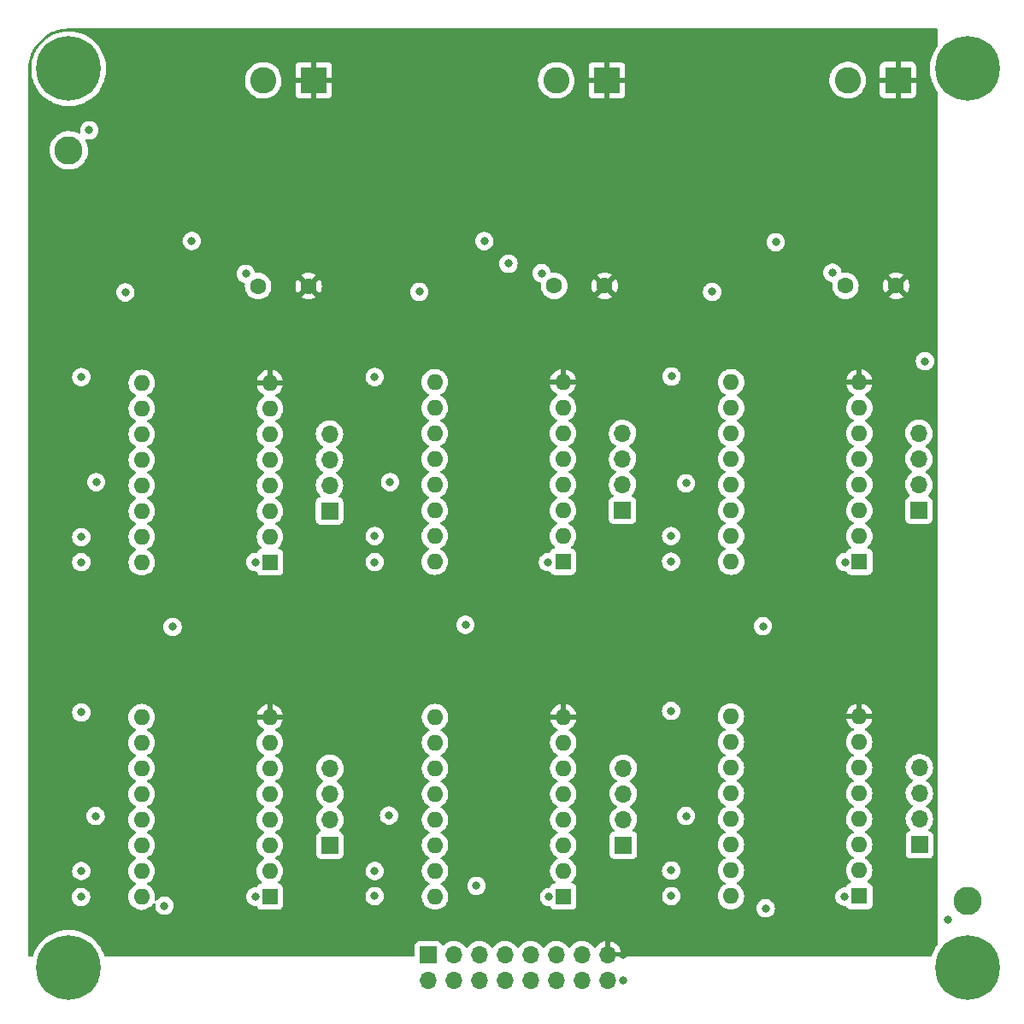
<source format=gbr>
%TF.GenerationSoftware,KiCad,Pcbnew,(6.0.2)*%
%TF.CreationDate,2022-02-23T19:09:50-05:00*%
%TF.ProjectId,SDP_motors,5344505f-6d6f-4746-9f72-732e6b696361,rev?*%
%TF.SameCoordinates,Original*%
%TF.FileFunction,Copper,L3,Inr*%
%TF.FilePolarity,Positive*%
%FSLAX46Y46*%
G04 Gerber Fmt 4.6, Leading zero omitted, Abs format (unit mm)*
G04 Created by KiCad (PCBNEW (6.0.2)) date 2022-02-23 19:09:50*
%MOMM*%
%LPD*%
G01*
G04 APERTURE LIST*
%TA.AperFunction,ComponentPad*%
%ADD10R,1.700000X1.700000*%
%TD*%
%TA.AperFunction,ComponentPad*%
%ADD11O,1.700000X1.700000*%
%TD*%
%TA.AperFunction,ComponentPad*%
%ADD12R,2.600000X2.600000*%
%TD*%
%TA.AperFunction,ComponentPad*%
%ADD13C,2.600000*%
%TD*%
%TA.AperFunction,ComponentPad*%
%ADD14C,2.800000*%
%TD*%
%TA.AperFunction,ComponentPad*%
%ADD15R,1.600000X1.600000*%
%TD*%
%TA.AperFunction,ComponentPad*%
%ADD16O,1.600000X1.600000*%
%TD*%
%TA.AperFunction,ComponentPad*%
%ADD17C,6.400000*%
%TD*%
%TA.AperFunction,ComponentPad*%
%ADD18C,1.600000*%
%TD*%
%TA.AperFunction,ViaPad*%
%ADD19C,0.800000*%
%TD*%
G04 APERTURE END LIST*
D10*
%TO.N,Net-(A5-Pad3)*%
%TO.C,J5*%
X145282600Y-95046800D03*
D11*
%TO.N,Net-(A5-Pad4)*%
X145282600Y-92506800D03*
%TO.N,Net-(A5-Pad5)*%
X145282600Y-89966800D03*
%TO.N,Net-(A5-Pad6)*%
X145282600Y-87426800D03*
%TD*%
D10*
%TO.N,Net-(A2-Pad3)*%
%TO.C,J2*%
X174635000Y-95036800D03*
D11*
%TO.N,Net-(A2-Pad4)*%
X174635000Y-92496800D03*
%TO.N,Net-(A2-Pad5)*%
X174635000Y-89956800D03*
%TO.N,Net-(A2-Pad6)*%
X174635000Y-87416800D03*
%TD*%
D12*
%TO.N,+12V*%
%TO.C,J9*%
X143724000Y-52443000D03*
D13*
%TO.N,Net-(D3-Pad2)*%
X138724000Y-52443000D03*
%TD*%
D14*
%TO.N,GND*%
%TO.C,TP1*%
X90424000Y-59385200D03*
%TD*%
D15*
%TO.N,GND*%
%TO.C,A1*%
X110353000Y-100187600D03*
D16*
%TO.N,+3V3*%
X110353000Y-97647600D03*
%TO.N,Net-(A1-Pad3)*%
X110353000Y-95107600D03*
%TO.N,Net-(A1-Pad4)*%
X110353000Y-92567600D03*
%TO.N,Net-(A1-Pad5)*%
X110353000Y-90027600D03*
%TO.N,Net-(A1-Pad6)*%
X110353000Y-87487600D03*
%TO.N,GND*%
X110353000Y-84947600D03*
%TO.N,+12V*%
X110353000Y-82407600D03*
%TO.N,P76_EN*%
X97653000Y-82407600D03*
%TO.N,Net-(A1-Pad10)*%
X97653000Y-84947600D03*
%TO.N,Net-(A1-Pad11)*%
X97653000Y-87487600D03*
%TO.N,Net-(A1-Pad12)*%
X97653000Y-90027600D03*
%TO.N,Net-(A1-Pad13)*%
X97653000Y-92567600D03*
X97653000Y-95107600D03*
%TO.N,P77_STEP*%
X97653000Y-97647600D03*
%TO.N,P78_DIR*%
X97653000Y-100187600D03*
%TD*%
D10*
%TO.N,Net-(A6-Pad3)*%
%TO.C,J6*%
X145364200Y-128209200D03*
D11*
%TO.N,Net-(A6-Pad4)*%
X145364200Y-125669200D03*
%TO.N,Net-(A6-Pad5)*%
X145364200Y-123129200D03*
%TO.N,Net-(A6-Pad6)*%
X145364200Y-120589200D03*
%TD*%
D17*
%TO.N,unconnected-(H3-Pad1)*%
%TO.C,H3*%
X90424000Y-140308000D03*
%TD*%
D15*
%TO.N,GND*%
%TO.C,A3*%
X110343000Y-133309200D03*
D16*
%TO.N,+3V3*%
X110343000Y-130769200D03*
%TO.N,Net-(A3-Pad3)*%
X110343000Y-128229200D03*
%TO.N,Net-(A3-Pad4)*%
X110343000Y-125689200D03*
%TO.N,Net-(A3-Pad5)*%
X110343000Y-123149200D03*
%TO.N,Net-(A3-Pad6)*%
X110343000Y-120609200D03*
%TO.N,GND*%
X110343000Y-118069200D03*
%TO.N,+12V*%
X110343000Y-115529200D03*
%TO.N,P76_EN*%
X97643000Y-115529200D03*
%TO.N,Net-(A3-Pad10)*%
X97643000Y-118069200D03*
%TO.N,Net-(A3-Pad11)*%
X97643000Y-120609200D03*
%TO.N,Net-(A3-Pad12)*%
X97643000Y-123149200D03*
%TO.N,Net-(A3-Pad13)*%
X97643000Y-125689200D03*
X97643000Y-128229200D03*
%TO.N,P77_STEP*%
X97643000Y-130769200D03*
%TO.N,P78_DIR*%
X97643000Y-133309200D03*
%TD*%
D10*
%TO.N,Net-(A4-Pad3)*%
%TO.C,J4*%
X174682150Y-128158400D03*
D11*
%TO.N,Net-(A4-Pad4)*%
X174682150Y-125618400D03*
%TO.N,Net-(A4-Pad5)*%
X174682150Y-123078400D03*
%TO.N,Net-(A4-Pad6)*%
X174682150Y-120538400D03*
%TD*%
D18*
%TO.N,+12V*%
%TO.C,C8*%
X114183800Y-72831800D03*
%TO.N,GND*%
X109183800Y-72831800D03*
%TD*%
D12*
%TO.N,+12V*%
%TO.C,J8*%
X114691800Y-52443000D03*
D13*
%TO.N,Net-(D2-Pad2)*%
X109691800Y-52443000D03*
%TD*%
D12*
%TO.N,+12V*%
%TO.C,J7*%
X172576250Y-52425600D03*
D13*
%TO.N,Net-(D1-Pad2)*%
X167576250Y-52425600D03*
%TD*%
D14*
%TO.N,GND*%
%TO.C,TP2*%
X179425600Y-133705600D03*
%TD*%
D15*
%TO.N,GND*%
%TO.C,A6*%
X139410600Y-133299200D03*
D16*
%TO.N,+3V3*%
X139410600Y-130759200D03*
%TO.N,Net-(A6-Pad3)*%
X139410600Y-128219200D03*
%TO.N,Net-(A6-Pad4)*%
X139410600Y-125679200D03*
%TO.N,Net-(A6-Pad5)*%
X139410600Y-123139200D03*
%TO.N,Net-(A6-Pad6)*%
X139410600Y-120599200D03*
%TO.N,GND*%
X139410600Y-118059200D03*
%TO.N,+12V*%
X139410600Y-115519200D03*
%TO.N,P79_EN*%
X126710600Y-115519200D03*
%TO.N,Net-(A6-Pad10)*%
X126710600Y-118059200D03*
%TO.N,Net-(A6-Pad11)*%
X126710600Y-120599200D03*
%TO.N,Net-(A6-Pad12)*%
X126710600Y-123139200D03*
%TO.N,Net-(A6-Pad13)*%
X126710600Y-125679200D03*
X126710600Y-128219200D03*
%TO.N,P80_STEP*%
X126710600Y-130759200D03*
%TO.N,P81_DIR*%
X126710600Y-133299200D03*
%TD*%
D15*
%TO.N,GND*%
%TO.C,A2*%
X168732200Y-100126800D03*
D16*
%TO.N,+3V3*%
X168732200Y-97586800D03*
%TO.N,Net-(A2-Pad3)*%
X168732200Y-95046800D03*
%TO.N,Net-(A2-Pad4)*%
X168732200Y-92506800D03*
%TO.N,Net-(A2-Pad5)*%
X168732200Y-89966800D03*
%TO.N,Net-(A2-Pad6)*%
X168732200Y-87426800D03*
%TO.N,GND*%
X168732200Y-84886800D03*
%TO.N,+12V*%
X168732200Y-82346800D03*
%TO.N,P82_EN*%
X156032200Y-82346800D03*
%TO.N,Net-(A2-Pad10)*%
X156032200Y-84886800D03*
%TO.N,Net-(A2-Pad11)*%
X156032200Y-87426800D03*
%TO.N,Net-(A2-Pad12)*%
X156032200Y-89966800D03*
%TO.N,Net-(A2-Pad13)*%
X156032200Y-92506800D03*
X156032200Y-95046800D03*
%TO.N,P83_STEP*%
X156032200Y-97586800D03*
%TO.N,P84_DIR*%
X156032200Y-100126800D03*
%TD*%
D10*
%TO.N,Net-(A1-Pad3)*%
%TO.C,J1*%
X116255800Y-95097600D03*
D11*
%TO.N,Net-(A1-Pad4)*%
X116255800Y-92557600D03*
%TO.N,Net-(A1-Pad5)*%
X116255800Y-90017600D03*
%TO.N,Net-(A1-Pad6)*%
X116255800Y-87477600D03*
%TD*%
D10*
%TO.N,Net-(A3-Pad3)*%
%TO.C,J3*%
X116296600Y-128219200D03*
D11*
%TO.N,Net-(A3-Pad4)*%
X116296600Y-125679200D03*
%TO.N,Net-(A3-Pad5)*%
X116296600Y-123139200D03*
%TO.N,Net-(A3-Pad6)*%
X116296600Y-120599200D03*
%TD*%
D17*
%TO.N,unconnected-(H2-Pad1)*%
%TO.C,H2*%
X90424000Y-51308000D03*
%TD*%
D10*
%TO.N,+3V3*%
%TO.C,J10*%
X126024400Y-139070400D03*
D11*
X126024400Y-141610400D03*
%TO.N,P72_FAN*%
X128564400Y-139070400D03*
%TO.N,P76_EN*%
X128564400Y-141610400D03*
%TO.N,P77_STEP*%
X131104400Y-139070400D03*
%TO.N,P78_DIR*%
X131104400Y-141610400D03*
%TO.N,P79_EN*%
X133644400Y-139070400D03*
%TO.N,P80_STEP*%
X133644400Y-141610400D03*
%TO.N,P81_DIR*%
X136184400Y-139070400D03*
%TO.N,P82_EN*%
X136184400Y-141610400D03*
%TO.N,P83_STEP*%
X138724400Y-139070400D03*
%TO.N,P84_DIR*%
X138724400Y-141610400D03*
%TO.N,P87_MTR1*%
X141264400Y-139070400D03*
%TO.N,P88_MTR2*%
X141264400Y-141610400D03*
%TO.N,+12V*%
X143804400Y-139070400D03*
%TO.N,GND*%
X143804400Y-141610400D03*
%TD*%
D17*
%TO.N,unconnected-(H1-Pad1)*%
%TO.C,H1*%
X179424000Y-51308000D03*
%TD*%
%TO.N,unconnected-(H4-Pad1)*%
%TO.C,H4*%
X179424000Y-140308000D03*
%TD*%
D18*
%TO.N,+12V*%
%TO.C,C7*%
X172366150Y-72796400D03*
%TO.N,GND*%
X167366150Y-72796400D03*
%TD*%
D15*
%TO.N,GND*%
%TO.C,A5*%
X139379800Y-100126800D03*
D16*
%TO.N,+3V3*%
X139379800Y-97586800D03*
%TO.N,Net-(A5-Pad3)*%
X139379800Y-95046800D03*
%TO.N,Net-(A5-Pad4)*%
X139379800Y-92506800D03*
%TO.N,Net-(A5-Pad5)*%
X139379800Y-89966800D03*
%TO.N,Net-(A5-Pad6)*%
X139379800Y-87426800D03*
%TO.N,GND*%
X139379800Y-84886800D03*
%TO.N,+12V*%
X139379800Y-82346800D03*
%TO.N,P79_EN*%
X126679800Y-82346800D03*
%TO.N,Net-(A5-Pad10)*%
X126679800Y-84886800D03*
%TO.N,Net-(A5-Pad11)*%
X126679800Y-87426800D03*
%TO.N,Net-(A5-Pad12)*%
X126679800Y-89966800D03*
%TO.N,Net-(A5-Pad13)*%
X126679800Y-92506800D03*
X126679800Y-95046800D03*
%TO.N,P80_STEP*%
X126679800Y-97586800D03*
%TO.N,P81_DIR*%
X126679800Y-100126800D03*
%TD*%
D15*
%TO.N,GND*%
%TO.C,A4*%
X168722200Y-133248400D03*
D16*
%TO.N,+3V3*%
X168722200Y-130708400D03*
%TO.N,Net-(A4-Pad3)*%
X168722200Y-128168400D03*
%TO.N,Net-(A4-Pad4)*%
X168722200Y-125628400D03*
%TO.N,Net-(A4-Pad5)*%
X168722200Y-123088400D03*
%TO.N,Net-(A4-Pad6)*%
X168722200Y-120548400D03*
%TO.N,GND*%
X168722200Y-118008400D03*
%TO.N,+12V*%
X168722200Y-115468400D03*
%TO.N,P82_EN*%
X156022200Y-115468400D03*
%TO.N,Net-(A4-Pad10)*%
X156022200Y-118008400D03*
%TO.N,Net-(A4-Pad11)*%
X156022200Y-120548400D03*
%TO.N,Net-(A4-Pad12)*%
X156022200Y-123088400D03*
%TO.N,Net-(A4-Pad13)*%
X156022200Y-125628400D03*
X156022200Y-128168400D03*
%TO.N,P83_STEP*%
X156022200Y-130708400D03*
%TO.N,P84_DIR*%
X156022200Y-133248400D03*
%TD*%
D18*
%TO.N,+12V*%
%TO.C,C9*%
X143505400Y-72796400D03*
%TO.N,GND*%
X138505400Y-72796400D03*
%TD*%
D19*
%TO.N,GND*%
X102606000Y-68361400D03*
X154152600Y-73406000D03*
X91668600Y-130759200D03*
X91643200Y-133350000D03*
X150088600Y-97586800D03*
X137896600Y-100177600D03*
X177495200Y-135636000D03*
X91668600Y-97688400D03*
X120726200Y-130759200D03*
X145338800Y-141630400D03*
X150139400Y-81788000D03*
X150103900Y-130708400D03*
X107965000Y-71613000D03*
X150088600Y-114909600D03*
X125145800Y-73406000D03*
X150103900Y-133248400D03*
X91668600Y-115062000D03*
X167259000Y-133299200D03*
X120726200Y-133248400D03*
X129717800Y-106375200D03*
X100711000Y-106578400D03*
X91668600Y-81838800D03*
X108889800Y-100177600D03*
X108889800Y-133299200D03*
X91668600Y-100177600D03*
X120726200Y-97586800D03*
X166067975Y-71498225D03*
X92456000Y-57404000D03*
X120726200Y-100177600D03*
X137998200Y-133350000D03*
X159181800Y-106527600D03*
X131597400Y-68376800D03*
X120726200Y-81838800D03*
X96037400Y-73456800D03*
X167309800Y-100177600D03*
X150088600Y-100126800D03*
X137261200Y-71552200D03*
X160451800Y-68478400D03*
%TO.N,+3V3*%
X151561800Y-92354400D03*
X151561800Y-125323600D03*
X93091000Y-125323600D03*
X122250200Y-92252800D03*
X93141800Y-92252800D03*
X122148600Y-125272800D03*
%TO.N,+12V*%
X165785800Y-106476800D03*
X160655000Y-73355200D03*
X131800600Y-73406000D03*
X102590600Y-73456800D03*
X136372600Y-106375200D03*
X145338800Y-139039600D03*
X107315000Y-106578400D03*
%TO.N,P78_DIR*%
X99898200Y-134213600D03*
%TO.N,P84_DIR*%
X159461200Y-134467600D03*
%TO.N,P81_DIR*%
X130810000Y-132232400D03*
%TO.N,P88_MTR2*%
X175232450Y-80265600D03*
X133985000Y-70612000D03*
%TD*%
%TA.AperFunction,Conductor*%
%TO.N,+12V*%
G36*
X176472121Y-47336002D02*
G01*
X176518614Y-47389658D01*
X176530000Y-47442000D01*
X176530000Y-48944309D01*
X176509998Y-49012430D01*
X176501921Y-49023602D01*
X176419643Y-49125207D01*
X176207938Y-49451206D01*
X176206443Y-49454140D01*
X176206439Y-49454147D01*
X176165784Y-49533937D01*
X176031468Y-49797547D01*
X175892167Y-50160438D01*
X175791562Y-50535901D01*
X175770264Y-50670368D01*
X175740086Y-50860906D01*
X175730754Y-50919824D01*
X175710411Y-51308000D01*
X175730754Y-51696176D01*
X175731267Y-51699416D01*
X175731268Y-51699424D01*
X175755858Y-51854677D01*
X175791562Y-52080099D01*
X175892167Y-52455562D01*
X175893352Y-52458650D01*
X175893353Y-52458652D01*
X175923779Y-52537915D01*
X176031468Y-52818453D01*
X176032966Y-52821393D01*
X176158386Y-53067542D01*
X176207938Y-53164794D01*
X176209734Y-53167560D01*
X176209736Y-53167563D01*
X176360702Y-53400031D01*
X176419643Y-53490793D01*
X176451802Y-53530506D01*
X176501920Y-53592396D01*
X176529246Y-53657924D01*
X176530000Y-53671691D01*
X176530000Y-137944309D01*
X176509998Y-138012430D01*
X176501921Y-138023602D01*
X176419643Y-138125207D01*
X176417848Y-138127970D01*
X176417848Y-138127971D01*
X176231437Y-138415021D01*
X176207938Y-138451206D01*
X176031468Y-138797547D01*
X175892167Y-139160438D01*
X175890981Y-139159983D01*
X175853778Y-139214362D01*
X175788374Y-139241982D01*
X175774043Y-139242800D01*
X143560058Y-139242800D01*
X143550400Y-139198400D01*
X143550400Y-138798285D01*
X144058400Y-138798285D01*
X144062875Y-138813524D01*
X144064265Y-138814729D01*
X144071948Y-138816400D01*
X145122744Y-138816400D01*
X145136275Y-138812427D01*
X145137580Y-138803347D01*
X145095614Y-138636275D01*
X145092294Y-138626524D01*
X145007372Y-138431214D01*
X145002505Y-138422139D01*
X144886826Y-138243326D01*
X144880536Y-138235157D01*
X144737206Y-138077640D01*
X144729673Y-138070615D01*
X144562539Y-137938622D01*
X144553952Y-137932917D01*
X144367517Y-137829999D01*
X144358105Y-137825769D01*
X144157359Y-137754680D01*
X144147388Y-137752046D01*
X144076237Y-137739372D01*
X144062940Y-137740832D01*
X144058400Y-137755389D01*
X144058400Y-138798285D01*
X143550400Y-138798285D01*
X143550400Y-137753502D01*
X143546482Y-137740158D01*
X143532206Y-137738171D01*
X143493724Y-137744060D01*
X143483688Y-137746451D01*
X143281268Y-137812612D01*
X143271759Y-137816609D01*
X143082863Y-137914942D01*
X143074138Y-137920436D01*
X142903833Y-138048305D01*
X142896126Y-138055148D01*
X142748990Y-138209117D01*
X142742509Y-138217122D01*
X142637898Y-138370474D01*
X142582987Y-138415476D01*
X142512462Y-138423647D01*
X142448715Y-138392393D01*
X142428018Y-138367909D01*
X142347222Y-138243017D01*
X142347220Y-138243014D01*
X142344414Y-138238677D01*
X142194070Y-138073451D01*
X142190019Y-138070252D01*
X142190015Y-138070248D01*
X142022814Y-137938200D01*
X142022810Y-137938198D01*
X142018759Y-137934998D01*
X141982428Y-137914942D01*
X141966536Y-137906169D01*
X141823189Y-137827038D01*
X141818320Y-137825314D01*
X141818316Y-137825312D01*
X141617487Y-137754195D01*
X141617483Y-137754194D01*
X141612612Y-137752469D01*
X141607519Y-137751562D01*
X141607516Y-137751561D01*
X141397773Y-137714200D01*
X141397767Y-137714199D01*
X141392684Y-137713294D01*
X141318852Y-137712392D01*
X141174481Y-137710628D01*
X141174479Y-137710628D01*
X141169311Y-137710565D01*
X140948491Y-137744355D01*
X140736156Y-137813757D01*
X140538007Y-137916907D01*
X140533874Y-137920010D01*
X140533871Y-137920012D01*
X140363500Y-138047930D01*
X140359365Y-138051035D01*
X140355793Y-138054773D01*
X140248129Y-138167437D01*
X140205029Y-138212538D01*
X140097601Y-138370021D01*
X140042693Y-138415021D01*
X139972168Y-138423192D01*
X139908421Y-138391938D01*
X139887724Y-138367454D01*
X139807222Y-138243017D01*
X139807220Y-138243014D01*
X139804414Y-138238677D01*
X139654070Y-138073451D01*
X139650019Y-138070252D01*
X139650015Y-138070248D01*
X139482814Y-137938200D01*
X139482810Y-137938198D01*
X139478759Y-137934998D01*
X139442428Y-137914942D01*
X139426536Y-137906169D01*
X139283189Y-137827038D01*
X139278320Y-137825314D01*
X139278316Y-137825312D01*
X139077487Y-137754195D01*
X139077483Y-137754194D01*
X139072612Y-137752469D01*
X139067519Y-137751562D01*
X139067516Y-137751561D01*
X138857773Y-137714200D01*
X138857767Y-137714199D01*
X138852684Y-137713294D01*
X138778852Y-137712392D01*
X138634481Y-137710628D01*
X138634479Y-137710628D01*
X138629311Y-137710565D01*
X138408491Y-137744355D01*
X138196156Y-137813757D01*
X137998007Y-137916907D01*
X137993874Y-137920010D01*
X137993871Y-137920012D01*
X137823500Y-138047930D01*
X137819365Y-138051035D01*
X137815793Y-138054773D01*
X137708129Y-138167437D01*
X137665029Y-138212538D01*
X137557601Y-138370021D01*
X137502693Y-138415021D01*
X137432168Y-138423192D01*
X137368421Y-138391938D01*
X137347724Y-138367454D01*
X137267222Y-138243017D01*
X137267220Y-138243014D01*
X137264414Y-138238677D01*
X137114070Y-138073451D01*
X137110019Y-138070252D01*
X137110015Y-138070248D01*
X136942814Y-137938200D01*
X136942810Y-137938198D01*
X136938759Y-137934998D01*
X136902428Y-137914942D01*
X136886536Y-137906169D01*
X136743189Y-137827038D01*
X136738320Y-137825314D01*
X136738316Y-137825312D01*
X136537487Y-137754195D01*
X136537483Y-137754194D01*
X136532612Y-137752469D01*
X136527519Y-137751562D01*
X136527516Y-137751561D01*
X136317773Y-137714200D01*
X136317767Y-137714199D01*
X136312684Y-137713294D01*
X136238852Y-137712392D01*
X136094481Y-137710628D01*
X136094479Y-137710628D01*
X136089311Y-137710565D01*
X135868491Y-137744355D01*
X135656156Y-137813757D01*
X135458007Y-137916907D01*
X135453874Y-137920010D01*
X135453871Y-137920012D01*
X135283500Y-138047930D01*
X135279365Y-138051035D01*
X135275793Y-138054773D01*
X135168129Y-138167437D01*
X135125029Y-138212538D01*
X135017601Y-138370021D01*
X134962693Y-138415021D01*
X134892168Y-138423192D01*
X134828421Y-138391938D01*
X134807724Y-138367454D01*
X134727222Y-138243017D01*
X134727220Y-138243014D01*
X134724414Y-138238677D01*
X134574070Y-138073451D01*
X134570019Y-138070252D01*
X134570015Y-138070248D01*
X134402814Y-137938200D01*
X134402810Y-137938198D01*
X134398759Y-137934998D01*
X134362428Y-137914942D01*
X134346536Y-137906169D01*
X134203189Y-137827038D01*
X134198320Y-137825314D01*
X134198316Y-137825312D01*
X133997487Y-137754195D01*
X133997483Y-137754194D01*
X133992612Y-137752469D01*
X133987519Y-137751562D01*
X133987516Y-137751561D01*
X133777773Y-137714200D01*
X133777767Y-137714199D01*
X133772684Y-137713294D01*
X133698852Y-137712392D01*
X133554481Y-137710628D01*
X133554479Y-137710628D01*
X133549311Y-137710565D01*
X133328491Y-137744355D01*
X133116156Y-137813757D01*
X132918007Y-137916907D01*
X132913874Y-137920010D01*
X132913871Y-137920012D01*
X132743500Y-138047930D01*
X132739365Y-138051035D01*
X132735793Y-138054773D01*
X132628129Y-138167437D01*
X132585029Y-138212538D01*
X132477601Y-138370021D01*
X132422693Y-138415021D01*
X132352168Y-138423192D01*
X132288421Y-138391938D01*
X132267724Y-138367454D01*
X132187222Y-138243017D01*
X132187220Y-138243014D01*
X132184414Y-138238677D01*
X132034070Y-138073451D01*
X132030019Y-138070252D01*
X132030015Y-138070248D01*
X131862814Y-137938200D01*
X131862810Y-137938198D01*
X131858759Y-137934998D01*
X131822428Y-137914942D01*
X131806536Y-137906169D01*
X131663189Y-137827038D01*
X131658320Y-137825314D01*
X131658316Y-137825312D01*
X131457487Y-137754195D01*
X131457483Y-137754194D01*
X131452612Y-137752469D01*
X131447519Y-137751562D01*
X131447516Y-137751561D01*
X131237773Y-137714200D01*
X131237767Y-137714199D01*
X131232684Y-137713294D01*
X131158852Y-137712392D01*
X131014481Y-137710628D01*
X131014479Y-137710628D01*
X131009311Y-137710565D01*
X130788491Y-137744355D01*
X130576156Y-137813757D01*
X130378007Y-137916907D01*
X130373874Y-137920010D01*
X130373871Y-137920012D01*
X130203500Y-138047930D01*
X130199365Y-138051035D01*
X130195793Y-138054773D01*
X130088129Y-138167437D01*
X130045029Y-138212538D01*
X129937601Y-138370021D01*
X129882693Y-138415021D01*
X129812168Y-138423192D01*
X129748421Y-138391938D01*
X129727724Y-138367454D01*
X129647222Y-138243017D01*
X129647220Y-138243014D01*
X129644414Y-138238677D01*
X129494070Y-138073451D01*
X129490019Y-138070252D01*
X129490015Y-138070248D01*
X129322814Y-137938200D01*
X129322810Y-137938198D01*
X129318759Y-137934998D01*
X129282428Y-137914942D01*
X129266536Y-137906169D01*
X129123189Y-137827038D01*
X129118320Y-137825314D01*
X129118316Y-137825312D01*
X128917487Y-137754195D01*
X128917483Y-137754194D01*
X128912612Y-137752469D01*
X128907519Y-137751562D01*
X128907516Y-137751561D01*
X128697773Y-137714200D01*
X128697767Y-137714199D01*
X128692684Y-137713294D01*
X128618852Y-137712392D01*
X128474481Y-137710628D01*
X128474479Y-137710628D01*
X128469311Y-137710565D01*
X128248491Y-137744355D01*
X128036156Y-137813757D01*
X127838007Y-137916907D01*
X127833874Y-137920010D01*
X127833871Y-137920012D01*
X127663500Y-138047930D01*
X127659365Y-138051035D01*
X127602937Y-138110084D01*
X127578683Y-138135464D01*
X127517159Y-138170894D01*
X127446246Y-138167437D01*
X127388460Y-138126191D01*
X127369607Y-138092643D01*
X127328167Y-137982103D01*
X127325015Y-137973695D01*
X127237661Y-137857139D01*
X127121105Y-137769785D01*
X126984716Y-137718655D01*
X126922534Y-137711900D01*
X125126266Y-137711900D01*
X125064084Y-137718655D01*
X124927695Y-137769785D01*
X124811139Y-137857139D01*
X124723785Y-137973695D01*
X124672655Y-138110084D01*
X124665900Y-138172266D01*
X124665900Y-139116800D01*
X124645898Y-139184921D01*
X124592242Y-139231414D01*
X124539900Y-139242800D01*
X94073957Y-139242800D01*
X94005836Y-139222798D01*
X93959343Y-139169142D01*
X93955938Y-139160398D01*
X93955833Y-139160438D01*
X93823769Y-138816400D01*
X93816532Y-138797547D01*
X93640062Y-138451206D01*
X93616564Y-138415021D01*
X93430152Y-138127971D01*
X93430152Y-138127970D01*
X93428357Y-138125207D01*
X93211279Y-137857139D01*
X93185809Y-137825686D01*
X93185806Y-137825682D01*
X93183734Y-137823124D01*
X92908876Y-137548266D01*
X92606793Y-137303643D01*
X92280795Y-137091938D01*
X92277861Y-137090443D01*
X92277854Y-137090439D01*
X91937393Y-136916966D01*
X91934453Y-136915468D01*
X91571562Y-136776167D01*
X91196099Y-136675562D01*
X90992207Y-136643268D01*
X90815424Y-136615268D01*
X90815416Y-136615267D01*
X90812176Y-136614754D01*
X90424000Y-136594411D01*
X90035824Y-136614754D01*
X90032584Y-136615267D01*
X90032576Y-136615268D01*
X89855793Y-136643268D01*
X89651901Y-136675562D01*
X89276438Y-136776167D01*
X88913547Y-136915468D01*
X88910607Y-136916966D01*
X88570147Y-137090439D01*
X88570140Y-137090443D01*
X88567206Y-137091938D01*
X88241207Y-137303643D01*
X87939124Y-137548266D01*
X87664266Y-137823124D01*
X87662194Y-137825682D01*
X87662191Y-137825686D01*
X87636721Y-137857139D01*
X87419643Y-138125207D01*
X87417848Y-138127970D01*
X87417848Y-138127971D01*
X87231437Y-138415021D01*
X87207938Y-138451206D01*
X87031468Y-138797547D01*
X86892167Y-139160438D01*
X86890981Y-139159983D01*
X86853778Y-139214362D01*
X86788374Y-139241982D01*
X86774043Y-139242800D01*
X86558000Y-139242800D01*
X86489879Y-139222798D01*
X86443386Y-139169142D01*
X86432000Y-139116800D01*
X86432000Y-133350000D01*
X90729696Y-133350000D01*
X90730386Y-133356565D01*
X90744979Y-133495406D01*
X90749658Y-133539928D01*
X90808673Y-133721556D01*
X90811976Y-133727278D01*
X90811977Y-133727279D01*
X90824196Y-133748443D01*
X90904160Y-133886944D01*
X90908578Y-133891851D01*
X90908579Y-133891852D01*
X91023796Y-134019813D01*
X91031947Y-134028866D01*
X91111186Y-134086437D01*
X91153520Y-134117194D01*
X91186448Y-134141118D01*
X91192476Y-134143802D01*
X91192478Y-134143803D01*
X91349246Y-134213600D01*
X91360912Y-134218794D01*
X91454312Y-134238647D01*
X91541256Y-134257128D01*
X91541261Y-134257128D01*
X91547713Y-134258500D01*
X91738687Y-134258500D01*
X91745139Y-134257128D01*
X91745144Y-134257128D01*
X91832088Y-134238647D01*
X91925488Y-134218794D01*
X91937154Y-134213600D01*
X92093922Y-134143803D01*
X92093924Y-134143802D01*
X92099952Y-134141118D01*
X92132881Y-134117194D01*
X92175214Y-134086437D01*
X92254453Y-134028866D01*
X92262604Y-134019813D01*
X92377821Y-133891852D01*
X92377822Y-133891851D01*
X92382240Y-133886944D01*
X92462204Y-133748443D01*
X92474423Y-133727279D01*
X92474424Y-133727278D01*
X92477727Y-133721556D01*
X92536742Y-133539928D01*
X92541422Y-133495406D01*
X92556014Y-133356565D01*
X92556704Y-133350000D01*
X92552416Y-133309200D01*
X96329502Y-133309200D01*
X96349457Y-133537287D01*
X96350881Y-133542600D01*
X96350881Y-133542602D01*
X96404614Y-133743133D01*
X96408716Y-133758443D01*
X96411039Y-133763424D01*
X96411039Y-133763425D01*
X96503151Y-133960962D01*
X96503154Y-133960967D01*
X96505477Y-133965949D01*
X96578902Y-134070811D01*
X96632529Y-134147397D01*
X96636802Y-134153500D01*
X96798700Y-134315398D01*
X96803208Y-134318555D01*
X96803211Y-134318557D01*
X96842268Y-134345905D01*
X96986251Y-134446723D01*
X96991233Y-134449046D01*
X96991238Y-134449049D01*
X97175363Y-134534907D01*
X97193757Y-134543484D01*
X97199065Y-134544906D01*
X97199067Y-134544907D01*
X97409598Y-134601319D01*
X97409600Y-134601319D01*
X97414913Y-134602743D01*
X97643000Y-134622698D01*
X97871087Y-134602743D01*
X97876400Y-134601319D01*
X97876402Y-134601319D01*
X98086933Y-134544907D01*
X98086935Y-134544906D01*
X98092243Y-134543484D01*
X98110637Y-134534907D01*
X98294762Y-134449049D01*
X98294767Y-134449046D01*
X98299749Y-134446723D01*
X98443732Y-134345905D01*
X98482789Y-134318557D01*
X98482792Y-134318555D01*
X98487300Y-134315398D01*
X98649198Y-134153500D01*
X98653472Y-134147397D01*
X98771932Y-133978218D01*
X98827389Y-133933890D01*
X98898008Y-133926581D01*
X98961369Y-133958612D01*
X98997354Y-134019813D01*
X99000455Y-134063659D01*
X98989687Y-134166115D01*
X98984696Y-134213600D01*
X98985386Y-134220165D01*
X99002808Y-134385923D01*
X99004658Y-134403528D01*
X99063673Y-134585156D01*
X99159160Y-134750544D01*
X99163578Y-134755451D01*
X99163579Y-134755452D01*
X99282525Y-134887555D01*
X99286947Y-134892466D01*
X99441448Y-135004718D01*
X99447476Y-135007402D01*
X99447478Y-135007403D01*
X99609881Y-135079709D01*
X99615912Y-135082394D01*
X99709312Y-135102247D01*
X99796256Y-135120728D01*
X99796261Y-135120728D01*
X99802713Y-135122100D01*
X99993687Y-135122100D01*
X100000139Y-135120728D01*
X100000144Y-135120728D01*
X100087088Y-135102247D01*
X100180488Y-135082394D01*
X100186519Y-135079709D01*
X100348922Y-135007403D01*
X100348924Y-135007402D01*
X100354952Y-135004718D01*
X100509453Y-134892466D01*
X100513875Y-134887555D01*
X100632821Y-134755452D01*
X100632822Y-134755451D01*
X100637240Y-134750544D01*
X100732727Y-134585156D01*
X100791742Y-134403528D01*
X100793593Y-134385923D01*
X100811014Y-134220165D01*
X100811704Y-134213600D01*
X100806713Y-134166115D01*
X100792432Y-134030235D01*
X100792432Y-134030233D01*
X100791742Y-134023672D01*
X100732727Y-133842044D01*
X100637240Y-133676656D01*
X100519783Y-133546206D01*
X100513875Y-133539645D01*
X100513874Y-133539644D01*
X100509453Y-133534734D01*
X100354952Y-133422482D01*
X100348924Y-133419798D01*
X100348922Y-133419797D01*
X100186519Y-133347491D01*
X100186518Y-133347491D01*
X100180488Y-133344806D01*
X100087087Y-133324953D01*
X100000144Y-133306472D01*
X100000139Y-133306472D01*
X99993687Y-133305100D01*
X99802713Y-133305100D01*
X99796261Y-133306472D01*
X99796256Y-133306472D01*
X99709313Y-133324953D01*
X99615912Y-133344806D01*
X99609882Y-133347491D01*
X99609881Y-133347491D01*
X99447478Y-133419797D01*
X99447476Y-133419798D01*
X99441448Y-133422482D01*
X99286947Y-133534734D01*
X99282526Y-133539644D01*
X99282525Y-133539645D01*
X99276618Y-133546206D01*
X99159160Y-133676656D01*
X99155859Y-133682374D01*
X99152599Y-133688020D01*
X99101217Y-133737013D01*
X99031503Y-133750449D01*
X98965592Y-133724063D01*
X98924410Y-133666231D01*
X98921773Y-133592409D01*
X98935119Y-133542602D01*
X98935119Y-133542600D01*
X98936543Y-133537287D01*
X98956498Y-133309200D01*
X98955623Y-133299200D01*
X107976296Y-133299200D01*
X107976986Y-133305765D01*
X107991579Y-133444606D01*
X107996258Y-133489128D01*
X108055273Y-133670756D01*
X108058576Y-133676478D01*
X108058577Y-133676479D01*
X108070796Y-133697643D01*
X108150760Y-133836144D01*
X108155178Y-133841051D01*
X108155179Y-133841052D01*
X108267637Y-133965949D01*
X108278547Y-133978066D01*
X108433048Y-134090318D01*
X108439076Y-134093002D01*
X108439078Y-134093003D01*
X108586673Y-134158716D01*
X108607512Y-134167994D01*
X108700913Y-134187847D01*
X108787856Y-134206328D01*
X108787861Y-134206328D01*
X108794313Y-134207700D01*
X108949498Y-134207700D01*
X109017619Y-134227702D01*
X109064112Y-134281358D01*
X109067480Y-134289471D01*
X109083483Y-134332158D01*
X109092385Y-134355905D01*
X109179739Y-134472461D01*
X109296295Y-134559815D01*
X109432684Y-134610945D01*
X109494866Y-134617700D01*
X111191134Y-134617700D01*
X111253316Y-134610945D01*
X111389705Y-134559815D01*
X111506261Y-134472461D01*
X111593615Y-134355905D01*
X111644745Y-134219516D01*
X111651500Y-134157334D01*
X111651500Y-133248400D01*
X119812696Y-133248400D01*
X119813386Y-133254965D01*
X119830993Y-133422482D01*
X119832658Y-133438328D01*
X119891673Y-133619956D01*
X119987160Y-133785344D01*
X119991578Y-133790251D01*
X119991579Y-133790252D01*
X120038213Y-133842044D01*
X120114947Y-133927266D01*
X120214043Y-133999264D01*
X120242327Y-134019813D01*
X120269448Y-134039518D01*
X120275476Y-134042202D01*
X120275478Y-134042203D01*
X120437881Y-134114509D01*
X120443912Y-134117194D01*
X120537312Y-134137047D01*
X120624256Y-134155528D01*
X120624261Y-134155528D01*
X120630713Y-134156900D01*
X120821687Y-134156900D01*
X120828139Y-134155528D01*
X120828144Y-134155528D01*
X120915088Y-134137047D01*
X121008488Y-134117194D01*
X121014519Y-134114509D01*
X121176922Y-134042203D01*
X121176924Y-134042202D01*
X121182952Y-134039518D01*
X121210074Y-134019813D01*
X121238357Y-133999264D01*
X121337453Y-133927266D01*
X121414187Y-133842044D01*
X121460821Y-133790252D01*
X121460822Y-133790251D01*
X121465240Y-133785344D01*
X121560727Y-133619956D01*
X121619742Y-133438328D01*
X121621408Y-133422482D01*
X121634365Y-133299200D01*
X125397102Y-133299200D01*
X125417057Y-133527287D01*
X125418481Y-133532600D01*
X125418481Y-133532602D01*
X125469112Y-133721556D01*
X125476316Y-133748443D01*
X125478639Y-133753424D01*
X125478639Y-133753425D01*
X125570751Y-133950962D01*
X125570754Y-133950967D01*
X125573077Y-133955949D01*
X125624134Y-134028866D01*
X125700017Y-134137237D01*
X125704402Y-134143500D01*
X125866300Y-134305398D01*
X125870808Y-134308555D01*
X125870811Y-134308557D01*
X125926423Y-134347497D01*
X126053851Y-134436723D01*
X126058833Y-134439046D01*
X126058838Y-134439049D01*
X126256375Y-134531161D01*
X126261357Y-134533484D01*
X126266665Y-134534906D01*
X126266667Y-134534907D01*
X126477198Y-134591319D01*
X126477200Y-134591319D01*
X126482513Y-134592743D01*
X126710600Y-134612698D01*
X126938687Y-134592743D01*
X126944000Y-134591319D01*
X126944002Y-134591319D01*
X127154533Y-134534907D01*
X127154535Y-134534906D01*
X127159843Y-134533484D01*
X127164825Y-134531161D01*
X127362362Y-134439049D01*
X127362367Y-134439046D01*
X127367349Y-134436723D01*
X127494777Y-134347497D01*
X127550389Y-134308557D01*
X127550392Y-134308555D01*
X127554900Y-134305398D01*
X127716798Y-134143500D01*
X127721184Y-134137237D01*
X127797066Y-134028866D01*
X127848123Y-133955949D01*
X127850446Y-133950967D01*
X127850449Y-133950962D01*
X127942561Y-133753425D01*
X127942561Y-133753424D01*
X127944884Y-133748443D01*
X127952089Y-133721556D01*
X128002719Y-133532602D01*
X128002719Y-133532600D01*
X128004143Y-133527287D01*
X128019654Y-133350000D01*
X137084696Y-133350000D01*
X137085386Y-133356565D01*
X137099979Y-133495406D01*
X137104658Y-133539928D01*
X137163673Y-133721556D01*
X137166976Y-133727278D01*
X137166977Y-133727279D01*
X137179196Y-133748443D01*
X137259160Y-133886944D01*
X137263578Y-133891851D01*
X137263579Y-133891852D01*
X137378796Y-134019813D01*
X137386947Y-134028866D01*
X137466186Y-134086437D01*
X137508520Y-134117194D01*
X137541448Y-134141118D01*
X137547476Y-134143802D01*
X137547478Y-134143803D01*
X137704246Y-134213600D01*
X137715912Y-134218794D01*
X137809312Y-134238647D01*
X137896256Y-134257128D01*
X137896261Y-134257128D01*
X137902713Y-134258500D01*
X138039891Y-134258500D01*
X138108012Y-134278502D01*
X138152379Y-134329705D01*
X138152523Y-134329626D01*
X138152887Y-134330290D01*
X138154505Y-134332158D01*
X138156375Y-134336662D01*
X138156835Y-134337502D01*
X138159985Y-134345905D01*
X138165365Y-134353084D01*
X138165367Y-134353087D01*
X138191720Y-134388249D01*
X138247339Y-134462461D01*
X138363895Y-134549815D01*
X138500284Y-134600945D01*
X138562466Y-134607700D01*
X140258734Y-134607700D01*
X140320916Y-134600945D01*
X140457305Y-134549815D01*
X140573861Y-134462461D01*
X140661215Y-134345905D01*
X140712345Y-134209516D01*
X140719100Y-134147334D01*
X140719100Y-133248400D01*
X149190396Y-133248400D01*
X149191086Y-133254965D01*
X149208693Y-133422482D01*
X149210358Y-133438328D01*
X149269373Y-133619956D01*
X149364860Y-133785344D01*
X149369278Y-133790251D01*
X149369279Y-133790252D01*
X149415913Y-133842044D01*
X149492647Y-133927266D01*
X149591743Y-133999264D01*
X149620027Y-134019813D01*
X149647148Y-134039518D01*
X149653176Y-134042202D01*
X149653178Y-134042203D01*
X149815581Y-134114509D01*
X149821612Y-134117194D01*
X149915012Y-134137047D01*
X150001956Y-134155528D01*
X150001961Y-134155528D01*
X150008413Y-134156900D01*
X150199387Y-134156900D01*
X150205839Y-134155528D01*
X150205844Y-134155528D01*
X150292788Y-134137047D01*
X150386188Y-134117194D01*
X150392219Y-134114509D01*
X150554622Y-134042203D01*
X150554624Y-134042202D01*
X150560652Y-134039518D01*
X150587774Y-134019813D01*
X150616057Y-133999264D01*
X150715153Y-133927266D01*
X150791887Y-133842044D01*
X150838521Y-133790252D01*
X150838522Y-133790251D01*
X150842940Y-133785344D01*
X150938427Y-133619956D01*
X150997442Y-133438328D01*
X150999108Y-133422482D01*
X151016714Y-133254965D01*
X151017404Y-133248400D01*
X154708702Y-133248400D01*
X154728657Y-133476487D01*
X154730081Y-133481800D01*
X154730081Y-133481802D01*
X154785338Y-133688020D01*
X154787916Y-133697643D01*
X154790239Y-133702624D01*
X154790239Y-133702625D01*
X154882351Y-133900162D01*
X154882354Y-133900167D01*
X154884677Y-133905149D01*
X154935734Y-133978066D01*
X155011617Y-134086437D01*
X155016002Y-134092700D01*
X155177900Y-134254598D01*
X155182408Y-134257755D01*
X155182411Y-134257757D01*
X155235750Y-134295105D01*
X155365451Y-134385923D01*
X155370433Y-134388246D01*
X155370438Y-134388249D01*
X155562573Y-134477842D01*
X155572957Y-134482684D01*
X155578265Y-134484106D01*
X155578267Y-134484107D01*
X155788798Y-134540519D01*
X155788800Y-134540519D01*
X155794113Y-134541943D01*
X156022200Y-134561898D01*
X156250287Y-134541943D01*
X156255600Y-134540519D01*
X156255602Y-134540519D01*
X156466133Y-134484107D01*
X156466135Y-134484106D01*
X156471443Y-134482684D01*
X156481827Y-134477842D01*
X156503791Y-134467600D01*
X158547696Y-134467600D01*
X158548386Y-134474165D01*
X158562852Y-134611798D01*
X158567658Y-134657528D01*
X158626673Y-134839156D01*
X158722160Y-135004544D01*
X158849947Y-135146466D01*
X159004448Y-135258718D01*
X159010476Y-135261402D01*
X159010478Y-135261403D01*
X159172881Y-135333709D01*
X159178912Y-135336394D01*
X159272313Y-135356247D01*
X159359256Y-135374728D01*
X159359261Y-135374728D01*
X159365713Y-135376100D01*
X159556687Y-135376100D01*
X159563139Y-135374728D01*
X159563144Y-135374728D01*
X159650087Y-135356247D01*
X159743488Y-135336394D01*
X159749519Y-135333709D01*
X159911922Y-135261403D01*
X159911924Y-135261402D01*
X159917952Y-135258718D01*
X160072453Y-135146466D01*
X160200240Y-135004544D01*
X160295727Y-134839156D01*
X160354742Y-134657528D01*
X160359549Y-134611798D01*
X160374014Y-134474165D01*
X160374704Y-134467600D01*
X160362081Y-134347495D01*
X160355432Y-134284235D01*
X160355432Y-134284233D01*
X160354742Y-134277672D01*
X160295727Y-134096044D01*
X160290181Y-134086437D01*
X160217737Y-133960962D01*
X160200240Y-133930656D01*
X160181333Y-133909657D01*
X160076875Y-133793645D01*
X160076874Y-133793644D01*
X160072453Y-133788734D01*
X159917952Y-133676482D01*
X159911924Y-133673798D01*
X159911922Y-133673797D01*
X159749519Y-133601491D01*
X159749518Y-133601491D01*
X159743488Y-133598806D01*
X159650087Y-133578953D01*
X159563144Y-133560472D01*
X159563139Y-133560472D01*
X159556687Y-133559100D01*
X159365713Y-133559100D01*
X159359261Y-133560472D01*
X159359256Y-133560472D01*
X159272313Y-133578953D01*
X159178912Y-133598806D01*
X159172882Y-133601491D01*
X159172881Y-133601491D01*
X159010478Y-133673797D01*
X159010476Y-133673798D01*
X159004448Y-133676482D01*
X158849947Y-133788734D01*
X158845526Y-133793644D01*
X158845525Y-133793645D01*
X158741068Y-133909657D01*
X158722160Y-133930656D01*
X158704663Y-133960962D01*
X158632220Y-134086437D01*
X158626673Y-134096044D01*
X158567658Y-134277672D01*
X158566968Y-134284233D01*
X158566968Y-134284235D01*
X158560319Y-134347495D01*
X158547696Y-134467600D01*
X156503791Y-134467600D01*
X156673962Y-134388249D01*
X156673967Y-134388246D01*
X156678949Y-134385923D01*
X156808650Y-134295105D01*
X156861989Y-134257757D01*
X156861992Y-134257755D01*
X156866500Y-134254598D01*
X157028398Y-134092700D01*
X157032784Y-134086437D01*
X157108666Y-133978066D01*
X157159723Y-133905149D01*
X157162046Y-133900167D01*
X157162049Y-133900162D01*
X157254161Y-133702625D01*
X157254161Y-133702624D01*
X157256484Y-133697643D01*
X157259063Y-133688020D01*
X157314319Y-133481802D01*
X157314319Y-133481800D01*
X157315743Y-133476487D01*
X157331254Y-133299200D01*
X166345496Y-133299200D01*
X166346186Y-133305765D01*
X166360779Y-133444606D01*
X166365458Y-133489128D01*
X166424473Y-133670756D01*
X166427776Y-133676478D01*
X166427777Y-133676479D01*
X166439996Y-133697643D01*
X166519960Y-133836144D01*
X166524378Y-133841051D01*
X166524379Y-133841052D01*
X166636837Y-133965949D01*
X166647747Y-133978066D01*
X166802248Y-134090318D01*
X166808276Y-134093002D01*
X166808278Y-134093003D01*
X166955873Y-134158716D01*
X166976712Y-134167994D01*
X167070113Y-134187847D01*
X167157056Y-134206328D01*
X167157061Y-134206328D01*
X167163513Y-134207700D01*
X167351491Y-134207700D01*
X167419612Y-134227702D01*
X167463979Y-134278904D01*
X167464123Y-134278825D01*
X167464488Y-134279492D01*
X167466105Y-134281358D01*
X167467971Y-134285853D01*
X167468433Y-134286696D01*
X167471585Y-134295105D01*
X167558939Y-134411661D01*
X167675495Y-134499015D01*
X167811884Y-134550145D01*
X167874066Y-134556900D01*
X169570334Y-134556900D01*
X169632516Y-134550145D01*
X169768905Y-134499015D01*
X169885461Y-134411661D01*
X169972815Y-134295105D01*
X170023945Y-134158716D01*
X170030700Y-134096534D01*
X170030700Y-132400266D01*
X170023945Y-132338084D01*
X169972815Y-132201695D01*
X169885461Y-132085139D01*
X169768905Y-131997785D01*
X169632516Y-131946655D01*
X169621726Y-131945483D01*
X169619594Y-131944597D01*
X169616978Y-131943975D01*
X169617079Y-131943552D01*
X169556165Y-131918245D01*
X169515737Y-131859883D01*
X169513278Y-131788929D01*
X169549571Y-131727910D01*
X169558231Y-131720911D01*
X169561993Y-131717754D01*
X169566500Y-131714598D01*
X169728398Y-131552700D01*
X169732784Y-131546437D01*
X169808666Y-131438066D01*
X169859723Y-131365149D01*
X169862046Y-131360167D01*
X169862049Y-131360162D01*
X169954161Y-131162625D01*
X169954161Y-131162624D01*
X169956484Y-131157643D01*
X169963689Y-131130756D01*
X170014319Y-130941802D01*
X170014319Y-130941800D01*
X170015743Y-130936487D01*
X170035698Y-130708400D01*
X170015743Y-130480313D01*
X169989379Y-130381921D01*
X169957907Y-130264467D01*
X169957906Y-130264465D01*
X169956484Y-130259157D01*
X169890400Y-130117438D01*
X169862049Y-130056638D01*
X169862046Y-130056633D01*
X169859723Y-130051651D01*
X169763969Y-129914900D01*
X169731557Y-129868611D01*
X169731555Y-129868608D01*
X169728398Y-129864100D01*
X169566500Y-129702202D01*
X169561992Y-129699045D01*
X169561989Y-129699043D01*
X169388166Y-129577331D01*
X169378949Y-129570877D01*
X169373967Y-129568554D01*
X169373962Y-129568551D01*
X169339743Y-129552595D01*
X169286458Y-129505678D01*
X169266997Y-129437401D01*
X169287539Y-129369441D01*
X169339743Y-129324205D01*
X169373962Y-129308249D01*
X169373967Y-129308246D01*
X169378949Y-129305923D01*
X169548910Y-129186915D01*
X169561989Y-129177757D01*
X169561992Y-129177755D01*
X169566500Y-129174598D01*
X169728398Y-129012700D01*
X169859723Y-128825149D01*
X169862046Y-128820167D01*
X169862049Y-128820162D01*
X169954161Y-128622625D01*
X169954161Y-128622624D01*
X169956484Y-128617643D01*
X169998028Y-128462602D01*
X170014319Y-128401802D01*
X170014319Y-128401800D01*
X170015743Y-128396487D01*
X170035698Y-128168400D01*
X170015743Y-127940313D01*
X169974198Y-127785267D01*
X169957907Y-127724467D01*
X169957906Y-127724465D01*
X169956484Y-127719157D01*
X169890400Y-127577438D01*
X169862049Y-127516638D01*
X169862046Y-127516633D01*
X169859723Y-127511651D01*
X169728398Y-127324100D01*
X169566500Y-127162202D01*
X169561992Y-127159045D01*
X169561989Y-127159043D01*
X169425389Y-127063395D01*
X169378949Y-127030877D01*
X169373967Y-127028554D01*
X169373962Y-127028551D01*
X169339743Y-127012595D01*
X169286458Y-126965678D01*
X169266997Y-126897401D01*
X169287539Y-126829441D01*
X169339743Y-126784205D01*
X169373962Y-126768249D01*
X169373967Y-126768246D01*
X169378949Y-126765923D01*
X169535304Y-126656442D01*
X169561989Y-126637757D01*
X169561992Y-126637755D01*
X169566500Y-126634598D01*
X169728398Y-126472700D01*
X169760125Y-126427390D01*
X169792413Y-126381277D01*
X169859723Y-126285149D01*
X169862046Y-126280167D01*
X169862049Y-126280162D01*
X169954161Y-126082625D01*
X169954161Y-126082624D01*
X169956484Y-126077643D01*
X169970312Y-126026039D01*
X170014319Y-125861802D01*
X170014319Y-125861800D01*
X170015743Y-125856487D01*
X170035698Y-125628400D01*
X170031909Y-125585095D01*
X173319401Y-125585095D01*
X173319698Y-125590248D01*
X173319698Y-125590251D01*
X173325719Y-125694675D01*
X173332260Y-125808115D01*
X173333397Y-125813161D01*
X173333398Y-125813167D01*
X173356863Y-125917287D01*
X173381372Y-126026039D01*
X173465416Y-126233016D01*
X173582137Y-126423488D01*
X173728400Y-126592338D01*
X173732380Y-126595642D01*
X173737131Y-126599587D01*
X173776766Y-126658490D01*
X173778263Y-126729471D01*
X173741147Y-126789993D01*
X173700875Y-126814512D01*
X173632630Y-126840096D01*
X173585445Y-126857785D01*
X173468889Y-126945139D01*
X173381535Y-127061695D01*
X173330405Y-127198084D01*
X173323650Y-127260266D01*
X173323650Y-129056534D01*
X173330405Y-129118716D01*
X173381535Y-129255105D01*
X173468889Y-129371661D01*
X173585445Y-129459015D01*
X173721834Y-129510145D01*
X173784016Y-129516900D01*
X175580284Y-129516900D01*
X175642466Y-129510145D01*
X175778855Y-129459015D01*
X175895411Y-129371661D01*
X175982765Y-129255105D01*
X176033895Y-129118716D01*
X176040650Y-129056534D01*
X176040650Y-127260266D01*
X176033895Y-127198084D01*
X175982765Y-127061695D01*
X175895411Y-126945139D01*
X175778855Y-126857785D01*
X175758345Y-126850096D01*
X175660353Y-126813360D01*
X175603589Y-126770718D01*
X175578889Y-126704156D01*
X175594097Y-126634808D01*
X175615643Y-126606127D01*
X175716585Y-126505537D01*
X175720246Y-126501889D01*
X175737276Y-126478190D01*
X175847585Y-126324677D01*
X175850603Y-126320477D01*
X175866146Y-126289029D01*
X175947286Y-126124853D01*
X175947287Y-126124851D01*
X175949580Y-126120211D01*
X175994542Y-125972223D01*
X176013015Y-125911423D01*
X176013015Y-125911421D01*
X176014520Y-125906469D01*
X176043679Y-125684990D01*
X176043761Y-125681640D01*
X176045224Y-125621765D01*
X176045224Y-125621761D01*
X176045306Y-125618400D01*
X176027002Y-125395761D01*
X175972581Y-125179102D01*
X175883504Y-124974240D01*
X175804305Y-124851817D01*
X175764972Y-124791017D01*
X175764970Y-124791014D01*
X175762164Y-124786677D01*
X175611820Y-124621451D01*
X175607769Y-124618252D01*
X175607765Y-124618248D01*
X175440564Y-124486200D01*
X175440560Y-124486198D01*
X175436509Y-124482998D01*
X175395203Y-124460196D01*
X175345234Y-124409764D01*
X175330462Y-124340321D01*
X175355578Y-124273916D01*
X175382930Y-124247309D01*
X175426753Y-124216050D01*
X175562010Y-124119573D01*
X175583903Y-124097757D01*
X175716585Y-123965537D01*
X175720246Y-123961889D01*
X175737276Y-123938190D01*
X175847585Y-123784677D01*
X175850603Y-123780477D01*
X175866146Y-123749029D01*
X175947286Y-123584853D01*
X175947287Y-123584851D01*
X175949580Y-123580211D01*
X175994542Y-123432223D01*
X176013015Y-123371423D01*
X176013015Y-123371421D01*
X176014520Y-123366469D01*
X176043679Y-123144990D01*
X176043761Y-123141640D01*
X176045224Y-123081765D01*
X176045224Y-123081761D01*
X176045306Y-123078400D01*
X176027002Y-122855761D01*
X175972581Y-122639102D01*
X175883504Y-122434240D01*
X175804305Y-122311817D01*
X175764972Y-122251017D01*
X175764970Y-122251014D01*
X175762164Y-122246677D01*
X175611820Y-122081451D01*
X175607769Y-122078252D01*
X175607765Y-122078248D01*
X175440564Y-121946200D01*
X175440560Y-121946198D01*
X175436509Y-121942998D01*
X175395203Y-121920196D01*
X175345234Y-121869764D01*
X175330462Y-121800321D01*
X175355578Y-121733916D01*
X175382930Y-121707309D01*
X175426753Y-121676050D01*
X175562010Y-121579573D01*
X175583903Y-121557757D01*
X175716585Y-121425537D01*
X175720246Y-121421889D01*
X175737276Y-121398190D01*
X175847585Y-121244677D01*
X175850603Y-121240477D01*
X175866146Y-121209029D01*
X175947286Y-121044853D01*
X175947287Y-121044851D01*
X175949580Y-121040211D01*
X175994542Y-120892223D01*
X176013015Y-120831423D01*
X176013015Y-120831421D01*
X176014520Y-120826469D01*
X176043679Y-120604990D01*
X176043761Y-120601640D01*
X176045224Y-120541765D01*
X176045224Y-120541761D01*
X176045306Y-120538400D01*
X176027002Y-120315761D01*
X175972581Y-120099102D01*
X175883504Y-119894240D01*
X175804305Y-119771817D01*
X175764972Y-119711017D01*
X175764970Y-119711014D01*
X175762164Y-119706677D01*
X175611820Y-119541451D01*
X175607769Y-119538252D01*
X175607765Y-119538248D01*
X175440564Y-119406200D01*
X175440560Y-119406198D01*
X175436509Y-119402998D01*
X175240939Y-119295038D01*
X175236070Y-119293314D01*
X175236066Y-119293312D01*
X175035237Y-119222195D01*
X175035233Y-119222194D01*
X175030362Y-119220469D01*
X175025269Y-119219562D01*
X175025266Y-119219561D01*
X174815523Y-119182200D01*
X174815517Y-119182199D01*
X174810434Y-119181294D01*
X174736602Y-119180392D01*
X174592231Y-119178628D01*
X174592229Y-119178628D01*
X174587061Y-119178565D01*
X174366241Y-119212355D01*
X174153906Y-119281757D01*
X174123593Y-119297537D01*
X173974950Y-119374916D01*
X173955757Y-119384907D01*
X173951624Y-119388010D01*
X173951621Y-119388012D01*
X173840190Y-119471677D01*
X173777115Y-119519035D01*
X173622779Y-119680538D01*
X173619865Y-119684810D01*
X173619864Y-119684811D01*
X173567334Y-119761817D01*
X173496893Y-119865080D01*
X173402838Y-120067705D01*
X173343139Y-120282970D01*
X173319401Y-120505095D01*
X173319698Y-120510248D01*
X173319698Y-120510251D01*
X173325719Y-120614675D01*
X173332260Y-120728115D01*
X173333397Y-120733161D01*
X173333398Y-120733167D01*
X173356863Y-120837287D01*
X173381372Y-120946039D01*
X173465416Y-121153016D01*
X173582137Y-121343488D01*
X173728400Y-121512338D01*
X173900276Y-121655032D01*
X173947737Y-121682766D01*
X173973595Y-121697876D01*
X174022319Y-121749514D01*
X174035390Y-121819297D01*
X174008659Y-121885069D01*
X173968205Y-121918427D01*
X173955757Y-121924907D01*
X173951624Y-121928010D01*
X173951621Y-121928012D01*
X173840190Y-122011677D01*
X173777115Y-122059035D01*
X173622779Y-122220538D01*
X173619865Y-122224810D01*
X173619864Y-122224811D01*
X173567334Y-122301817D01*
X173496893Y-122405080D01*
X173402838Y-122607705D01*
X173343139Y-122822970D01*
X173319401Y-123045095D01*
X173319698Y-123050248D01*
X173319698Y-123050251D01*
X173325719Y-123154675D01*
X173332260Y-123268115D01*
X173333397Y-123273161D01*
X173333398Y-123273167D01*
X173356863Y-123377287D01*
X173381372Y-123486039D01*
X173465416Y-123693016D01*
X173582137Y-123883488D01*
X173728400Y-124052338D01*
X173900276Y-124195032D01*
X173947737Y-124222766D01*
X173973595Y-124237876D01*
X174022319Y-124289514D01*
X174035390Y-124359297D01*
X174008659Y-124425069D01*
X173968205Y-124458427D01*
X173955757Y-124464907D01*
X173951624Y-124468010D01*
X173951621Y-124468012D01*
X173781250Y-124595930D01*
X173777115Y-124599035D01*
X173622779Y-124760538D01*
X173619865Y-124764810D01*
X173619864Y-124764811D01*
X173567334Y-124841817D01*
X173496893Y-124945080D01*
X173402838Y-125147705D01*
X173343139Y-125362970D01*
X173319401Y-125585095D01*
X170031909Y-125585095D01*
X170015743Y-125400313D01*
X170014319Y-125394998D01*
X169957907Y-125184467D01*
X169957906Y-125184465D01*
X169956484Y-125179157D01*
X169941818Y-125147705D01*
X169862049Y-124976638D01*
X169862046Y-124976633D01*
X169859723Y-124971651D01*
X169761240Y-124831003D01*
X169731557Y-124788611D01*
X169731555Y-124788608D01*
X169728398Y-124784100D01*
X169566500Y-124622202D01*
X169561992Y-124619045D01*
X169561989Y-124619043D01*
X169444819Y-124537000D01*
X169378949Y-124490877D01*
X169373967Y-124488554D01*
X169373962Y-124488551D01*
X169339743Y-124472595D01*
X169286458Y-124425678D01*
X169266997Y-124357401D01*
X169287539Y-124289441D01*
X169339743Y-124244205D01*
X169373962Y-124228249D01*
X169373967Y-124228246D01*
X169378949Y-124225923D01*
X169530832Y-124119573D01*
X169561989Y-124097757D01*
X169561992Y-124097755D01*
X169566500Y-124094598D01*
X169728398Y-123932700D01*
X169760125Y-123887390D01*
X169792413Y-123841277D01*
X169859723Y-123745149D01*
X169862046Y-123740167D01*
X169862049Y-123740162D01*
X169954161Y-123542625D01*
X169954161Y-123542624D01*
X169956484Y-123537643D01*
X169970312Y-123486039D01*
X170014319Y-123321802D01*
X170014319Y-123321800D01*
X170015743Y-123316487D01*
X170035698Y-123088400D01*
X170015743Y-122860313D01*
X170014319Y-122854998D01*
X169957907Y-122644467D01*
X169957906Y-122644465D01*
X169956484Y-122639157D01*
X169941818Y-122607705D01*
X169862049Y-122436638D01*
X169862046Y-122436633D01*
X169859723Y-122431651D01*
X169761240Y-122291003D01*
X169731557Y-122248611D01*
X169731555Y-122248608D01*
X169728398Y-122244100D01*
X169566500Y-122082202D01*
X169561992Y-122079045D01*
X169561989Y-122079043D01*
X169439671Y-121993395D01*
X169378949Y-121950877D01*
X169373967Y-121948554D01*
X169373962Y-121948551D01*
X169339743Y-121932595D01*
X169286458Y-121885678D01*
X169266997Y-121817401D01*
X169287539Y-121749441D01*
X169339743Y-121704205D01*
X169373962Y-121688249D01*
X169373967Y-121688246D01*
X169378949Y-121685923D01*
X169530832Y-121579573D01*
X169561989Y-121557757D01*
X169561992Y-121557755D01*
X169566500Y-121554598D01*
X169728398Y-121392700D01*
X169760125Y-121347390D01*
X169792413Y-121301277D01*
X169859723Y-121205149D01*
X169862046Y-121200167D01*
X169862049Y-121200162D01*
X169954161Y-121002625D01*
X169954161Y-121002624D01*
X169956484Y-120997643D01*
X169970312Y-120946039D01*
X170014319Y-120781802D01*
X170014319Y-120781800D01*
X170015743Y-120776487D01*
X170035698Y-120548400D01*
X170015743Y-120320313D01*
X170014319Y-120314998D01*
X169957907Y-120104467D01*
X169957906Y-120104465D01*
X169956484Y-120099157D01*
X169941818Y-120067705D01*
X169862049Y-119896638D01*
X169862046Y-119896633D01*
X169859723Y-119891651D01*
X169761240Y-119751003D01*
X169731557Y-119708611D01*
X169731555Y-119708608D01*
X169728398Y-119704100D01*
X169566500Y-119542202D01*
X169561992Y-119539045D01*
X169561989Y-119539043D01*
X169436680Y-119451301D01*
X169378949Y-119410877D01*
X169373967Y-119408554D01*
X169373962Y-119408551D01*
X169339743Y-119392595D01*
X169286458Y-119345678D01*
X169266997Y-119277401D01*
X169287539Y-119209441D01*
X169339743Y-119164205D01*
X169373962Y-119148249D01*
X169373967Y-119148246D01*
X169378949Y-119145923D01*
X169499516Y-119061501D01*
X169561989Y-119017757D01*
X169561992Y-119017755D01*
X169566500Y-119014598D01*
X169728398Y-118852700D01*
X169859723Y-118665149D01*
X169862046Y-118660167D01*
X169862049Y-118660162D01*
X169954161Y-118462625D01*
X169954161Y-118462624D01*
X169956484Y-118457643D01*
X169998028Y-118302602D01*
X170014319Y-118241802D01*
X170014319Y-118241800D01*
X170015743Y-118236487D01*
X170035698Y-118008400D01*
X170015743Y-117780313D01*
X169974198Y-117625267D01*
X169957907Y-117564467D01*
X169957906Y-117564465D01*
X169956484Y-117559157D01*
X169890400Y-117417438D01*
X169862049Y-117356638D01*
X169862046Y-117356633D01*
X169859723Y-117351651D01*
X169728398Y-117164100D01*
X169566500Y-117002202D01*
X169561992Y-116999045D01*
X169561989Y-116999043D01*
X169439671Y-116913395D01*
X169378949Y-116870877D01*
X169373967Y-116868554D01*
X169373962Y-116868551D01*
X169339151Y-116852319D01*
X169285866Y-116805402D01*
X169266405Y-116737125D01*
X169286947Y-116669165D01*
X169339151Y-116623929D01*
X169373711Y-116607814D01*
X169383207Y-116602331D01*
X169561667Y-116477372D01*
X169570075Y-116470316D01*
X169724116Y-116316275D01*
X169731172Y-116307867D01*
X169856131Y-116129407D01*
X169861614Y-116119911D01*
X169953690Y-115922453D01*
X169957436Y-115912161D01*
X170003594Y-115739897D01*
X170003258Y-115725801D01*
X169995316Y-115722400D01*
X167454233Y-115722400D01*
X167440702Y-115726373D01*
X167439473Y-115734922D01*
X167486964Y-115912161D01*
X167490710Y-115922453D01*
X167582786Y-116119911D01*
X167588269Y-116129407D01*
X167713228Y-116307867D01*
X167720284Y-116316275D01*
X167874325Y-116470316D01*
X167882733Y-116477372D01*
X168061193Y-116602331D01*
X168070689Y-116607814D01*
X168105249Y-116623929D01*
X168158534Y-116670846D01*
X168177995Y-116739123D01*
X168157453Y-116807083D01*
X168105249Y-116852319D01*
X168070438Y-116868551D01*
X168070433Y-116868554D01*
X168065451Y-116870877D01*
X168004729Y-116913395D01*
X167882411Y-116999043D01*
X167882408Y-116999045D01*
X167877900Y-117002202D01*
X167716002Y-117164100D01*
X167584677Y-117351651D01*
X167582354Y-117356633D01*
X167582351Y-117356638D01*
X167554000Y-117417438D01*
X167487916Y-117559157D01*
X167486494Y-117564465D01*
X167486493Y-117564467D01*
X167470202Y-117625267D01*
X167428657Y-117780313D01*
X167408702Y-118008400D01*
X167428657Y-118236487D01*
X167430081Y-118241800D01*
X167430081Y-118241802D01*
X167446373Y-118302602D01*
X167487916Y-118457643D01*
X167490239Y-118462624D01*
X167490239Y-118462625D01*
X167582351Y-118660162D01*
X167582354Y-118660167D01*
X167584677Y-118665149D01*
X167716002Y-118852700D01*
X167877900Y-119014598D01*
X167882408Y-119017755D01*
X167882411Y-119017757D01*
X167944884Y-119061501D01*
X168065451Y-119145923D01*
X168070433Y-119148246D01*
X168070438Y-119148249D01*
X168104657Y-119164205D01*
X168157942Y-119211122D01*
X168177403Y-119279399D01*
X168156861Y-119347359D01*
X168104657Y-119392595D01*
X168070438Y-119408551D01*
X168070433Y-119408554D01*
X168065451Y-119410877D01*
X168007720Y-119451301D01*
X167882411Y-119539043D01*
X167882408Y-119539045D01*
X167877900Y-119542202D01*
X167716002Y-119704100D01*
X167712845Y-119708608D01*
X167712843Y-119708611D01*
X167683160Y-119751003D01*
X167584677Y-119891651D01*
X167582354Y-119896633D01*
X167582351Y-119896638D01*
X167502582Y-120067705D01*
X167487916Y-120099157D01*
X167486494Y-120104465D01*
X167486493Y-120104467D01*
X167430081Y-120314998D01*
X167428657Y-120320313D01*
X167408702Y-120548400D01*
X167428657Y-120776487D01*
X167430081Y-120781800D01*
X167430081Y-120781802D01*
X167474089Y-120946039D01*
X167487916Y-120997643D01*
X167490239Y-121002624D01*
X167490239Y-121002625D01*
X167582351Y-121200162D01*
X167582354Y-121200167D01*
X167584677Y-121205149D01*
X167651987Y-121301277D01*
X167684276Y-121347390D01*
X167716002Y-121392700D01*
X167877900Y-121554598D01*
X167882408Y-121557755D01*
X167882411Y-121557757D01*
X167913568Y-121579573D01*
X168065451Y-121685923D01*
X168070433Y-121688246D01*
X168070438Y-121688249D01*
X168104657Y-121704205D01*
X168157942Y-121751122D01*
X168177403Y-121819399D01*
X168156861Y-121887359D01*
X168104657Y-121932595D01*
X168070438Y-121948551D01*
X168070433Y-121948554D01*
X168065451Y-121950877D01*
X168004729Y-121993395D01*
X167882411Y-122079043D01*
X167882408Y-122079045D01*
X167877900Y-122082202D01*
X167716002Y-122244100D01*
X167712845Y-122248608D01*
X167712843Y-122248611D01*
X167683160Y-122291003D01*
X167584677Y-122431651D01*
X167582354Y-122436633D01*
X167582351Y-122436638D01*
X167502582Y-122607705D01*
X167487916Y-122639157D01*
X167486494Y-122644465D01*
X167486493Y-122644467D01*
X167430081Y-122854998D01*
X167428657Y-122860313D01*
X167408702Y-123088400D01*
X167428657Y-123316487D01*
X167430081Y-123321800D01*
X167430081Y-123321802D01*
X167474089Y-123486039D01*
X167487916Y-123537643D01*
X167490239Y-123542624D01*
X167490239Y-123542625D01*
X167582351Y-123740162D01*
X167582354Y-123740167D01*
X167584677Y-123745149D01*
X167651987Y-123841277D01*
X167684276Y-123887390D01*
X167716002Y-123932700D01*
X167877900Y-124094598D01*
X167882408Y-124097755D01*
X167882411Y-124097757D01*
X167913568Y-124119573D01*
X168065451Y-124225923D01*
X168070433Y-124228246D01*
X168070438Y-124228249D01*
X168104657Y-124244205D01*
X168157942Y-124291122D01*
X168177403Y-124359399D01*
X168156861Y-124427359D01*
X168104657Y-124472595D01*
X168070438Y-124488551D01*
X168070433Y-124488554D01*
X168065451Y-124490877D01*
X167999581Y-124537000D01*
X167882411Y-124619043D01*
X167882408Y-124619045D01*
X167877900Y-124622202D01*
X167716002Y-124784100D01*
X167712845Y-124788608D01*
X167712843Y-124788611D01*
X167683160Y-124831003D01*
X167584677Y-124971651D01*
X167582354Y-124976633D01*
X167582351Y-124976638D01*
X167502582Y-125147705D01*
X167487916Y-125179157D01*
X167486494Y-125184465D01*
X167486493Y-125184467D01*
X167430081Y-125394998D01*
X167428657Y-125400313D01*
X167408702Y-125628400D01*
X167428657Y-125856487D01*
X167430081Y-125861800D01*
X167430081Y-125861802D01*
X167474089Y-126026039D01*
X167487916Y-126077643D01*
X167490239Y-126082624D01*
X167490239Y-126082625D01*
X167582351Y-126280162D01*
X167582354Y-126280167D01*
X167584677Y-126285149D01*
X167651987Y-126381277D01*
X167684276Y-126427390D01*
X167716002Y-126472700D01*
X167877900Y-126634598D01*
X167882408Y-126637755D01*
X167882411Y-126637757D01*
X167909096Y-126656442D01*
X168065451Y-126765923D01*
X168070433Y-126768246D01*
X168070438Y-126768249D01*
X168104657Y-126784205D01*
X168157942Y-126831122D01*
X168177403Y-126899399D01*
X168156861Y-126967359D01*
X168104657Y-127012595D01*
X168070438Y-127028551D01*
X168070433Y-127028554D01*
X168065451Y-127030877D01*
X168019011Y-127063395D01*
X167882411Y-127159043D01*
X167882408Y-127159045D01*
X167877900Y-127162202D01*
X167716002Y-127324100D01*
X167584677Y-127511651D01*
X167582354Y-127516633D01*
X167582351Y-127516638D01*
X167554000Y-127577438D01*
X167487916Y-127719157D01*
X167486494Y-127724465D01*
X167486493Y-127724467D01*
X167470202Y-127785267D01*
X167428657Y-127940313D01*
X167408702Y-128168400D01*
X167428657Y-128396487D01*
X167430081Y-128401800D01*
X167430081Y-128401802D01*
X167446373Y-128462602D01*
X167487916Y-128617643D01*
X167490239Y-128622624D01*
X167490239Y-128622625D01*
X167582351Y-128820162D01*
X167582354Y-128820167D01*
X167584677Y-128825149D01*
X167716002Y-129012700D01*
X167877900Y-129174598D01*
X167882408Y-129177755D01*
X167882411Y-129177757D01*
X167895490Y-129186915D01*
X168065451Y-129305923D01*
X168070433Y-129308246D01*
X168070438Y-129308249D01*
X168104657Y-129324205D01*
X168157942Y-129371122D01*
X168177403Y-129439399D01*
X168156861Y-129507359D01*
X168104657Y-129552595D01*
X168070438Y-129568551D01*
X168070433Y-129568554D01*
X168065451Y-129570877D01*
X168056234Y-129577331D01*
X167882411Y-129699043D01*
X167882408Y-129699045D01*
X167877900Y-129702202D01*
X167716002Y-129864100D01*
X167712845Y-129868608D01*
X167712843Y-129868611D01*
X167680431Y-129914900D01*
X167584677Y-130051651D01*
X167582354Y-130056633D01*
X167582351Y-130056638D01*
X167554000Y-130117438D01*
X167487916Y-130259157D01*
X167486494Y-130264465D01*
X167486493Y-130264467D01*
X167455021Y-130381921D01*
X167428657Y-130480313D01*
X167408702Y-130708400D01*
X167428657Y-130936487D01*
X167430081Y-130941800D01*
X167430081Y-130941802D01*
X167480712Y-131130756D01*
X167487916Y-131157643D01*
X167490239Y-131162624D01*
X167490239Y-131162625D01*
X167582351Y-131360162D01*
X167582354Y-131360167D01*
X167584677Y-131365149D01*
X167635734Y-131438066D01*
X167711617Y-131546437D01*
X167716002Y-131552700D01*
X167877900Y-131714598D01*
X167882411Y-131717757D01*
X167886624Y-131721292D01*
X167885673Y-131722426D01*
X167925671Y-131772471D01*
X167932976Y-131843090D01*
X167900942Y-131906449D01*
X167839738Y-131942430D01*
X167822683Y-131945482D01*
X167811884Y-131946655D01*
X167675495Y-131997785D01*
X167558939Y-132085139D01*
X167471585Y-132201695D01*
X167468433Y-132210103D01*
X167431384Y-132308930D01*
X167388742Y-132365694D01*
X167322181Y-132390394D01*
X167313402Y-132390700D01*
X167163513Y-132390700D01*
X167157061Y-132392072D01*
X167157056Y-132392072D01*
X167100471Y-132404100D01*
X166976712Y-132430406D01*
X166970682Y-132433091D01*
X166970681Y-132433091D01*
X166808278Y-132505397D01*
X166808276Y-132505398D01*
X166802248Y-132508082D01*
X166647747Y-132620334D01*
X166643326Y-132625244D01*
X166643325Y-132625245D01*
X166570120Y-132706548D01*
X166519960Y-132762256D01*
X166424473Y-132927644D01*
X166365458Y-133109272D01*
X166364768Y-133115833D01*
X166364768Y-133115835D01*
X166360119Y-133160072D01*
X166345496Y-133299200D01*
X157331254Y-133299200D01*
X157335698Y-133248400D01*
X157315743Y-133020313D01*
X157285208Y-132906355D01*
X157257907Y-132804467D01*
X157257906Y-132804465D01*
X157256484Y-132799157D01*
X157213300Y-132706548D01*
X157162049Y-132596638D01*
X157162046Y-132596633D01*
X157159723Y-132591651D01*
X157063969Y-132454900D01*
X157031557Y-132408611D01*
X157031555Y-132408608D01*
X157028398Y-132404100D01*
X156866500Y-132242202D01*
X156861992Y-132239045D01*
X156861989Y-132239043D01*
X156739671Y-132153395D01*
X156678949Y-132110877D01*
X156673967Y-132108554D01*
X156673962Y-132108551D01*
X156639743Y-132092595D01*
X156586458Y-132045678D01*
X156566997Y-131977401D01*
X156587539Y-131909441D01*
X156639743Y-131864205D01*
X156673962Y-131848249D01*
X156673967Y-131848246D01*
X156678949Y-131845923D01*
X156847489Y-131727910D01*
X156861989Y-131717757D01*
X156861992Y-131717755D01*
X156866500Y-131714598D01*
X157028398Y-131552700D01*
X157032784Y-131546437D01*
X157108666Y-131438066D01*
X157159723Y-131365149D01*
X157162046Y-131360167D01*
X157162049Y-131360162D01*
X157254161Y-131162625D01*
X157254161Y-131162624D01*
X157256484Y-131157643D01*
X157263689Y-131130756D01*
X157314319Y-130941802D01*
X157314319Y-130941800D01*
X157315743Y-130936487D01*
X157335698Y-130708400D01*
X157315743Y-130480313D01*
X157289379Y-130381921D01*
X157257907Y-130264467D01*
X157257906Y-130264465D01*
X157256484Y-130259157D01*
X157190400Y-130117438D01*
X157162049Y-130056638D01*
X157162046Y-130056633D01*
X157159723Y-130051651D01*
X157063969Y-129914900D01*
X157031557Y-129868611D01*
X157031555Y-129868608D01*
X157028398Y-129864100D01*
X156866500Y-129702202D01*
X156861992Y-129699045D01*
X156861989Y-129699043D01*
X156688166Y-129577331D01*
X156678949Y-129570877D01*
X156673967Y-129568554D01*
X156673962Y-129568551D01*
X156639743Y-129552595D01*
X156586458Y-129505678D01*
X156566997Y-129437401D01*
X156587539Y-129369441D01*
X156639743Y-129324205D01*
X156673962Y-129308249D01*
X156673967Y-129308246D01*
X156678949Y-129305923D01*
X156848910Y-129186915D01*
X156861989Y-129177757D01*
X156861992Y-129177755D01*
X156866500Y-129174598D01*
X157028398Y-129012700D01*
X157159723Y-128825149D01*
X157162046Y-128820167D01*
X157162049Y-128820162D01*
X157254161Y-128622625D01*
X157254161Y-128622624D01*
X157256484Y-128617643D01*
X157298028Y-128462602D01*
X157314319Y-128401802D01*
X157314319Y-128401800D01*
X157315743Y-128396487D01*
X157335698Y-128168400D01*
X157315743Y-127940313D01*
X157274198Y-127785267D01*
X157257907Y-127724467D01*
X157257906Y-127724465D01*
X157256484Y-127719157D01*
X157190400Y-127577438D01*
X157162049Y-127516638D01*
X157162046Y-127516633D01*
X157159723Y-127511651D01*
X157028398Y-127324100D01*
X156866500Y-127162202D01*
X156861992Y-127159045D01*
X156861989Y-127159043D01*
X156725389Y-127063395D01*
X156678949Y-127030877D01*
X156673967Y-127028554D01*
X156673962Y-127028551D01*
X156639743Y-127012595D01*
X156586458Y-126965678D01*
X156566997Y-126897401D01*
X156587539Y-126829441D01*
X156639743Y-126784205D01*
X156673962Y-126768249D01*
X156673967Y-126768246D01*
X156678949Y-126765923D01*
X156835304Y-126656442D01*
X156861989Y-126637757D01*
X156861992Y-126637755D01*
X156866500Y-126634598D01*
X157028398Y-126472700D01*
X157060125Y-126427390D01*
X157092413Y-126381277D01*
X157159723Y-126285149D01*
X157162046Y-126280167D01*
X157162049Y-126280162D01*
X157254161Y-126082625D01*
X157254161Y-126082624D01*
X157256484Y-126077643D01*
X157270312Y-126026039D01*
X157314319Y-125861802D01*
X157314319Y-125861800D01*
X157315743Y-125856487D01*
X157335698Y-125628400D01*
X157315743Y-125400313D01*
X157314319Y-125394998D01*
X157257907Y-125184467D01*
X157257906Y-125184465D01*
X157256484Y-125179157D01*
X157241818Y-125147705D01*
X157162049Y-124976638D01*
X157162046Y-124976633D01*
X157159723Y-124971651D01*
X157061240Y-124831003D01*
X157031557Y-124788611D01*
X157031555Y-124788608D01*
X157028398Y-124784100D01*
X156866500Y-124622202D01*
X156861992Y-124619045D01*
X156861989Y-124619043D01*
X156744819Y-124537000D01*
X156678949Y-124490877D01*
X156673967Y-124488554D01*
X156673962Y-124488551D01*
X156639743Y-124472595D01*
X156586458Y-124425678D01*
X156566997Y-124357401D01*
X156587539Y-124289441D01*
X156639743Y-124244205D01*
X156673962Y-124228249D01*
X156673967Y-124228246D01*
X156678949Y-124225923D01*
X156830832Y-124119573D01*
X156861989Y-124097757D01*
X156861992Y-124097755D01*
X156866500Y-124094598D01*
X157028398Y-123932700D01*
X157060125Y-123887390D01*
X157092413Y-123841277D01*
X157159723Y-123745149D01*
X157162046Y-123740167D01*
X157162049Y-123740162D01*
X157254161Y-123542625D01*
X157254161Y-123542624D01*
X157256484Y-123537643D01*
X157270312Y-123486039D01*
X157314319Y-123321802D01*
X157314319Y-123321800D01*
X157315743Y-123316487D01*
X157335698Y-123088400D01*
X157315743Y-122860313D01*
X157314319Y-122854998D01*
X157257907Y-122644467D01*
X157257906Y-122644465D01*
X157256484Y-122639157D01*
X157241818Y-122607705D01*
X157162049Y-122436638D01*
X157162046Y-122436633D01*
X157159723Y-122431651D01*
X157061240Y-122291003D01*
X157031557Y-122248611D01*
X157031555Y-122248608D01*
X157028398Y-122244100D01*
X156866500Y-122082202D01*
X156861992Y-122079045D01*
X156861989Y-122079043D01*
X156739671Y-121993395D01*
X156678949Y-121950877D01*
X156673967Y-121948554D01*
X156673962Y-121948551D01*
X156639743Y-121932595D01*
X156586458Y-121885678D01*
X156566997Y-121817401D01*
X156587539Y-121749441D01*
X156639743Y-121704205D01*
X156673962Y-121688249D01*
X156673967Y-121688246D01*
X156678949Y-121685923D01*
X156830832Y-121579573D01*
X156861989Y-121557757D01*
X156861992Y-121557755D01*
X156866500Y-121554598D01*
X157028398Y-121392700D01*
X157060125Y-121347390D01*
X157092413Y-121301277D01*
X157159723Y-121205149D01*
X157162046Y-121200167D01*
X157162049Y-121200162D01*
X157254161Y-121002625D01*
X157254161Y-121002624D01*
X157256484Y-120997643D01*
X157270312Y-120946039D01*
X157314319Y-120781802D01*
X157314319Y-120781800D01*
X157315743Y-120776487D01*
X157335698Y-120548400D01*
X157315743Y-120320313D01*
X157314319Y-120314998D01*
X157257907Y-120104467D01*
X157257906Y-120104465D01*
X157256484Y-120099157D01*
X157241818Y-120067705D01*
X157162049Y-119896638D01*
X157162046Y-119896633D01*
X157159723Y-119891651D01*
X157061240Y-119751003D01*
X157031557Y-119708611D01*
X157031555Y-119708608D01*
X157028398Y-119704100D01*
X156866500Y-119542202D01*
X156861992Y-119539045D01*
X156861989Y-119539043D01*
X156736680Y-119451301D01*
X156678949Y-119410877D01*
X156673967Y-119408554D01*
X156673962Y-119408551D01*
X156639743Y-119392595D01*
X156586458Y-119345678D01*
X156566997Y-119277401D01*
X156587539Y-119209441D01*
X156639743Y-119164205D01*
X156673962Y-119148249D01*
X156673967Y-119148246D01*
X156678949Y-119145923D01*
X156799516Y-119061501D01*
X156861989Y-119017757D01*
X156861992Y-119017755D01*
X156866500Y-119014598D01*
X157028398Y-118852700D01*
X157159723Y-118665149D01*
X157162046Y-118660167D01*
X157162049Y-118660162D01*
X157254161Y-118462625D01*
X157254161Y-118462624D01*
X157256484Y-118457643D01*
X157298028Y-118302602D01*
X157314319Y-118241802D01*
X157314319Y-118241800D01*
X157315743Y-118236487D01*
X157335698Y-118008400D01*
X157315743Y-117780313D01*
X157274198Y-117625267D01*
X157257907Y-117564467D01*
X157257906Y-117564465D01*
X157256484Y-117559157D01*
X157190400Y-117417438D01*
X157162049Y-117356638D01*
X157162046Y-117356633D01*
X157159723Y-117351651D01*
X157028398Y-117164100D01*
X156866500Y-117002202D01*
X156861992Y-116999045D01*
X156861989Y-116999043D01*
X156739671Y-116913395D01*
X156678949Y-116870877D01*
X156673967Y-116868554D01*
X156673962Y-116868551D01*
X156639743Y-116852595D01*
X156586458Y-116805678D01*
X156566997Y-116737401D01*
X156587539Y-116669441D01*
X156639743Y-116624205D01*
X156673962Y-116608249D01*
X156673967Y-116608246D01*
X156678949Y-116605923D01*
X156800066Y-116521116D01*
X156861989Y-116477757D01*
X156861992Y-116477755D01*
X156866500Y-116474598D01*
X157028398Y-116312700D01*
X157159723Y-116125149D01*
X157162046Y-116120167D01*
X157162049Y-116120162D01*
X157254161Y-115922625D01*
X157254161Y-115922624D01*
X157256484Y-115917643D01*
X157274814Y-115849237D01*
X157314319Y-115701802D01*
X157314319Y-115701800D01*
X157315743Y-115696487D01*
X157335698Y-115468400D01*
X157315743Y-115240313D01*
X157305444Y-115201878D01*
X157304111Y-115196903D01*
X167440806Y-115196903D01*
X167441142Y-115210999D01*
X167449084Y-115214400D01*
X168450085Y-115214400D01*
X168465324Y-115209925D01*
X168466529Y-115208535D01*
X168468200Y-115200852D01*
X168468200Y-115196285D01*
X168976200Y-115196285D01*
X168980675Y-115211524D01*
X168982065Y-115212729D01*
X168989748Y-115214400D01*
X169990167Y-115214400D01*
X170003698Y-115210427D01*
X170004927Y-115201878D01*
X169957436Y-115024639D01*
X169953690Y-115014347D01*
X169861614Y-114816889D01*
X169856131Y-114807393D01*
X169731172Y-114628933D01*
X169724116Y-114620525D01*
X169570075Y-114466484D01*
X169561667Y-114459428D01*
X169383207Y-114334469D01*
X169373711Y-114328986D01*
X169176253Y-114236910D01*
X169165961Y-114233164D01*
X168993697Y-114187006D01*
X168979601Y-114187342D01*
X168976200Y-114195284D01*
X168976200Y-115196285D01*
X168468200Y-115196285D01*
X168468200Y-114200433D01*
X168464227Y-114186902D01*
X168455678Y-114185673D01*
X168278439Y-114233164D01*
X168268147Y-114236910D01*
X168070689Y-114328986D01*
X168061193Y-114334469D01*
X167882733Y-114459428D01*
X167874325Y-114466484D01*
X167720284Y-114620525D01*
X167713228Y-114628933D01*
X167588269Y-114807393D01*
X167582786Y-114816889D01*
X167490710Y-115014347D01*
X167486964Y-115024639D01*
X167440806Y-115196903D01*
X157304111Y-115196903D01*
X157257907Y-115024467D01*
X157257906Y-115024465D01*
X157256484Y-115019157D01*
X157254161Y-115014175D01*
X157162049Y-114816638D01*
X157162046Y-114816633D01*
X157159723Y-114811651D01*
X157070971Y-114684900D01*
X157031557Y-114628611D01*
X157031555Y-114628608D01*
X157028398Y-114624100D01*
X156866500Y-114462202D01*
X156861992Y-114459045D01*
X156861989Y-114459043D01*
X156765780Y-114391677D01*
X156678949Y-114330877D01*
X156673967Y-114328554D01*
X156673962Y-114328551D01*
X156476425Y-114236439D01*
X156476424Y-114236439D01*
X156471443Y-114234116D01*
X156466135Y-114232694D01*
X156466133Y-114232693D01*
X156255602Y-114176281D01*
X156255600Y-114176281D01*
X156250287Y-114174857D01*
X156022200Y-114154902D01*
X155794113Y-114174857D01*
X155788800Y-114176281D01*
X155788798Y-114176281D01*
X155578267Y-114232693D01*
X155578265Y-114232694D01*
X155572957Y-114234116D01*
X155567976Y-114236439D01*
X155567975Y-114236439D01*
X155370438Y-114328551D01*
X155370433Y-114328554D01*
X155365451Y-114330877D01*
X155278620Y-114391677D01*
X155182411Y-114459043D01*
X155182408Y-114459045D01*
X155177900Y-114462202D01*
X155016002Y-114624100D01*
X155012845Y-114628608D01*
X155012843Y-114628611D01*
X154973429Y-114684900D01*
X154884677Y-114811651D01*
X154882354Y-114816633D01*
X154882351Y-114816638D01*
X154790239Y-115014175D01*
X154787916Y-115019157D01*
X154786494Y-115024465D01*
X154786493Y-115024467D01*
X154738956Y-115201878D01*
X154728657Y-115240313D01*
X154708702Y-115468400D01*
X154728657Y-115696487D01*
X154730081Y-115701800D01*
X154730081Y-115701802D01*
X154769587Y-115849237D01*
X154787916Y-115917643D01*
X154790239Y-115922624D01*
X154790239Y-115922625D01*
X154882351Y-116120162D01*
X154882354Y-116120167D01*
X154884677Y-116125149D01*
X155016002Y-116312700D01*
X155177900Y-116474598D01*
X155182408Y-116477755D01*
X155182411Y-116477757D01*
X155244334Y-116521116D01*
X155365451Y-116605923D01*
X155370433Y-116608246D01*
X155370438Y-116608249D01*
X155404657Y-116624205D01*
X155457942Y-116671122D01*
X155477403Y-116739399D01*
X155456861Y-116807359D01*
X155404657Y-116852595D01*
X155370438Y-116868551D01*
X155370433Y-116868554D01*
X155365451Y-116870877D01*
X155304729Y-116913395D01*
X155182411Y-116999043D01*
X155182408Y-116999045D01*
X155177900Y-117002202D01*
X155016002Y-117164100D01*
X154884677Y-117351651D01*
X154882354Y-117356633D01*
X154882351Y-117356638D01*
X154854000Y-117417438D01*
X154787916Y-117559157D01*
X154786494Y-117564465D01*
X154786493Y-117564467D01*
X154770202Y-117625267D01*
X154728657Y-117780313D01*
X154708702Y-118008400D01*
X154728657Y-118236487D01*
X154730081Y-118241800D01*
X154730081Y-118241802D01*
X154746373Y-118302602D01*
X154787916Y-118457643D01*
X154790239Y-118462624D01*
X154790239Y-118462625D01*
X154882351Y-118660162D01*
X154882354Y-118660167D01*
X154884677Y-118665149D01*
X155016002Y-118852700D01*
X155177900Y-119014598D01*
X155182408Y-119017755D01*
X155182411Y-119017757D01*
X155244884Y-119061501D01*
X155365451Y-119145923D01*
X155370433Y-119148246D01*
X155370438Y-119148249D01*
X155404657Y-119164205D01*
X155457942Y-119211122D01*
X155477403Y-119279399D01*
X155456861Y-119347359D01*
X155404657Y-119392595D01*
X155370438Y-119408551D01*
X155370433Y-119408554D01*
X155365451Y-119410877D01*
X155307720Y-119451301D01*
X155182411Y-119539043D01*
X155182408Y-119539045D01*
X155177900Y-119542202D01*
X155016002Y-119704100D01*
X155012845Y-119708608D01*
X155012843Y-119708611D01*
X154983160Y-119751003D01*
X154884677Y-119891651D01*
X154882354Y-119896633D01*
X154882351Y-119896638D01*
X154802582Y-120067705D01*
X154787916Y-120099157D01*
X154786494Y-120104465D01*
X154786493Y-120104467D01*
X154730081Y-120314998D01*
X154728657Y-120320313D01*
X154708702Y-120548400D01*
X154728657Y-120776487D01*
X154730081Y-120781800D01*
X154730081Y-120781802D01*
X154774089Y-120946039D01*
X154787916Y-120997643D01*
X154790239Y-121002624D01*
X154790239Y-121002625D01*
X154882351Y-121200162D01*
X154882354Y-121200167D01*
X154884677Y-121205149D01*
X154951987Y-121301277D01*
X154984276Y-121347390D01*
X155016002Y-121392700D01*
X155177900Y-121554598D01*
X155182408Y-121557755D01*
X155182411Y-121557757D01*
X155213568Y-121579573D01*
X155365451Y-121685923D01*
X155370433Y-121688246D01*
X155370438Y-121688249D01*
X155404657Y-121704205D01*
X155457942Y-121751122D01*
X155477403Y-121819399D01*
X155456861Y-121887359D01*
X155404657Y-121932595D01*
X155370438Y-121948551D01*
X155370433Y-121948554D01*
X155365451Y-121950877D01*
X155304729Y-121993395D01*
X155182411Y-122079043D01*
X155182408Y-122079045D01*
X155177900Y-122082202D01*
X155016002Y-122244100D01*
X155012845Y-122248608D01*
X155012843Y-122248611D01*
X154983160Y-122291003D01*
X154884677Y-122431651D01*
X154882354Y-122436633D01*
X154882351Y-122436638D01*
X154802582Y-122607705D01*
X154787916Y-122639157D01*
X154786494Y-122644465D01*
X154786493Y-122644467D01*
X154730081Y-122854998D01*
X154728657Y-122860313D01*
X154708702Y-123088400D01*
X154728657Y-123316487D01*
X154730081Y-123321800D01*
X154730081Y-123321802D01*
X154774089Y-123486039D01*
X154787916Y-123537643D01*
X154790239Y-123542624D01*
X154790239Y-123542625D01*
X154882351Y-123740162D01*
X154882354Y-123740167D01*
X154884677Y-123745149D01*
X154951987Y-123841277D01*
X154984276Y-123887390D01*
X155016002Y-123932700D01*
X155177900Y-124094598D01*
X155182408Y-124097755D01*
X155182411Y-124097757D01*
X155213568Y-124119573D01*
X155365451Y-124225923D01*
X155370433Y-124228246D01*
X155370438Y-124228249D01*
X155404657Y-124244205D01*
X155457942Y-124291122D01*
X155477403Y-124359399D01*
X155456861Y-124427359D01*
X155404657Y-124472595D01*
X155370438Y-124488551D01*
X155370433Y-124488554D01*
X155365451Y-124490877D01*
X155299581Y-124537000D01*
X155182411Y-124619043D01*
X155182408Y-124619045D01*
X155177900Y-124622202D01*
X155016002Y-124784100D01*
X155012845Y-124788608D01*
X155012843Y-124788611D01*
X154983160Y-124831003D01*
X154884677Y-124971651D01*
X154882354Y-124976633D01*
X154882351Y-124976638D01*
X154802582Y-125147705D01*
X154787916Y-125179157D01*
X154786494Y-125184465D01*
X154786493Y-125184467D01*
X154730081Y-125394998D01*
X154728657Y-125400313D01*
X154708702Y-125628400D01*
X154728657Y-125856487D01*
X154730081Y-125861800D01*
X154730081Y-125861802D01*
X154774089Y-126026039D01*
X154787916Y-126077643D01*
X154790239Y-126082624D01*
X154790239Y-126082625D01*
X154882351Y-126280162D01*
X154882354Y-126280167D01*
X154884677Y-126285149D01*
X154951987Y-126381277D01*
X154984276Y-126427390D01*
X155016002Y-126472700D01*
X155177900Y-126634598D01*
X155182408Y-126637755D01*
X155182411Y-126637757D01*
X155209096Y-126656442D01*
X155365451Y-126765923D01*
X155370433Y-126768246D01*
X155370438Y-126768249D01*
X155404657Y-126784205D01*
X155457942Y-126831122D01*
X155477403Y-126899399D01*
X155456861Y-126967359D01*
X155404657Y-127012595D01*
X155370438Y-127028551D01*
X155370433Y-127028554D01*
X155365451Y-127030877D01*
X155319011Y-127063395D01*
X155182411Y-127159043D01*
X155182408Y-127159045D01*
X155177900Y-127162202D01*
X155016002Y-127324100D01*
X154884677Y-127511651D01*
X154882354Y-127516633D01*
X154882351Y-127516638D01*
X154854000Y-127577438D01*
X154787916Y-127719157D01*
X154786494Y-127724465D01*
X154786493Y-127724467D01*
X154770202Y-127785267D01*
X154728657Y-127940313D01*
X154708702Y-128168400D01*
X154728657Y-128396487D01*
X154730081Y-128401800D01*
X154730081Y-128401802D01*
X154746373Y-128462602D01*
X154787916Y-128617643D01*
X154790239Y-128622624D01*
X154790239Y-128622625D01*
X154882351Y-128820162D01*
X154882354Y-128820167D01*
X154884677Y-128825149D01*
X155016002Y-129012700D01*
X155177900Y-129174598D01*
X155182408Y-129177755D01*
X155182411Y-129177757D01*
X155195490Y-129186915D01*
X155365451Y-129305923D01*
X155370433Y-129308246D01*
X155370438Y-129308249D01*
X155404657Y-129324205D01*
X155457942Y-129371122D01*
X155477403Y-129439399D01*
X155456861Y-129507359D01*
X155404657Y-129552595D01*
X155370438Y-129568551D01*
X155370433Y-129568554D01*
X155365451Y-129570877D01*
X155356234Y-129577331D01*
X155182411Y-129699043D01*
X155182408Y-129699045D01*
X155177900Y-129702202D01*
X155016002Y-129864100D01*
X155012845Y-129868608D01*
X155012843Y-129868611D01*
X154980431Y-129914900D01*
X154884677Y-130051651D01*
X154882354Y-130056633D01*
X154882351Y-130056638D01*
X154854000Y-130117438D01*
X154787916Y-130259157D01*
X154786494Y-130264465D01*
X154786493Y-130264467D01*
X154755021Y-130381921D01*
X154728657Y-130480313D01*
X154708702Y-130708400D01*
X154728657Y-130936487D01*
X154730081Y-130941800D01*
X154730081Y-130941802D01*
X154780712Y-131130756D01*
X154787916Y-131157643D01*
X154790239Y-131162624D01*
X154790239Y-131162625D01*
X154882351Y-131360162D01*
X154882354Y-131360167D01*
X154884677Y-131365149D01*
X154935734Y-131438066D01*
X155011617Y-131546437D01*
X155016002Y-131552700D01*
X155177900Y-131714598D01*
X155182408Y-131717755D01*
X155182411Y-131717757D01*
X155196911Y-131727910D01*
X155365451Y-131845923D01*
X155370433Y-131848246D01*
X155370438Y-131848249D01*
X155404657Y-131864205D01*
X155457942Y-131911122D01*
X155477403Y-131979399D01*
X155456861Y-132047359D01*
X155404657Y-132092595D01*
X155370438Y-132108551D01*
X155370433Y-132108554D01*
X155365451Y-132110877D01*
X155304729Y-132153395D01*
X155182411Y-132239043D01*
X155182408Y-132239045D01*
X155177900Y-132242202D01*
X155016002Y-132404100D01*
X155012845Y-132408608D01*
X155012843Y-132408611D01*
X154980431Y-132454900D01*
X154884677Y-132591651D01*
X154882354Y-132596633D01*
X154882351Y-132596638D01*
X154831100Y-132706548D01*
X154787916Y-132799157D01*
X154786494Y-132804465D01*
X154786493Y-132804467D01*
X154759192Y-132906355D01*
X154728657Y-133020313D01*
X154708702Y-133248400D01*
X151017404Y-133248400D01*
X151008810Y-133166635D01*
X150998132Y-133065035D01*
X150998132Y-133065033D01*
X150997442Y-133058472D01*
X150938427Y-132876844D01*
X150925970Y-132855267D01*
X150846241Y-132717174D01*
X150842940Y-132711456D01*
X150760894Y-132620334D01*
X150719575Y-132574445D01*
X150719574Y-132574444D01*
X150715153Y-132569534D01*
X150597276Y-132483891D01*
X150565994Y-132461163D01*
X150565993Y-132461162D01*
X150560652Y-132457282D01*
X150554624Y-132454598D01*
X150554622Y-132454597D01*
X150392219Y-132382291D01*
X150392218Y-132382291D01*
X150386188Y-132379606D01*
X150292679Y-132359730D01*
X150205844Y-132341272D01*
X150205839Y-132341272D01*
X150199387Y-132339900D01*
X150008413Y-132339900D01*
X150001961Y-132341272D01*
X150001956Y-132341272D01*
X149915121Y-132359730D01*
X149821612Y-132379606D01*
X149815582Y-132382291D01*
X149815581Y-132382291D01*
X149653178Y-132454597D01*
X149653176Y-132454598D01*
X149647148Y-132457282D01*
X149641807Y-132461162D01*
X149641806Y-132461163D01*
X149610524Y-132483891D01*
X149492647Y-132569534D01*
X149488226Y-132574444D01*
X149488225Y-132574445D01*
X149446907Y-132620334D01*
X149364860Y-132711456D01*
X149361559Y-132717174D01*
X149281831Y-132855267D01*
X149269373Y-132876844D01*
X149210358Y-133058472D01*
X149209668Y-133065033D01*
X149209668Y-133065035D01*
X149198990Y-133166635D01*
X149190396Y-133248400D01*
X140719100Y-133248400D01*
X140719100Y-132451066D01*
X140712345Y-132388884D01*
X140661215Y-132252495D01*
X140573861Y-132135939D01*
X140457305Y-132048585D01*
X140320916Y-131997455D01*
X140310126Y-131996283D01*
X140307994Y-131995397D01*
X140305378Y-131994775D01*
X140305479Y-131994352D01*
X140244565Y-131969045D01*
X140204137Y-131910683D01*
X140201678Y-131839729D01*
X140237971Y-131778710D01*
X140246631Y-131771711D01*
X140250393Y-131768554D01*
X140254900Y-131765398D01*
X140416798Y-131603500D01*
X140452157Y-131553003D01*
X140527667Y-131445163D01*
X140548123Y-131415949D01*
X140550446Y-131410967D01*
X140550449Y-131410962D01*
X140642561Y-131213425D01*
X140642561Y-131213424D01*
X140644884Y-131208443D01*
X140667385Y-131124471D01*
X140702719Y-130992602D01*
X140702719Y-130992600D01*
X140704143Y-130987287D01*
X140724098Y-130759200D01*
X140719654Y-130708400D01*
X149190396Y-130708400D01*
X149210358Y-130898328D01*
X149269373Y-131079956D01*
X149364860Y-131245344D01*
X149369278Y-131250251D01*
X149369279Y-131250252D01*
X149435592Y-131323900D01*
X149492647Y-131387266D01*
X149647148Y-131499518D01*
X149653176Y-131502202D01*
X149653178Y-131502203D01*
X149815581Y-131574509D01*
X149821612Y-131577194D01*
X149915013Y-131597047D01*
X150001956Y-131615528D01*
X150001961Y-131615528D01*
X150008413Y-131616900D01*
X150199387Y-131616900D01*
X150205839Y-131615528D01*
X150205844Y-131615528D01*
X150292787Y-131597047D01*
X150386188Y-131577194D01*
X150392219Y-131574509D01*
X150554622Y-131502203D01*
X150554624Y-131502202D01*
X150560652Y-131499518D01*
X150715153Y-131387266D01*
X150772208Y-131323900D01*
X150838521Y-131250252D01*
X150838522Y-131250251D01*
X150842940Y-131245344D01*
X150938427Y-131079956D01*
X150997442Y-130898328D01*
X151017404Y-130708400D01*
X151002781Y-130569272D01*
X150998132Y-130525035D01*
X150998132Y-130525033D01*
X150997442Y-130518472D01*
X150938427Y-130336844D01*
X150925970Y-130315267D01*
X150846241Y-130177174D01*
X150842940Y-130171456D01*
X150760894Y-130080334D01*
X150719575Y-130034445D01*
X150719574Y-130034444D01*
X150715153Y-130029534D01*
X150560652Y-129917282D01*
X150554624Y-129914598D01*
X150554622Y-129914597D01*
X150392219Y-129842291D01*
X150392218Y-129842291D01*
X150386188Y-129839606D01*
X150292787Y-129819753D01*
X150205844Y-129801272D01*
X150205839Y-129801272D01*
X150199387Y-129799900D01*
X150008413Y-129799900D01*
X150001961Y-129801272D01*
X150001956Y-129801272D01*
X149915013Y-129819753D01*
X149821612Y-129839606D01*
X149815582Y-129842291D01*
X149815581Y-129842291D01*
X149653178Y-129914597D01*
X149653176Y-129914598D01*
X149647148Y-129917282D01*
X149492647Y-130029534D01*
X149488226Y-130034444D01*
X149488225Y-130034445D01*
X149446907Y-130080334D01*
X149364860Y-130171456D01*
X149361559Y-130177174D01*
X149281831Y-130315267D01*
X149269373Y-130336844D01*
X149210358Y-130518472D01*
X149209668Y-130525033D01*
X149209668Y-130525035D01*
X149205019Y-130569272D01*
X149190396Y-130708400D01*
X140719654Y-130708400D01*
X140704143Y-130531113D01*
X140702719Y-130525798D01*
X140646307Y-130315267D01*
X140646306Y-130315265D01*
X140644884Y-130309957D01*
X140582967Y-130177174D01*
X140550449Y-130107438D01*
X140550446Y-130107433D01*
X140548123Y-130102451D01*
X140454037Y-129968082D01*
X140419957Y-129919411D01*
X140419955Y-129919408D01*
X140416798Y-129914900D01*
X140254900Y-129753002D01*
X140250392Y-129749845D01*
X140250389Y-129749843D01*
X140081630Y-129631677D01*
X140067349Y-129621677D01*
X140062367Y-129619354D01*
X140062362Y-129619351D01*
X140028143Y-129603395D01*
X139974858Y-129556478D01*
X139955397Y-129488201D01*
X139975939Y-129420241D01*
X140028143Y-129375005D01*
X140062362Y-129359049D01*
X140062367Y-129359046D01*
X140067349Y-129356723D01*
X140172211Y-129283298D01*
X140250389Y-129228557D01*
X140250392Y-129228555D01*
X140254900Y-129225398D01*
X140416798Y-129063500D01*
X140424069Y-129053117D01*
X140537964Y-128890457D01*
X140548123Y-128875949D01*
X140550446Y-128870967D01*
X140550449Y-128870962D01*
X140642561Y-128673425D01*
X140642561Y-128673424D01*
X140644884Y-128668443D01*
X140701464Y-128457287D01*
X140702719Y-128452602D01*
X140702719Y-128452600D01*
X140704143Y-128447287D01*
X140724098Y-128219200D01*
X140704143Y-127991113D01*
X140702719Y-127985798D01*
X140646307Y-127775267D01*
X140646306Y-127775265D01*
X140644884Y-127769957D01*
X140555112Y-127577438D01*
X140550449Y-127567438D01*
X140550446Y-127567433D01*
X140548123Y-127562451D01*
X140423800Y-127384900D01*
X140419957Y-127379411D01*
X140419955Y-127379408D01*
X140416798Y-127374900D01*
X140254900Y-127213002D01*
X140250392Y-127209845D01*
X140250389Y-127209843D01*
X140115380Y-127115309D01*
X140067349Y-127081677D01*
X140062367Y-127079354D01*
X140062362Y-127079351D01*
X140028143Y-127063395D01*
X139974858Y-127016478D01*
X139955397Y-126948201D01*
X139975939Y-126880241D01*
X140028143Y-126835005D01*
X140062362Y-126819049D01*
X140062367Y-126819046D01*
X140067349Y-126816723D01*
X140184016Y-126735032D01*
X140250389Y-126688557D01*
X140250392Y-126688555D01*
X140254900Y-126685398D01*
X140416798Y-126523500D01*
X140431931Y-126501889D01*
X140486827Y-126423488D01*
X140548123Y-126335949D01*
X140550446Y-126330967D01*
X140550449Y-126330962D01*
X140642561Y-126133425D01*
X140642561Y-126133424D01*
X140644884Y-126128443D01*
X140654750Y-126091625D01*
X140702719Y-125912602D01*
X140702719Y-125912600D01*
X140704143Y-125907287D01*
X140724098Y-125679200D01*
X140720309Y-125635895D01*
X144001451Y-125635895D01*
X144001748Y-125641048D01*
X144001748Y-125641051D01*
X144007211Y-125735790D01*
X144014310Y-125858915D01*
X144015447Y-125863961D01*
X144015448Y-125863967D01*
X144034106Y-125946755D01*
X144063422Y-126076839D01*
X144147466Y-126283816D01*
X144153594Y-126293816D01*
X144260450Y-126468189D01*
X144264187Y-126474288D01*
X144410450Y-126643138D01*
X144414430Y-126646442D01*
X144419181Y-126650387D01*
X144458816Y-126709290D01*
X144460313Y-126780271D01*
X144423197Y-126840793D01*
X144382925Y-126865312D01*
X144311943Y-126891922D01*
X144267495Y-126908585D01*
X144150939Y-126995939D01*
X144063585Y-127112495D01*
X144012455Y-127248884D01*
X144005700Y-127311066D01*
X144005700Y-129107334D01*
X144012455Y-129169516D01*
X144063585Y-129305905D01*
X144150939Y-129422461D01*
X144267495Y-129509815D01*
X144403884Y-129560945D01*
X144466066Y-129567700D01*
X146262334Y-129567700D01*
X146324516Y-129560945D01*
X146460905Y-129509815D01*
X146577461Y-129422461D01*
X146664815Y-129305905D01*
X146715945Y-129169516D01*
X146722700Y-129107334D01*
X146722700Y-127311066D01*
X146715945Y-127248884D01*
X146664815Y-127112495D01*
X146577461Y-126995939D01*
X146460905Y-126908585D01*
X146448332Y-126903872D01*
X146342403Y-126864160D01*
X146285639Y-126821518D01*
X146260939Y-126754956D01*
X146276147Y-126685608D01*
X146297693Y-126656927D01*
X146316930Y-126637757D01*
X146402296Y-126552689D01*
X146413285Y-126537397D01*
X146529635Y-126375477D01*
X146532653Y-126371277D01*
X146560053Y-126315838D01*
X146629336Y-126175653D01*
X146629337Y-126175651D01*
X146631630Y-126171011D01*
X146696570Y-125957269D01*
X146725729Y-125735790D01*
X146726734Y-125694675D01*
X146727274Y-125672565D01*
X146727274Y-125672561D01*
X146727356Y-125669200D01*
X146709052Y-125446561D01*
X146678166Y-125323600D01*
X150648296Y-125323600D01*
X150648986Y-125330165D01*
X150663579Y-125469006D01*
X150668258Y-125513528D01*
X150727273Y-125695156D01*
X150822760Y-125860544D01*
X150827178Y-125865451D01*
X150827179Y-125865452D01*
X150923316Y-125972223D01*
X150950547Y-126002466D01*
X151105048Y-126114718D01*
X151111076Y-126117402D01*
X151111078Y-126117403D01*
X151253945Y-126181011D01*
X151279512Y-126192394D01*
X151372912Y-126212247D01*
X151459856Y-126230728D01*
X151459861Y-126230728D01*
X151466313Y-126232100D01*
X151657287Y-126232100D01*
X151663739Y-126230728D01*
X151663744Y-126230728D01*
X151750688Y-126212247D01*
X151844088Y-126192394D01*
X151869655Y-126181011D01*
X152012522Y-126117403D01*
X152012524Y-126117402D01*
X152018552Y-126114718D01*
X152173053Y-126002466D01*
X152200284Y-125972223D01*
X152296421Y-125865452D01*
X152296422Y-125865451D01*
X152300840Y-125860544D01*
X152396327Y-125695156D01*
X152455342Y-125513528D01*
X152460022Y-125469006D01*
X152474614Y-125330165D01*
X152475304Y-125323600D01*
X152467071Y-125245267D01*
X152456032Y-125140235D01*
X152456032Y-125140233D01*
X152455342Y-125133672D01*
X152396327Y-124952044D01*
X152392307Y-124945080D01*
X152334467Y-124844900D01*
X152300840Y-124786656D01*
X152273959Y-124756801D01*
X152177475Y-124649645D01*
X152177474Y-124649644D01*
X152173053Y-124644734D01*
X152031208Y-124541677D01*
X152023894Y-124536363D01*
X152023893Y-124536362D01*
X152018552Y-124532482D01*
X152012524Y-124529798D01*
X152012522Y-124529797D01*
X151850119Y-124457491D01*
X151850118Y-124457491D01*
X151844088Y-124454806D01*
X151750687Y-124434953D01*
X151663744Y-124416472D01*
X151663739Y-124416472D01*
X151657287Y-124415100D01*
X151466313Y-124415100D01*
X151459861Y-124416472D01*
X151459856Y-124416472D01*
X151372913Y-124434953D01*
X151279512Y-124454806D01*
X151273482Y-124457491D01*
X151273481Y-124457491D01*
X151111078Y-124529797D01*
X151111076Y-124529798D01*
X151105048Y-124532482D01*
X151099707Y-124536362D01*
X151099706Y-124536363D01*
X151092392Y-124541677D01*
X150950547Y-124644734D01*
X150946126Y-124649644D01*
X150946125Y-124649645D01*
X150849642Y-124756801D01*
X150822760Y-124786656D01*
X150789133Y-124844900D01*
X150731294Y-124945080D01*
X150727273Y-124952044D01*
X150668258Y-125133672D01*
X150667568Y-125140233D01*
X150667568Y-125140235D01*
X150656529Y-125245267D01*
X150648296Y-125323600D01*
X146678166Y-125323600D01*
X146654631Y-125229902D01*
X146565554Y-125025040D01*
X146485467Y-124901244D01*
X146447022Y-124841817D01*
X146447020Y-124841814D01*
X146444214Y-124837477D01*
X146293870Y-124672251D01*
X146289819Y-124669052D01*
X146289815Y-124669048D01*
X146122614Y-124537000D01*
X146122610Y-124536998D01*
X146118559Y-124533798D01*
X146077253Y-124510996D01*
X146027284Y-124460564D01*
X146012512Y-124391121D01*
X146037628Y-124324716D01*
X146064980Y-124298109D01*
X146133413Y-124249296D01*
X146244060Y-124170373D01*
X146255918Y-124158557D01*
X146392261Y-124022689D01*
X146402296Y-124012689D01*
X146413285Y-123997397D01*
X146529635Y-123835477D01*
X146532653Y-123831277D01*
X146560053Y-123775838D01*
X146629336Y-123635653D01*
X146629337Y-123635651D01*
X146631630Y-123631011D01*
X146696570Y-123417269D01*
X146725729Y-123195790D01*
X146726734Y-123154675D01*
X146727274Y-123132565D01*
X146727274Y-123132561D01*
X146727356Y-123129200D01*
X146709052Y-122906561D01*
X146654631Y-122689902D01*
X146565554Y-122485040D01*
X146453491Y-122311817D01*
X146447022Y-122301817D01*
X146447020Y-122301814D01*
X146444214Y-122297477D01*
X146293870Y-122132251D01*
X146289819Y-122129052D01*
X146289815Y-122129048D01*
X146122614Y-121997000D01*
X146122610Y-121996998D01*
X146118559Y-121993798D01*
X146077253Y-121970996D01*
X146027284Y-121920564D01*
X146012512Y-121851121D01*
X146037628Y-121784716D01*
X146064980Y-121758109D01*
X146133413Y-121709296D01*
X146244060Y-121630373D01*
X146255918Y-121618557D01*
X146392261Y-121482689D01*
X146402296Y-121472689D01*
X146413285Y-121457397D01*
X146529635Y-121295477D01*
X146532653Y-121291277D01*
X146560053Y-121235838D01*
X146629336Y-121095653D01*
X146629337Y-121095651D01*
X146631630Y-121091011D01*
X146696570Y-120877269D01*
X146725729Y-120655790D01*
X146726734Y-120614675D01*
X146727274Y-120592565D01*
X146727274Y-120592561D01*
X146727356Y-120589200D01*
X146709052Y-120366561D01*
X146654631Y-120149902D01*
X146565554Y-119945040D01*
X146453491Y-119771817D01*
X146447022Y-119761817D01*
X146447020Y-119761814D01*
X146444214Y-119757477D01*
X146293870Y-119592251D01*
X146289819Y-119589052D01*
X146289815Y-119589048D01*
X146122614Y-119457000D01*
X146122610Y-119456998D01*
X146118559Y-119453798D01*
X146099575Y-119443318D01*
X146035884Y-119408159D01*
X145922989Y-119345838D01*
X145918120Y-119344114D01*
X145918116Y-119344112D01*
X145717287Y-119272995D01*
X145717283Y-119272994D01*
X145712412Y-119271269D01*
X145707319Y-119270362D01*
X145707316Y-119270361D01*
X145497573Y-119233000D01*
X145497567Y-119232999D01*
X145492484Y-119232094D01*
X145418652Y-119231192D01*
X145274281Y-119229428D01*
X145274279Y-119229428D01*
X145269111Y-119229365D01*
X145048291Y-119263155D01*
X144835956Y-119332557D01*
X144637807Y-119435707D01*
X144633674Y-119438810D01*
X144633671Y-119438812D01*
X144490778Y-119546099D01*
X144459165Y-119569835D01*
X144455593Y-119573573D01*
X144328396Y-119706677D01*
X144304829Y-119731338D01*
X144301915Y-119735610D01*
X144301914Y-119735611D01*
X144280177Y-119767477D01*
X144178943Y-119915880D01*
X144158561Y-119959790D01*
X144093895Y-120099102D01*
X144084888Y-120118505D01*
X144025189Y-120333770D01*
X144001451Y-120555895D01*
X144001748Y-120561048D01*
X144001748Y-120561051D01*
X144007211Y-120655790D01*
X144014310Y-120778915D01*
X144015447Y-120783961D01*
X144015448Y-120783967D01*
X144035319Y-120872139D01*
X144063422Y-120996839D01*
X144147466Y-121203816D01*
X144153594Y-121213816D01*
X144260450Y-121388189D01*
X144264187Y-121394288D01*
X144410450Y-121563138D01*
X144582326Y-121705832D01*
X144599439Y-121715832D01*
X144655645Y-121748676D01*
X144704369Y-121800314D01*
X144717440Y-121870097D01*
X144690709Y-121935869D01*
X144650255Y-121969227D01*
X144637807Y-121975707D01*
X144633674Y-121978810D01*
X144633671Y-121978812D01*
X144490778Y-122086099D01*
X144459165Y-122109835D01*
X144455593Y-122113573D01*
X144328396Y-122246677D01*
X144304829Y-122271338D01*
X144301915Y-122275610D01*
X144301914Y-122275611D01*
X144280177Y-122307477D01*
X144178943Y-122455880D01*
X144158561Y-122499790D01*
X144093895Y-122639102D01*
X144084888Y-122658505D01*
X144025189Y-122873770D01*
X144001451Y-123095895D01*
X144001748Y-123101048D01*
X144001748Y-123101051D01*
X144007211Y-123195790D01*
X144014310Y-123318915D01*
X144015447Y-123323961D01*
X144015448Y-123323967D01*
X144035319Y-123412139D01*
X144063422Y-123536839D01*
X144147466Y-123743816D01*
X144153594Y-123753816D01*
X144260450Y-123928189D01*
X144264187Y-123934288D01*
X144410450Y-124103138D01*
X144582326Y-124245832D01*
X144599439Y-124255832D01*
X144655645Y-124288676D01*
X144704369Y-124340314D01*
X144717440Y-124410097D01*
X144690709Y-124475869D01*
X144650255Y-124509227D01*
X144637807Y-124515707D01*
X144633674Y-124518810D01*
X144633671Y-124518812D01*
X144463300Y-124646730D01*
X144459165Y-124649835D01*
X144455593Y-124653573D01*
X144328396Y-124786677D01*
X144304829Y-124811338D01*
X144301915Y-124815610D01*
X144301914Y-124815611D01*
X144280177Y-124847477D01*
X144178943Y-124995880D01*
X144158561Y-125039790D01*
X144093895Y-125179102D01*
X144084888Y-125198505D01*
X144025189Y-125413770D01*
X144001451Y-125635895D01*
X140720309Y-125635895D01*
X140704143Y-125451113D01*
X140702719Y-125445798D01*
X140646307Y-125235267D01*
X140646306Y-125235265D01*
X140644884Y-125229957D01*
X140630218Y-125198505D01*
X140550449Y-125027438D01*
X140550446Y-125027433D01*
X140548123Y-125022451D01*
X140463253Y-124901244D01*
X140419957Y-124839411D01*
X140419955Y-124839408D01*
X140416798Y-124834900D01*
X140254900Y-124673002D01*
X140250392Y-124669845D01*
X140250389Y-124669843D01*
X140144830Y-124595930D01*
X140067349Y-124541677D01*
X140062367Y-124539354D01*
X140062362Y-124539351D01*
X140028143Y-124523395D01*
X139974858Y-124476478D01*
X139955397Y-124408201D01*
X139975939Y-124340241D01*
X140028143Y-124295005D01*
X140062362Y-124279049D01*
X140062367Y-124279046D01*
X140067349Y-124276723D01*
X140219232Y-124170373D01*
X140250389Y-124148557D01*
X140250392Y-124148555D01*
X140254900Y-124145398D01*
X140416798Y-123983500D01*
X140431931Y-123961889D01*
X140486827Y-123883488D01*
X140548123Y-123795949D01*
X140550446Y-123790967D01*
X140550449Y-123790962D01*
X140642561Y-123593425D01*
X140642561Y-123593424D01*
X140644884Y-123588443D01*
X140654750Y-123551625D01*
X140702719Y-123372602D01*
X140702719Y-123372600D01*
X140704143Y-123367287D01*
X140724098Y-123139200D01*
X140704143Y-122911113D01*
X140702719Y-122905798D01*
X140646307Y-122695267D01*
X140646306Y-122695265D01*
X140644884Y-122689957D01*
X140630218Y-122658505D01*
X140550449Y-122487438D01*
X140550446Y-122487433D01*
X140548123Y-122482451D01*
X140474698Y-122377589D01*
X140419957Y-122299411D01*
X140419955Y-122299408D01*
X140416798Y-122294900D01*
X140254900Y-122133002D01*
X140250392Y-122129845D01*
X140250389Y-122129843D01*
X140081630Y-122011677D01*
X140067349Y-122001677D01*
X140062367Y-121999354D01*
X140062362Y-121999351D01*
X140028143Y-121983395D01*
X139974858Y-121936478D01*
X139955397Y-121868201D01*
X139975939Y-121800241D01*
X140028143Y-121755005D01*
X140062362Y-121739049D01*
X140062367Y-121739046D01*
X140067349Y-121736723D01*
X140219232Y-121630373D01*
X140250389Y-121608557D01*
X140250392Y-121608555D01*
X140254900Y-121605398D01*
X140416798Y-121443500D01*
X140431931Y-121421889D01*
X140486827Y-121343488D01*
X140548123Y-121255949D01*
X140550446Y-121250967D01*
X140550449Y-121250962D01*
X140642561Y-121053425D01*
X140642561Y-121053424D01*
X140644884Y-121048443D01*
X140654750Y-121011625D01*
X140702719Y-120832602D01*
X140702719Y-120832600D01*
X140704143Y-120827287D01*
X140724098Y-120599200D01*
X140704143Y-120371113D01*
X140702719Y-120365798D01*
X140646307Y-120155267D01*
X140646306Y-120155265D01*
X140644884Y-120149957D01*
X140630218Y-120118505D01*
X140550449Y-119947438D01*
X140550446Y-119947433D01*
X140548123Y-119942451D01*
X140474698Y-119837589D01*
X140419957Y-119759411D01*
X140419955Y-119759408D01*
X140416798Y-119754900D01*
X140254900Y-119593002D01*
X140250392Y-119589845D01*
X140250389Y-119589843D01*
X140081630Y-119471677D01*
X140067349Y-119461677D01*
X140062367Y-119459354D01*
X140062362Y-119459351D01*
X140028143Y-119443395D01*
X139974858Y-119396478D01*
X139955397Y-119328201D01*
X139975939Y-119260241D01*
X140028143Y-119215005D01*
X140062362Y-119199049D01*
X140062367Y-119199046D01*
X140067349Y-119196723D01*
X140240619Y-119075398D01*
X140250389Y-119068557D01*
X140250392Y-119068555D01*
X140254900Y-119065398D01*
X140416798Y-118903500D01*
X140548123Y-118715949D01*
X140550446Y-118710967D01*
X140550449Y-118710962D01*
X140642561Y-118513425D01*
X140642561Y-118513424D01*
X140644884Y-118508443D01*
X140701464Y-118297287D01*
X140702719Y-118292602D01*
X140702719Y-118292600D01*
X140704143Y-118287287D01*
X140724098Y-118059200D01*
X140704143Y-117831113D01*
X140702719Y-117825798D01*
X140646307Y-117615267D01*
X140646306Y-117615265D01*
X140644884Y-117609957D01*
X140555112Y-117417438D01*
X140550449Y-117407438D01*
X140550446Y-117407433D01*
X140548123Y-117402451D01*
X140423800Y-117224900D01*
X140419957Y-117219411D01*
X140419955Y-117219408D01*
X140416798Y-117214900D01*
X140254900Y-117053002D01*
X140250392Y-117049845D01*
X140250389Y-117049843D01*
X140081630Y-116931677D01*
X140067349Y-116921677D01*
X140062367Y-116919354D01*
X140062362Y-116919351D01*
X140027551Y-116903119D01*
X139974266Y-116856202D01*
X139954805Y-116787925D01*
X139975347Y-116719965D01*
X140027551Y-116674729D01*
X140062111Y-116658614D01*
X140071607Y-116653131D01*
X140250067Y-116528172D01*
X140258475Y-116521116D01*
X140412516Y-116367075D01*
X140419572Y-116358667D01*
X140544531Y-116180207D01*
X140550014Y-116170711D01*
X140642090Y-115973253D01*
X140645836Y-115962961D01*
X140691994Y-115790697D01*
X140691658Y-115776601D01*
X140683716Y-115773200D01*
X138142633Y-115773200D01*
X138129102Y-115777173D01*
X138127873Y-115785722D01*
X138175364Y-115962961D01*
X138179110Y-115973253D01*
X138271186Y-116170711D01*
X138276669Y-116180207D01*
X138401628Y-116358667D01*
X138408684Y-116367075D01*
X138562725Y-116521116D01*
X138571133Y-116528172D01*
X138749593Y-116653131D01*
X138759089Y-116658614D01*
X138793649Y-116674729D01*
X138846934Y-116721646D01*
X138866395Y-116789923D01*
X138845853Y-116857883D01*
X138793649Y-116903119D01*
X138758838Y-116919351D01*
X138758833Y-116919354D01*
X138753851Y-116921677D01*
X138739570Y-116931677D01*
X138570811Y-117049843D01*
X138570808Y-117049845D01*
X138566300Y-117053002D01*
X138404402Y-117214900D01*
X138401245Y-117219408D01*
X138401243Y-117219411D01*
X138397400Y-117224900D01*
X138273077Y-117402451D01*
X138270754Y-117407433D01*
X138270751Y-117407438D01*
X138266088Y-117417438D01*
X138176316Y-117609957D01*
X138174894Y-117615265D01*
X138174893Y-117615267D01*
X138118481Y-117825798D01*
X138117057Y-117831113D01*
X138097102Y-118059200D01*
X138117057Y-118287287D01*
X138118481Y-118292600D01*
X138118481Y-118292602D01*
X138119737Y-118297287D01*
X138176316Y-118508443D01*
X138178639Y-118513424D01*
X138178639Y-118513425D01*
X138270751Y-118710962D01*
X138270754Y-118710967D01*
X138273077Y-118715949D01*
X138404402Y-118903500D01*
X138566300Y-119065398D01*
X138570808Y-119068555D01*
X138570811Y-119068557D01*
X138580581Y-119075398D01*
X138753851Y-119196723D01*
X138758833Y-119199046D01*
X138758838Y-119199049D01*
X138793057Y-119215005D01*
X138846342Y-119261922D01*
X138865803Y-119330199D01*
X138845261Y-119398159D01*
X138793057Y-119443395D01*
X138758838Y-119459351D01*
X138758833Y-119459354D01*
X138753851Y-119461677D01*
X138739570Y-119471677D01*
X138570811Y-119589843D01*
X138570808Y-119589845D01*
X138566300Y-119593002D01*
X138404402Y-119754900D01*
X138401245Y-119759408D01*
X138401243Y-119759411D01*
X138346502Y-119837589D01*
X138273077Y-119942451D01*
X138270754Y-119947433D01*
X138270751Y-119947438D01*
X138190982Y-120118505D01*
X138176316Y-120149957D01*
X138174894Y-120155265D01*
X138174893Y-120155267D01*
X138118481Y-120365798D01*
X138117057Y-120371113D01*
X138097102Y-120599200D01*
X138117057Y-120827287D01*
X138118481Y-120832600D01*
X138118481Y-120832602D01*
X138166451Y-121011625D01*
X138176316Y-121048443D01*
X138178639Y-121053424D01*
X138178639Y-121053425D01*
X138270751Y-121250962D01*
X138270754Y-121250967D01*
X138273077Y-121255949D01*
X138334373Y-121343488D01*
X138389270Y-121421889D01*
X138404402Y-121443500D01*
X138566300Y-121605398D01*
X138570808Y-121608555D01*
X138570811Y-121608557D01*
X138601968Y-121630373D01*
X138753851Y-121736723D01*
X138758833Y-121739046D01*
X138758838Y-121739049D01*
X138793057Y-121755005D01*
X138846342Y-121801922D01*
X138865803Y-121870199D01*
X138845261Y-121938159D01*
X138793057Y-121983395D01*
X138758838Y-121999351D01*
X138758833Y-121999354D01*
X138753851Y-122001677D01*
X138739570Y-122011677D01*
X138570811Y-122129843D01*
X138570808Y-122129845D01*
X138566300Y-122133002D01*
X138404402Y-122294900D01*
X138401245Y-122299408D01*
X138401243Y-122299411D01*
X138346502Y-122377589D01*
X138273077Y-122482451D01*
X138270754Y-122487433D01*
X138270751Y-122487438D01*
X138190982Y-122658505D01*
X138176316Y-122689957D01*
X138174894Y-122695265D01*
X138174893Y-122695267D01*
X138118481Y-122905798D01*
X138117057Y-122911113D01*
X138097102Y-123139200D01*
X138117057Y-123367287D01*
X138118481Y-123372600D01*
X138118481Y-123372602D01*
X138166451Y-123551625D01*
X138176316Y-123588443D01*
X138178639Y-123593424D01*
X138178639Y-123593425D01*
X138270751Y-123790962D01*
X138270754Y-123790967D01*
X138273077Y-123795949D01*
X138334373Y-123883488D01*
X138389270Y-123961889D01*
X138404402Y-123983500D01*
X138566300Y-124145398D01*
X138570808Y-124148555D01*
X138570811Y-124148557D01*
X138601968Y-124170373D01*
X138753851Y-124276723D01*
X138758833Y-124279046D01*
X138758838Y-124279049D01*
X138793057Y-124295005D01*
X138846342Y-124341922D01*
X138865803Y-124410199D01*
X138845261Y-124478159D01*
X138793057Y-124523395D01*
X138758838Y-124539351D01*
X138758833Y-124539354D01*
X138753851Y-124541677D01*
X138676370Y-124595930D01*
X138570811Y-124669843D01*
X138570808Y-124669845D01*
X138566300Y-124673002D01*
X138404402Y-124834900D01*
X138401245Y-124839408D01*
X138401243Y-124839411D01*
X138357947Y-124901244D01*
X138273077Y-125022451D01*
X138270754Y-125027433D01*
X138270751Y-125027438D01*
X138190982Y-125198505D01*
X138176316Y-125229957D01*
X138174894Y-125235265D01*
X138174893Y-125235267D01*
X138118481Y-125445798D01*
X138117057Y-125451113D01*
X138097102Y-125679200D01*
X138117057Y-125907287D01*
X138118481Y-125912600D01*
X138118481Y-125912602D01*
X138166451Y-126091625D01*
X138176316Y-126128443D01*
X138178639Y-126133424D01*
X138178639Y-126133425D01*
X138270751Y-126330962D01*
X138270754Y-126330967D01*
X138273077Y-126335949D01*
X138334373Y-126423488D01*
X138389270Y-126501889D01*
X138404402Y-126523500D01*
X138566300Y-126685398D01*
X138570808Y-126688555D01*
X138570811Y-126688557D01*
X138637184Y-126735032D01*
X138753851Y-126816723D01*
X138758833Y-126819046D01*
X138758838Y-126819049D01*
X138793057Y-126835005D01*
X138846342Y-126881922D01*
X138865803Y-126950199D01*
X138845261Y-127018159D01*
X138793057Y-127063395D01*
X138758838Y-127079351D01*
X138758833Y-127079354D01*
X138753851Y-127081677D01*
X138705820Y-127115309D01*
X138570811Y-127209843D01*
X138570808Y-127209845D01*
X138566300Y-127213002D01*
X138404402Y-127374900D01*
X138401245Y-127379408D01*
X138401243Y-127379411D01*
X138397400Y-127384900D01*
X138273077Y-127562451D01*
X138270754Y-127567433D01*
X138270751Y-127567438D01*
X138266088Y-127577438D01*
X138176316Y-127769957D01*
X138174894Y-127775265D01*
X138174893Y-127775267D01*
X138118481Y-127985798D01*
X138117057Y-127991113D01*
X138097102Y-128219200D01*
X138117057Y-128447287D01*
X138118481Y-128452600D01*
X138118481Y-128452602D01*
X138119737Y-128457287D01*
X138176316Y-128668443D01*
X138178639Y-128673424D01*
X138178639Y-128673425D01*
X138270751Y-128870962D01*
X138270754Y-128870967D01*
X138273077Y-128875949D01*
X138283236Y-128890457D01*
X138397132Y-129053117D01*
X138404402Y-129063500D01*
X138566300Y-129225398D01*
X138570808Y-129228555D01*
X138570811Y-129228557D01*
X138648989Y-129283298D01*
X138753851Y-129356723D01*
X138758833Y-129359046D01*
X138758838Y-129359049D01*
X138793057Y-129375005D01*
X138846342Y-129421922D01*
X138865803Y-129490199D01*
X138845261Y-129558159D01*
X138793057Y-129603395D01*
X138758838Y-129619351D01*
X138758833Y-129619354D01*
X138753851Y-129621677D01*
X138739570Y-129631677D01*
X138570811Y-129749843D01*
X138570808Y-129749845D01*
X138566300Y-129753002D01*
X138404402Y-129914900D01*
X138401245Y-129919408D01*
X138401243Y-129919411D01*
X138367163Y-129968082D01*
X138273077Y-130102451D01*
X138270754Y-130107433D01*
X138270751Y-130107438D01*
X138238233Y-130177174D01*
X138176316Y-130309957D01*
X138174894Y-130315265D01*
X138174893Y-130315267D01*
X138118481Y-130525798D01*
X138117057Y-130531113D01*
X138097102Y-130759200D01*
X138117057Y-130987287D01*
X138118481Y-130992600D01*
X138118481Y-130992602D01*
X138153816Y-131124471D01*
X138176316Y-131208443D01*
X138178639Y-131213424D01*
X138178639Y-131213425D01*
X138270751Y-131410962D01*
X138270754Y-131410967D01*
X138273077Y-131415949D01*
X138293533Y-131445163D01*
X138369044Y-131553003D01*
X138404402Y-131603500D01*
X138566300Y-131765398D01*
X138570811Y-131768557D01*
X138575024Y-131772092D01*
X138574073Y-131773226D01*
X138614071Y-131823271D01*
X138621376Y-131893890D01*
X138589342Y-131957249D01*
X138528138Y-131993230D01*
X138511083Y-131996282D01*
X138500284Y-131997455D01*
X138363895Y-132048585D01*
X138247339Y-132135939D01*
X138159985Y-132252495D01*
X138156833Y-132260903D01*
X138119784Y-132359730D01*
X138077142Y-132416494D01*
X138010581Y-132441194D01*
X138001802Y-132441500D01*
X137902713Y-132441500D01*
X137896261Y-132442872D01*
X137896256Y-132442872D01*
X137826644Y-132457669D01*
X137715912Y-132481206D01*
X137709882Y-132483891D01*
X137709881Y-132483891D01*
X137547478Y-132556197D01*
X137547476Y-132556198D01*
X137541448Y-132558882D01*
X137536107Y-132562762D01*
X137536106Y-132562763D01*
X137489482Y-132596638D01*
X137386947Y-132671134D01*
X137382526Y-132676044D01*
X137382525Y-132676045D01*
X137266894Y-132804467D01*
X137259160Y-132813056D01*
X137163673Y-132978444D01*
X137104658Y-133160072D01*
X137084696Y-133350000D01*
X128019654Y-133350000D01*
X128024098Y-133299200D01*
X128004143Y-133071113D01*
X128002719Y-133065798D01*
X127946307Y-132855267D01*
X127946306Y-132855265D01*
X127944884Y-132849957D01*
X127918873Y-132794175D01*
X127850449Y-132647438D01*
X127850446Y-132647433D01*
X127848123Y-132642451D01*
X127754037Y-132508082D01*
X127719957Y-132459411D01*
X127719955Y-132459408D01*
X127716798Y-132454900D01*
X127554900Y-132293002D01*
X127550392Y-132289845D01*
X127550389Y-132289843D01*
X127468351Y-132232400D01*
X129896496Y-132232400D01*
X129897186Y-132238965D01*
X129914820Y-132406740D01*
X129916458Y-132422328D01*
X129975473Y-132603956D01*
X130070960Y-132769344D01*
X130198747Y-132911266D01*
X130353248Y-133023518D01*
X130359276Y-133026202D01*
X130359278Y-133026203D01*
X130470671Y-133075798D01*
X130527712Y-133101194D01*
X130621112Y-133121047D01*
X130708056Y-133139528D01*
X130708061Y-133139528D01*
X130714513Y-133140900D01*
X130905487Y-133140900D01*
X130911939Y-133139528D01*
X130911944Y-133139528D01*
X130998888Y-133121047D01*
X131092288Y-133101194D01*
X131149329Y-133075798D01*
X131260722Y-133026203D01*
X131260724Y-133026202D01*
X131266752Y-133023518D01*
X131421253Y-132911266D01*
X131549040Y-132769344D01*
X131644527Y-132603956D01*
X131703542Y-132422328D01*
X131705181Y-132406740D01*
X131722814Y-132238965D01*
X131723504Y-132232400D01*
X131712800Y-132130558D01*
X131704232Y-132049035D01*
X131704232Y-132049033D01*
X131703542Y-132042472D01*
X131644527Y-131860844D01*
X131549040Y-131695456D01*
X131524049Y-131667700D01*
X131425675Y-131558445D01*
X131425674Y-131558444D01*
X131421253Y-131553534D01*
X131266752Y-131441282D01*
X131260724Y-131438598D01*
X131260722Y-131438597D01*
X131098319Y-131366291D01*
X131098318Y-131366291D01*
X131092288Y-131363606D01*
X130998887Y-131343753D01*
X130911944Y-131325272D01*
X130911939Y-131325272D01*
X130905487Y-131323900D01*
X130714513Y-131323900D01*
X130708061Y-131325272D01*
X130708056Y-131325272D01*
X130621113Y-131343753D01*
X130527712Y-131363606D01*
X130521682Y-131366291D01*
X130521681Y-131366291D01*
X130359278Y-131438597D01*
X130359276Y-131438598D01*
X130353248Y-131441282D01*
X130198747Y-131553534D01*
X130194326Y-131558444D01*
X130194325Y-131558445D01*
X130095952Y-131667700D01*
X130070960Y-131695456D01*
X129975473Y-131860844D01*
X129916458Y-132042472D01*
X129915768Y-132049033D01*
X129915768Y-132049035D01*
X129907200Y-132130558D01*
X129896496Y-132232400D01*
X127468351Y-132232400D01*
X127424500Y-132201695D01*
X127367349Y-132161677D01*
X127362367Y-132159354D01*
X127362362Y-132159351D01*
X127328143Y-132143395D01*
X127274858Y-132096478D01*
X127255397Y-132028201D01*
X127275939Y-131960241D01*
X127328143Y-131915005D01*
X127362362Y-131899049D01*
X127362367Y-131899046D01*
X127367349Y-131896723D01*
X127472249Y-131823271D01*
X127550389Y-131768557D01*
X127550392Y-131768555D01*
X127554900Y-131765398D01*
X127716798Y-131603500D01*
X127752157Y-131553003D01*
X127827667Y-131445163D01*
X127848123Y-131415949D01*
X127850446Y-131410967D01*
X127850449Y-131410962D01*
X127942561Y-131213425D01*
X127942561Y-131213424D01*
X127944884Y-131208443D01*
X127967385Y-131124471D01*
X128002719Y-130992602D01*
X128002719Y-130992600D01*
X128004143Y-130987287D01*
X128024098Y-130759200D01*
X128004143Y-130531113D01*
X128002719Y-130525798D01*
X127946307Y-130315267D01*
X127946306Y-130315265D01*
X127944884Y-130309957D01*
X127882967Y-130177174D01*
X127850449Y-130107438D01*
X127850446Y-130107433D01*
X127848123Y-130102451D01*
X127754037Y-129968082D01*
X127719957Y-129919411D01*
X127719955Y-129919408D01*
X127716798Y-129914900D01*
X127554900Y-129753002D01*
X127550392Y-129749845D01*
X127550389Y-129749843D01*
X127381630Y-129631677D01*
X127367349Y-129621677D01*
X127362367Y-129619354D01*
X127362362Y-129619351D01*
X127328143Y-129603395D01*
X127274858Y-129556478D01*
X127255397Y-129488201D01*
X127275939Y-129420241D01*
X127328143Y-129375005D01*
X127362362Y-129359049D01*
X127362367Y-129359046D01*
X127367349Y-129356723D01*
X127472211Y-129283298D01*
X127550389Y-129228557D01*
X127550392Y-129228555D01*
X127554900Y-129225398D01*
X127716798Y-129063500D01*
X127724069Y-129053117D01*
X127837964Y-128890457D01*
X127848123Y-128875949D01*
X127850446Y-128870967D01*
X127850449Y-128870962D01*
X127942561Y-128673425D01*
X127942561Y-128673424D01*
X127944884Y-128668443D01*
X128001464Y-128457287D01*
X128002719Y-128452602D01*
X128002719Y-128452600D01*
X128004143Y-128447287D01*
X128024098Y-128219200D01*
X128004143Y-127991113D01*
X128002719Y-127985798D01*
X127946307Y-127775267D01*
X127946306Y-127775265D01*
X127944884Y-127769957D01*
X127855112Y-127577438D01*
X127850449Y-127567438D01*
X127850446Y-127567433D01*
X127848123Y-127562451D01*
X127723800Y-127384900D01*
X127719957Y-127379411D01*
X127719955Y-127379408D01*
X127716798Y-127374900D01*
X127554900Y-127213002D01*
X127550392Y-127209845D01*
X127550389Y-127209843D01*
X127415380Y-127115309D01*
X127367349Y-127081677D01*
X127362367Y-127079354D01*
X127362362Y-127079351D01*
X127328143Y-127063395D01*
X127274858Y-127016478D01*
X127255397Y-126948201D01*
X127275939Y-126880241D01*
X127328143Y-126835005D01*
X127362362Y-126819049D01*
X127362367Y-126819046D01*
X127367349Y-126816723D01*
X127484016Y-126735032D01*
X127550389Y-126688557D01*
X127550392Y-126688555D01*
X127554900Y-126685398D01*
X127716798Y-126523500D01*
X127731931Y-126501889D01*
X127786827Y-126423488D01*
X127848123Y-126335949D01*
X127850446Y-126330967D01*
X127850449Y-126330962D01*
X127942561Y-126133425D01*
X127942561Y-126133424D01*
X127944884Y-126128443D01*
X127954750Y-126091625D01*
X128002719Y-125912602D01*
X128002719Y-125912600D01*
X128004143Y-125907287D01*
X128024098Y-125679200D01*
X128004143Y-125451113D01*
X128002719Y-125445798D01*
X127946307Y-125235267D01*
X127946306Y-125235265D01*
X127944884Y-125229957D01*
X127930218Y-125198505D01*
X127850449Y-125027438D01*
X127850446Y-125027433D01*
X127848123Y-125022451D01*
X127763253Y-124901244D01*
X127719957Y-124839411D01*
X127719955Y-124839408D01*
X127716798Y-124834900D01*
X127554900Y-124673002D01*
X127550392Y-124669845D01*
X127550389Y-124669843D01*
X127444830Y-124595930D01*
X127367349Y-124541677D01*
X127362367Y-124539354D01*
X127362362Y-124539351D01*
X127328143Y-124523395D01*
X127274858Y-124476478D01*
X127255397Y-124408201D01*
X127275939Y-124340241D01*
X127328143Y-124295005D01*
X127362362Y-124279049D01*
X127362367Y-124279046D01*
X127367349Y-124276723D01*
X127519232Y-124170373D01*
X127550389Y-124148557D01*
X127550392Y-124148555D01*
X127554900Y-124145398D01*
X127716798Y-123983500D01*
X127731931Y-123961889D01*
X127786827Y-123883488D01*
X127848123Y-123795949D01*
X127850446Y-123790967D01*
X127850449Y-123790962D01*
X127942561Y-123593425D01*
X127942561Y-123593424D01*
X127944884Y-123588443D01*
X127954750Y-123551625D01*
X128002719Y-123372602D01*
X128002719Y-123372600D01*
X128004143Y-123367287D01*
X128024098Y-123139200D01*
X128004143Y-122911113D01*
X128002719Y-122905798D01*
X127946307Y-122695267D01*
X127946306Y-122695265D01*
X127944884Y-122689957D01*
X127930218Y-122658505D01*
X127850449Y-122487438D01*
X127850446Y-122487433D01*
X127848123Y-122482451D01*
X127774698Y-122377589D01*
X127719957Y-122299411D01*
X127719955Y-122299408D01*
X127716798Y-122294900D01*
X127554900Y-122133002D01*
X127550392Y-122129845D01*
X127550389Y-122129843D01*
X127381630Y-122011677D01*
X127367349Y-122001677D01*
X127362367Y-121999354D01*
X127362362Y-121999351D01*
X127328143Y-121983395D01*
X127274858Y-121936478D01*
X127255397Y-121868201D01*
X127275939Y-121800241D01*
X127328143Y-121755005D01*
X127362362Y-121739049D01*
X127362367Y-121739046D01*
X127367349Y-121736723D01*
X127519232Y-121630373D01*
X127550389Y-121608557D01*
X127550392Y-121608555D01*
X127554900Y-121605398D01*
X127716798Y-121443500D01*
X127731931Y-121421889D01*
X127786827Y-121343488D01*
X127848123Y-121255949D01*
X127850446Y-121250967D01*
X127850449Y-121250962D01*
X127942561Y-121053425D01*
X127942561Y-121053424D01*
X127944884Y-121048443D01*
X127954750Y-121011625D01*
X128002719Y-120832602D01*
X128002719Y-120832600D01*
X128004143Y-120827287D01*
X128024098Y-120599200D01*
X128004143Y-120371113D01*
X128002719Y-120365798D01*
X127946307Y-120155267D01*
X127946306Y-120155265D01*
X127944884Y-120149957D01*
X127930218Y-120118505D01*
X127850449Y-119947438D01*
X127850446Y-119947433D01*
X127848123Y-119942451D01*
X127774698Y-119837589D01*
X127719957Y-119759411D01*
X127719955Y-119759408D01*
X127716798Y-119754900D01*
X127554900Y-119593002D01*
X127550392Y-119589845D01*
X127550389Y-119589843D01*
X127381630Y-119471677D01*
X127367349Y-119461677D01*
X127362367Y-119459354D01*
X127362362Y-119459351D01*
X127328143Y-119443395D01*
X127274858Y-119396478D01*
X127255397Y-119328201D01*
X127275939Y-119260241D01*
X127328143Y-119215005D01*
X127362362Y-119199049D01*
X127362367Y-119199046D01*
X127367349Y-119196723D01*
X127540619Y-119075398D01*
X127550389Y-119068557D01*
X127550392Y-119068555D01*
X127554900Y-119065398D01*
X127716798Y-118903500D01*
X127848123Y-118715949D01*
X127850446Y-118710967D01*
X127850449Y-118710962D01*
X127942561Y-118513425D01*
X127942561Y-118513424D01*
X127944884Y-118508443D01*
X128001464Y-118297287D01*
X128002719Y-118292602D01*
X128002719Y-118292600D01*
X128004143Y-118287287D01*
X128024098Y-118059200D01*
X128004143Y-117831113D01*
X128002719Y-117825798D01*
X127946307Y-117615267D01*
X127946306Y-117615265D01*
X127944884Y-117609957D01*
X127855112Y-117417438D01*
X127850449Y-117407438D01*
X127850446Y-117407433D01*
X127848123Y-117402451D01*
X127723800Y-117224900D01*
X127719957Y-117219411D01*
X127719955Y-117219408D01*
X127716798Y-117214900D01*
X127554900Y-117053002D01*
X127550392Y-117049845D01*
X127550389Y-117049843D01*
X127381630Y-116931677D01*
X127367349Y-116921677D01*
X127362367Y-116919354D01*
X127362362Y-116919351D01*
X127328143Y-116903395D01*
X127274858Y-116856478D01*
X127255397Y-116788201D01*
X127275939Y-116720241D01*
X127328143Y-116675005D01*
X127362362Y-116659049D01*
X127362367Y-116659046D01*
X127367349Y-116656723D01*
X127540619Y-116535398D01*
X127550389Y-116528557D01*
X127550392Y-116528555D01*
X127554900Y-116525398D01*
X127716798Y-116363500D01*
X127749866Y-116316275D01*
X127838139Y-116190207D01*
X127848123Y-116175949D01*
X127850446Y-116170967D01*
X127850449Y-116170962D01*
X127942561Y-115973425D01*
X127942561Y-115973424D01*
X127944884Y-115968443D01*
X127954605Y-115932166D01*
X128002719Y-115752602D01*
X128002719Y-115752600D01*
X128004143Y-115747287D01*
X128024098Y-115519200D01*
X128004143Y-115291113D01*
X127999791Y-115274871D01*
X127992511Y-115247703D01*
X138129206Y-115247703D01*
X138129542Y-115261799D01*
X138137484Y-115265200D01*
X139138485Y-115265200D01*
X139153724Y-115260725D01*
X139154929Y-115259335D01*
X139156600Y-115251652D01*
X139156600Y-115247085D01*
X139664600Y-115247085D01*
X139669075Y-115262324D01*
X139670465Y-115263529D01*
X139678148Y-115265200D01*
X140678567Y-115265200D01*
X140692098Y-115261227D01*
X140693327Y-115252678D01*
X140645836Y-115075439D01*
X140642090Y-115065147D01*
X140569557Y-114909600D01*
X149175096Y-114909600D01*
X149195058Y-115099528D01*
X149254073Y-115281156D01*
X149257376Y-115286878D01*
X149257377Y-115286879D01*
X149265595Y-115301113D01*
X149349560Y-115446544D01*
X149353978Y-115451451D01*
X149353979Y-115451452D01*
X149369239Y-115468400D01*
X149477347Y-115588466D01*
X149483899Y-115593226D01*
X149626025Y-115696487D01*
X149631848Y-115700718D01*
X149637876Y-115703402D01*
X149637878Y-115703403D01*
X149770842Y-115762602D01*
X149806312Y-115778394D01*
X149899712Y-115798247D01*
X149986656Y-115816728D01*
X149986661Y-115816728D01*
X149993113Y-115818100D01*
X150184087Y-115818100D01*
X150190539Y-115816728D01*
X150190544Y-115816728D01*
X150277488Y-115798247D01*
X150370888Y-115778394D01*
X150406358Y-115762602D01*
X150539322Y-115703403D01*
X150539324Y-115703402D01*
X150545352Y-115700718D01*
X150551176Y-115696487D01*
X150693301Y-115593226D01*
X150699853Y-115588466D01*
X150807961Y-115468400D01*
X150823221Y-115451452D01*
X150823222Y-115451451D01*
X150827640Y-115446544D01*
X150911605Y-115301113D01*
X150919823Y-115286879D01*
X150919824Y-115286878D01*
X150923127Y-115281156D01*
X150982142Y-115099528D01*
X151002104Y-114909600D01*
X151001414Y-114903035D01*
X150982832Y-114726235D01*
X150982832Y-114726233D01*
X150982142Y-114719672D01*
X150923127Y-114538044D01*
X150916693Y-114526899D01*
X150881589Y-114466099D01*
X150827640Y-114372656D01*
X150788320Y-114328986D01*
X150704275Y-114235645D01*
X150704274Y-114235644D01*
X150699853Y-114230734D01*
X150545352Y-114118482D01*
X150539324Y-114115798D01*
X150539322Y-114115797D01*
X150376919Y-114043491D01*
X150376918Y-114043491D01*
X150370888Y-114040806D01*
X150277488Y-114020953D01*
X150190544Y-114002472D01*
X150190539Y-114002472D01*
X150184087Y-114001100D01*
X149993113Y-114001100D01*
X149986661Y-114002472D01*
X149986656Y-114002472D01*
X149899713Y-114020953D01*
X149806312Y-114040806D01*
X149800282Y-114043491D01*
X149800281Y-114043491D01*
X149637878Y-114115797D01*
X149637876Y-114115798D01*
X149631848Y-114118482D01*
X149477347Y-114230734D01*
X149472926Y-114235644D01*
X149472925Y-114235645D01*
X149388881Y-114328986D01*
X149349560Y-114372656D01*
X149295611Y-114466099D01*
X149260508Y-114526899D01*
X149254073Y-114538044D01*
X149195058Y-114719672D01*
X149194368Y-114726233D01*
X149194368Y-114726235D01*
X149175786Y-114903035D01*
X149175096Y-114909600D01*
X140569557Y-114909600D01*
X140550014Y-114867689D01*
X140544531Y-114858193D01*
X140419572Y-114679733D01*
X140412516Y-114671325D01*
X140258475Y-114517284D01*
X140250067Y-114510228D01*
X140071607Y-114385269D01*
X140062111Y-114379786D01*
X139864653Y-114287710D01*
X139854361Y-114283964D01*
X139682097Y-114237806D01*
X139668001Y-114238142D01*
X139664600Y-114246084D01*
X139664600Y-115247085D01*
X139156600Y-115247085D01*
X139156600Y-114251233D01*
X139152627Y-114237702D01*
X139144078Y-114236473D01*
X138966839Y-114283964D01*
X138956547Y-114287710D01*
X138759089Y-114379786D01*
X138749593Y-114385269D01*
X138571133Y-114510228D01*
X138562725Y-114517284D01*
X138408684Y-114671325D01*
X138401628Y-114679733D01*
X138276669Y-114858193D01*
X138271186Y-114867689D01*
X138179110Y-115065147D01*
X138175364Y-115075439D01*
X138129206Y-115247703D01*
X127992511Y-115247703D01*
X127946307Y-115075267D01*
X127946306Y-115075265D01*
X127944884Y-115069957D01*
X127918873Y-115014175D01*
X127850449Y-114867438D01*
X127850446Y-114867433D01*
X127848123Y-114862451D01*
X127727682Y-114690444D01*
X127719957Y-114679411D01*
X127719955Y-114679408D01*
X127716798Y-114674900D01*
X127554900Y-114513002D01*
X127550392Y-114509845D01*
X127550389Y-114509843D01*
X127381630Y-114391677D01*
X127367349Y-114381677D01*
X127362367Y-114379354D01*
X127362362Y-114379351D01*
X127164825Y-114287239D01*
X127164824Y-114287239D01*
X127159843Y-114284916D01*
X127154535Y-114283494D01*
X127154533Y-114283493D01*
X126944002Y-114227081D01*
X126944000Y-114227081D01*
X126938687Y-114225657D01*
X126710600Y-114205702D01*
X126482513Y-114225657D01*
X126477200Y-114227081D01*
X126477198Y-114227081D01*
X126266667Y-114283493D01*
X126266665Y-114283494D01*
X126261357Y-114284916D01*
X126256376Y-114287239D01*
X126256375Y-114287239D01*
X126058838Y-114379351D01*
X126058833Y-114379354D01*
X126053851Y-114381677D01*
X126039570Y-114391677D01*
X125870811Y-114509843D01*
X125870808Y-114509845D01*
X125866300Y-114513002D01*
X125704402Y-114674900D01*
X125701245Y-114679408D01*
X125701243Y-114679411D01*
X125693518Y-114690444D01*
X125573077Y-114862451D01*
X125570754Y-114867433D01*
X125570751Y-114867438D01*
X125502327Y-115014175D01*
X125476316Y-115069957D01*
X125474894Y-115075265D01*
X125474893Y-115075267D01*
X125421409Y-115274871D01*
X125417057Y-115291113D01*
X125397102Y-115519200D01*
X125417057Y-115747287D01*
X125418481Y-115752600D01*
X125418481Y-115752602D01*
X125466596Y-115932166D01*
X125476316Y-115968443D01*
X125478639Y-115973424D01*
X125478639Y-115973425D01*
X125570751Y-116170962D01*
X125570754Y-116170967D01*
X125573077Y-116175949D01*
X125583061Y-116190207D01*
X125671335Y-116316275D01*
X125704402Y-116363500D01*
X125866300Y-116525398D01*
X125870808Y-116528555D01*
X125870811Y-116528557D01*
X125880581Y-116535398D01*
X126053851Y-116656723D01*
X126058833Y-116659046D01*
X126058838Y-116659049D01*
X126093057Y-116675005D01*
X126146342Y-116721922D01*
X126165803Y-116790199D01*
X126145261Y-116858159D01*
X126093057Y-116903395D01*
X126058838Y-116919351D01*
X126058833Y-116919354D01*
X126053851Y-116921677D01*
X126039570Y-116931677D01*
X125870811Y-117049843D01*
X125870808Y-117049845D01*
X125866300Y-117053002D01*
X125704402Y-117214900D01*
X125701245Y-117219408D01*
X125701243Y-117219411D01*
X125697400Y-117224900D01*
X125573077Y-117402451D01*
X125570754Y-117407433D01*
X125570751Y-117407438D01*
X125566088Y-117417438D01*
X125476316Y-117609957D01*
X125474894Y-117615265D01*
X125474893Y-117615267D01*
X125418481Y-117825798D01*
X125417057Y-117831113D01*
X125397102Y-118059200D01*
X125417057Y-118287287D01*
X125418481Y-118292600D01*
X125418481Y-118292602D01*
X125419737Y-118297287D01*
X125476316Y-118508443D01*
X125478639Y-118513424D01*
X125478639Y-118513425D01*
X125570751Y-118710962D01*
X125570754Y-118710967D01*
X125573077Y-118715949D01*
X125704402Y-118903500D01*
X125866300Y-119065398D01*
X125870808Y-119068555D01*
X125870811Y-119068557D01*
X125880581Y-119075398D01*
X126053851Y-119196723D01*
X126058833Y-119199046D01*
X126058838Y-119199049D01*
X126093057Y-119215005D01*
X126146342Y-119261922D01*
X126165803Y-119330199D01*
X126145261Y-119398159D01*
X126093057Y-119443395D01*
X126058838Y-119459351D01*
X126058833Y-119459354D01*
X126053851Y-119461677D01*
X126039570Y-119471677D01*
X125870811Y-119589843D01*
X125870808Y-119589845D01*
X125866300Y-119593002D01*
X125704402Y-119754900D01*
X125701245Y-119759408D01*
X125701243Y-119759411D01*
X125646502Y-119837589D01*
X125573077Y-119942451D01*
X125570754Y-119947433D01*
X125570751Y-119947438D01*
X125490982Y-120118505D01*
X125476316Y-120149957D01*
X125474894Y-120155265D01*
X125474893Y-120155267D01*
X125418481Y-120365798D01*
X125417057Y-120371113D01*
X125397102Y-120599200D01*
X125417057Y-120827287D01*
X125418481Y-120832600D01*
X125418481Y-120832602D01*
X125466451Y-121011625D01*
X125476316Y-121048443D01*
X125478639Y-121053424D01*
X125478639Y-121053425D01*
X125570751Y-121250962D01*
X125570754Y-121250967D01*
X125573077Y-121255949D01*
X125634373Y-121343488D01*
X125689270Y-121421889D01*
X125704402Y-121443500D01*
X125866300Y-121605398D01*
X125870808Y-121608555D01*
X125870811Y-121608557D01*
X125901968Y-121630373D01*
X126053851Y-121736723D01*
X126058833Y-121739046D01*
X126058838Y-121739049D01*
X126093057Y-121755005D01*
X126146342Y-121801922D01*
X126165803Y-121870199D01*
X126145261Y-121938159D01*
X126093057Y-121983395D01*
X126058838Y-121999351D01*
X126058833Y-121999354D01*
X126053851Y-122001677D01*
X126039570Y-122011677D01*
X125870811Y-122129843D01*
X125870808Y-122129845D01*
X125866300Y-122133002D01*
X125704402Y-122294900D01*
X125701245Y-122299408D01*
X125701243Y-122299411D01*
X125646502Y-122377589D01*
X125573077Y-122482451D01*
X125570754Y-122487433D01*
X125570751Y-122487438D01*
X125490982Y-122658505D01*
X125476316Y-122689957D01*
X125474894Y-122695265D01*
X125474893Y-122695267D01*
X125418481Y-122905798D01*
X125417057Y-122911113D01*
X125397102Y-123139200D01*
X125417057Y-123367287D01*
X125418481Y-123372600D01*
X125418481Y-123372602D01*
X125466451Y-123551625D01*
X125476316Y-123588443D01*
X125478639Y-123593424D01*
X125478639Y-123593425D01*
X125570751Y-123790962D01*
X125570754Y-123790967D01*
X125573077Y-123795949D01*
X125634373Y-123883488D01*
X125689270Y-123961889D01*
X125704402Y-123983500D01*
X125866300Y-124145398D01*
X125870808Y-124148555D01*
X125870811Y-124148557D01*
X125901968Y-124170373D01*
X126053851Y-124276723D01*
X126058833Y-124279046D01*
X126058838Y-124279049D01*
X126093057Y-124295005D01*
X126146342Y-124341922D01*
X126165803Y-124410199D01*
X126145261Y-124478159D01*
X126093057Y-124523395D01*
X126058838Y-124539351D01*
X126058833Y-124539354D01*
X126053851Y-124541677D01*
X125976370Y-124595930D01*
X125870811Y-124669843D01*
X125870808Y-124669845D01*
X125866300Y-124673002D01*
X125704402Y-124834900D01*
X125701245Y-124839408D01*
X125701243Y-124839411D01*
X125657947Y-124901244D01*
X125573077Y-125022451D01*
X125570754Y-125027433D01*
X125570751Y-125027438D01*
X125490982Y-125198505D01*
X125476316Y-125229957D01*
X125474894Y-125235265D01*
X125474893Y-125235267D01*
X125418481Y-125445798D01*
X125417057Y-125451113D01*
X125397102Y-125679200D01*
X125417057Y-125907287D01*
X125418481Y-125912600D01*
X125418481Y-125912602D01*
X125466451Y-126091625D01*
X125476316Y-126128443D01*
X125478639Y-126133424D01*
X125478639Y-126133425D01*
X125570751Y-126330962D01*
X125570754Y-126330967D01*
X125573077Y-126335949D01*
X125634373Y-126423488D01*
X125689270Y-126501889D01*
X125704402Y-126523500D01*
X125866300Y-126685398D01*
X125870808Y-126688555D01*
X125870811Y-126688557D01*
X125937184Y-126735032D01*
X126053851Y-126816723D01*
X126058833Y-126819046D01*
X126058838Y-126819049D01*
X126093057Y-126835005D01*
X126146342Y-126881922D01*
X126165803Y-126950199D01*
X126145261Y-127018159D01*
X126093057Y-127063395D01*
X126058838Y-127079351D01*
X126058833Y-127079354D01*
X126053851Y-127081677D01*
X126005820Y-127115309D01*
X125870811Y-127209843D01*
X125870808Y-127209845D01*
X125866300Y-127213002D01*
X125704402Y-127374900D01*
X125701245Y-127379408D01*
X125701243Y-127379411D01*
X125697400Y-127384900D01*
X125573077Y-127562451D01*
X125570754Y-127567433D01*
X125570751Y-127567438D01*
X125566088Y-127577438D01*
X125476316Y-127769957D01*
X125474894Y-127775265D01*
X125474893Y-127775267D01*
X125418481Y-127985798D01*
X125417057Y-127991113D01*
X125397102Y-128219200D01*
X125417057Y-128447287D01*
X125418481Y-128452600D01*
X125418481Y-128452602D01*
X125419737Y-128457287D01*
X125476316Y-128668443D01*
X125478639Y-128673424D01*
X125478639Y-128673425D01*
X125570751Y-128870962D01*
X125570754Y-128870967D01*
X125573077Y-128875949D01*
X125583236Y-128890457D01*
X125697132Y-129053117D01*
X125704402Y-129063500D01*
X125866300Y-129225398D01*
X125870808Y-129228555D01*
X125870811Y-129228557D01*
X125948989Y-129283298D01*
X126053851Y-129356723D01*
X126058833Y-129359046D01*
X126058838Y-129359049D01*
X126093057Y-129375005D01*
X126146342Y-129421922D01*
X126165803Y-129490199D01*
X126145261Y-129558159D01*
X126093057Y-129603395D01*
X126058838Y-129619351D01*
X126058833Y-129619354D01*
X126053851Y-129621677D01*
X126039570Y-129631677D01*
X125870811Y-129749843D01*
X125870808Y-129749845D01*
X125866300Y-129753002D01*
X125704402Y-129914900D01*
X125701245Y-129919408D01*
X125701243Y-129919411D01*
X125667163Y-129968082D01*
X125573077Y-130102451D01*
X125570754Y-130107433D01*
X125570751Y-130107438D01*
X125538233Y-130177174D01*
X125476316Y-130309957D01*
X125474894Y-130315265D01*
X125474893Y-130315267D01*
X125418481Y-130525798D01*
X125417057Y-130531113D01*
X125397102Y-130759200D01*
X125417057Y-130987287D01*
X125418481Y-130992600D01*
X125418481Y-130992602D01*
X125453816Y-131124471D01*
X125476316Y-131208443D01*
X125478639Y-131213424D01*
X125478639Y-131213425D01*
X125570751Y-131410962D01*
X125570754Y-131410967D01*
X125573077Y-131415949D01*
X125593533Y-131445163D01*
X125669044Y-131553003D01*
X125704402Y-131603500D01*
X125866300Y-131765398D01*
X125870808Y-131768555D01*
X125870811Y-131768557D01*
X125948951Y-131823271D01*
X126053851Y-131896723D01*
X126058833Y-131899046D01*
X126058838Y-131899049D01*
X126093057Y-131915005D01*
X126146342Y-131961922D01*
X126165803Y-132030199D01*
X126145261Y-132098159D01*
X126093057Y-132143395D01*
X126058838Y-132159351D01*
X126058833Y-132159354D01*
X126053851Y-132161677D01*
X125996700Y-132201695D01*
X125870811Y-132289843D01*
X125870808Y-132289845D01*
X125866300Y-132293002D01*
X125704402Y-132454900D01*
X125701245Y-132459408D01*
X125701243Y-132459411D01*
X125667163Y-132508082D01*
X125573077Y-132642451D01*
X125570754Y-132647433D01*
X125570751Y-132647438D01*
X125502327Y-132794175D01*
X125476316Y-132849957D01*
X125474894Y-132855265D01*
X125474893Y-132855267D01*
X125418481Y-133065798D01*
X125417057Y-133071113D01*
X125397102Y-133299200D01*
X121634365Y-133299200D01*
X121639014Y-133254965D01*
X121639704Y-133248400D01*
X121631110Y-133166635D01*
X121620432Y-133065035D01*
X121620432Y-133065033D01*
X121619742Y-133058472D01*
X121560727Y-132876844D01*
X121548270Y-132855267D01*
X121468541Y-132717174D01*
X121465240Y-132711456D01*
X121383194Y-132620334D01*
X121341875Y-132574445D01*
X121341874Y-132574444D01*
X121337453Y-132569534D01*
X121219576Y-132483891D01*
X121188294Y-132461163D01*
X121188293Y-132461162D01*
X121182952Y-132457282D01*
X121176924Y-132454598D01*
X121176922Y-132454597D01*
X121014519Y-132382291D01*
X121014518Y-132382291D01*
X121008488Y-132379606D01*
X120914979Y-132359730D01*
X120828144Y-132341272D01*
X120828139Y-132341272D01*
X120821687Y-132339900D01*
X120630713Y-132339900D01*
X120624261Y-132341272D01*
X120624256Y-132341272D01*
X120537421Y-132359730D01*
X120443912Y-132379606D01*
X120437882Y-132382291D01*
X120437881Y-132382291D01*
X120275478Y-132454597D01*
X120275476Y-132454598D01*
X120269448Y-132457282D01*
X120264107Y-132461162D01*
X120264106Y-132461163D01*
X120232824Y-132483891D01*
X120114947Y-132569534D01*
X120110526Y-132574444D01*
X120110525Y-132574445D01*
X120069207Y-132620334D01*
X119987160Y-132711456D01*
X119983859Y-132717174D01*
X119904131Y-132855267D01*
X119891673Y-132876844D01*
X119832658Y-133058472D01*
X119831968Y-133065033D01*
X119831968Y-133065035D01*
X119821290Y-133166635D01*
X119812696Y-133248400D01*
X111651500Y-133248400D01*
X111651500Y-132461066D01*
X111644745Y-132398884D01*
X111593615Y-132262495D01*
X111506261Y-132145939D01*
X111389705Y-132058585D01*
X111253316Y-132007455D01*
X111242526Y-132006283D01*
X111240394Y-132005397D01*
X111237778Y-132004775D01*
X111237879Y-132004352D01*
X111176965Y-131979045D01*
X111136537Y-131920683D01*
X111134078Y-131849729D01*
X111170371Y-131788710D01*
X111179031Y-131781711D01*
X111182793Y-131778554D01*
X111187300Y-131775398D01*
X111349198Y-131613500D01*
X111353472Y-131607397D01*
X111467069Y-131445163D01*
X111480523Y-131425949D01*
X111482846Y-131420967D01*
X111482849Y-131420962D01*
X111574961Y-131223425D01*
X111574961Y-131223424D01*
X111577284Y-131218443D01*
X111581387Y-131203133D01*
X111635119Y-131002602D01*
X111635119Y-131002600D01*
X111636543Y-130997287D01*
X111656498Y-130769200D01*
X111655623Y-130759200D01*
X119812696Y-130759200D01*
X119813386Y-130765765D01*
X119827979Y-130904606D01*
X119832658Y-130949128D01*
X119891673Y-131130756D01*
X119894976Y-131136478D01*
X119894977Y-131136479D01*
X119907196Y-131157643D01*
X119987160Y-131296144D01*
X119991578Y-131301051D01*
X119991579Y-131301052D01*
X120104037Y-131425949D01*
X120114947Y-131438066D01*
X120269448Y-131550318D01*
X120275476Y-131553002D01*
X120275478Y-131553003D01*
X120437881Y-131625309D01*
X120443912Y-131627994D01*
X120537312Y-131647847D01*
X120624256Y-131666328D01*
X120624261Y-131666328D01*
X120630713Y-131667700D01*
X120821687Y-131667700D01*
X120828139Y-131666328D01*
X120828144Y-131666328D01*
X120915088Y-131647847D01*
X121008488Y-131627994D01*
X121014519Y-131625309D01*
X121176922Y-131553003D01*
X121176924Y-131553002D01*
X121182952Y-131550318D01*
X121337453Y-131438066D01*
X121348363Y-131425949D01*
X121460821Y-131301052D01*
X121460822Y-131301051D01*
X121465240Y-131296144D01*
X121545204Y-131157643D01*
X121557423Y-131136479D01*
X121557424Y-131136478D01*
X121560727Y-131130756D01*
X121619742Y-130949128D01*
X121624422Y-130904606D01*
X121639014Y-130765765D01*
X121639704Y-130759200D01*
X121619742Y-130569272D01*
X121560727Y-130387644D01*
X121465240Y-130222256D01*
X121415081Y-130166548D01*
X121341875Y-130085245D01*
X121341874Y-130085244D01*
X121337453Y-130080334D01*
X121182952Y-129968082D01*
X121176924Y-129965398D01*
X121176922Y-129965397D01*
X121014519Y-129893091D01*
X121014518Y-129893091D01*
X121008488Y-129890406D01*
X120884729Y-129864100D01*
X120828144Y-129852072D01*
X120828139Y-129852072D01*
X120821687Y-129850700D01*
X120630713Y-129850700D01*
X120624261Y-129852072D01*
X120624256Y-129852072D01*
X120567671Y-129864100D01*
X120443912Y-129890406D01*
X120437882Y-129893091D01*
X120437881Y-129893091D01*
X120275478Y-129965397D01*
X120275476Y-129965398D01*
X120269448Y-129968082D01*
X120114947Y-130080334D01*
X120110526Y-130085244D01*
X120110525Y-130085245D01*
X120037320Y-130166548D01*
X119987160Y-130222256D01*
X119891673Y-130387644D01*
X119832658Y-130569272D01*
X119812696Y-130759200D01*
X111655623Y-130759200D01*
X111636543Y-130541113D01*
X111635119Y-130535798D01*
X111578707Y-130325267D01*
X111578706Y-130325265D01*
X111577284Y-130319957D01*
X111510704Y-130177174D01*
X111482849Y-130117438D01*
X111482846Y-130117433D01*
X111480523Y-130112451D01*
X111382152Y-129971963D01*
X111352357Y-129929411D01*
X111352355Y-129929408D01*
X111349198Y-129924900D01*
X111187300Y-129763002D01*
X111182792Y-129759845D01*
X111182789Y-129759843D01*
X111095957Y-129699043D01*
X110999749Y-129631677D01*
X110994767Y-129629354D01*
X110994762Y-129629351D01*
X110960543Y-129613395D01*
X110907258Y-129566478D01*
X110887797Y-129498201D01*
X110908339Y-129430241D01*
X110960543Y-129385005D01*
X110994762Y-129369049D01*
X110994767Y-129369046D01*
X110999749Y-129366723D01*
X111159156Y-129255105D01*
X111182789Y-129238557D01*
X111182792Y-129238555D01*
X111187300Y-129235398D01*
X111349198Y-129073500D01*
X111353472Y-129067397D01*
X111477366Y-128890457D01*
X111480523Y-128885949D01*
X111482846Y-128880967D01*
X111482849Y-128880962D01*
X111574961Y-128683425D01*
X111574961Y-128683424D01*
X111577284Y-128678443D01*
X111581387Y-128663133D01*
X111635119Y-128462602D01*
X111635119Y-128462600D01*
X111636543Y-128457287D01*
X111656498Y-128229200D01*
X111636543Y-128001113D01*
X111635119Y-127995798D01*
X111578707Y-127785267D01*
X111578706Y-127785265D01*
X111577284Y-127779957D01*
X111546610Y-127714175D01*
X111482849Y-127577438D01*
X111482846Y-127577433D01*
X111480523Y-127572451D01*
X111349198Y-127384900D01*
X111187300Y-127223002D01*
X111182792Y-127219845D01*
X111182789Y-127219843D01*
X111055769Y-127130903D01*
X110999749Y-127091677D01*
X110994767Y-127089354D01*
X110994762Y-127089351D01*
X110960543Y-127073395D01*
X110907258Y-127026478D01*
X110887797Y-126958201D01*
X110908339Y-126890241D01*
X110960543Y-126845005D01*
X110994762Y-126829049D01*
X110994767Y-126829046D01*
X110999749Y-126826723D01*
X111165914Y-126710373D01*
X111182789Y-126698557D01*
X111182792Y-126698555D01*
X111187300Y-126695398D01*
X111349198Y-126533500D01*
X111353472Y-126527397D01*
X111477366Y-126350457D01*
X111480523Y-126345949D01*
X111482846Y-126340967D01*
X111482849Y-126340962D01*
X111574961Y-126143425D01*
X111574961Y-126143424D01*
X111577284Y-126138443D01*
X111580926Y-126124853D01*
X111635119Y-125922602D01*
X111635119Y-125922600D01*
X111636543Y-125917287D01*
X111656498Y-125689200D01*
X111652709Y-125645895D01*
X114933851Y-125645895D01*
X114934148Y-125651048D01*
X114934148Y-125651051D01*
X114939611Y-125745790D01*
X114946710Y-125868915D01*
X114947847Y-125873961D01*
X114947848Y-125873967D01*
X114966234Y-125955549D01*
X114995822Y-126086839D01*
X115035946Y-126185653D01*
X115073862Y-126279029D01*
X115079866Y-126293816D01*
X115082565Y-126298220D01*
X115186722Y-126468189D01*
X115196587Y-126484288D01*
X115342850Y-126653138D01*
X115346830Y-126656442D01*
X115351581Y-126660387D01*
X115391216Y-126719290D01*
X115392713Y-126790271D01*
X115355597Y-126850793D01*
X115315325Y-126875312D01*
X115234978Y-126905433D01*
X115199895Y-126918585D01*
X115083339Y-127005939D01*
X114995985Y-127122495D01*
X114944855Y-127258884D01*
X114938100Y-127321066D01*
X114938100Y-129117334D01*
X114944855Y-129179516D01*
X114995985Y-129315905D01*
X115083339Y-129432461D01*
X115199895Y-129519815D01*
X115336284Y-129570945D01*
X115398466Y-129577700D01*
X117194734Y-129577700D01*
X117256916Y-129570945D01*
X117393305Y-129519815D01*
X117509861Y-129432461D01*
X117597215Y-129315905D01*
X117648345Y-129179516D01*
X117655100Y-129117334D01*
X117655100Y-127321066D01*
X117648345Y-127258884D01*
X117597215Y-127122495D01*
X117509861Y-127005939D01*
X117393305Y-126918585D01*
X117358222Y-126905433D01*
X117274803Y-126874160D01*
X117218039Y-126831518D01*
X117193339Y-126764956D01*
X117208547Y-126695608D01*
X117230093Y-126666927D01*
X117259365Y-126637757D01*
X117334696Y-126562689D01*
X117339261Y-126556337D01*
X117462035Y-126385477D01*
X117465053Y-126381277D01*
X117469996Y-126371277D01*
X117561736Y-126185653D01*
X117561737Y-126185651D01*
X117564030Y-126181011D01*
X117611114Y-126026039D01*
X117627465Y-125972223D01*
X117627465Y-125972221D01*
X117628970Y-125967269D01*
X117658129Y-125745790D01*
X117658455Y-125732440D01*
X117659674Y-125682565D01*
X117659674Y-125682561D01*
X117659756Y-125679200D01*
X117641452Y-125456561D01*
X117595294Y-125272800D01*
X121235096Y-125272800D01*
X121235786Y-125279365D01*
X121254330Y-125455798D01*
X121255058Y-125462728D01*
X121314073Y-125644356D01*
X121317376Y-125650078D01*
X121317377Y-125650079D01*
X121331029Y-125673725D01*
X121409560Y-125809744D01*
X121413978Y-125814651D01*
X121413979Y-125814652D01*
X121492032Y-125901339D01*
X121537347Y-125951666D01*
X121691848Y-126063918D01*
X121697876Y-126066602D01*
X121697878Y-126066603D01*
X121860281Y-126138909D01*
X121866312Y-126141594D01*
X121959713Y-126161447D01*
X122046656Y-126179928D01*
X122046661Y-126179928D01*
X122053113Y-126181300D01*
X122244087Y-126181300D01*
X122250539Y-126179928D01*
X122250544Y-126179928D01*
X122337487Y-126161447D01*
X122430888Y-126141594D01*
X122436919Y-126138909D01*
X122599322Y-126066603D01*
X122599324Y-126066602D01*
X122605352Y-126063918D01*
X122759853Y-125951666D01*
X122805168Y-125901339D01*
X122883221Y-125814652D01*
X122883222Y-125814651D01*
X122887640Y-125809744D01*
X122966171Y-125673725D01*
X122979823Y-125650079D01*
X122979824Y-125650078D01*
X122983127Y-125644356D01*
X123042142Y-125462728D01*
X123042871Y-125455798D01*
X123061414Y-125279365D01*
X123062104Y-125272800D01*
X123058147Y-125235154D01*
X123042832Y-125089435D01*
X123042832Y-125089433D01*
X123042142Y-125082872D01*
X122983127Y-124901244D01*
X122887640Y-124735856D01*
X122819191Y-124659835D01*
X122764275Y-124598845D01*
X122764274Y-124598844D01*
X122759853Y-124593934D01*
X122648895Y-124513318D01*
X122610694Y-124485563D01*
X122610693Y-124485562D01*
X122605352Y-124481682D01*
X122599324Y-124478998D01*
X122599322Y-124478997D01*
X122436919Y-124406691D01*
X122436918Y-124406691D01*
X122430888Y-124404006D01*
X122334340Y-124383484D01*
X122250544Y-124365672D01*
X122250539Y-124365672D01*
X122244087Y-124364300D01*
X122053113Y-124364300D01*
X122046661Y-124365672D01*
X122046656Y-124365672D01*
X121962860Y-124383484D01*
X121866312Y-124404006D01*
X121860282Y-124406691D01*
X121860281Y-124406691D01*
X121697878Y-124478997D01*
X121697876Y-124478998D01*
X121691848Y-124481682D01*
X121686507Y-124485562D01*
X121686506Y-124485563D01*
X121648305Y-124513318D01*
X121537347Y-124593934D01*
X121532926Y-124598844D01*
X121532925Y-124598845D01*
X121478010Y-124659835D01*
X121409560Y-124735856D01*
X121314073Y-124901244D01*
X121255058Y-125082872D01*
X121254368Y-125089433D01*
X121254368Y-125089435D01*
X121239053Y-125235154D01*
X121235096Y-125272800D01*
X117595294Y-125272800D01*
X117587031Y-125239902D01*
X117497954Y-125035040D01*
X117448327Y-124958329D01*
X117379422Y-124851817D01*
X117379420Y-124851814D01*
X117376614Y-124847477D01*
X117226270Y-124682251D01*
X117222219Y-124679052D01*
X117222215Y-124679048D01*
X117055014Y-124547000D01*
X117055010Y-124546998D01*
X117050959Y-124543798D01*
X117009653Y-124520996D01*
X116959684Y-124470564D01*
X116944912Y-124401121D01*
X116970028Y-124334716D01*
X116997380Y-124308109D01*
X117045807Y-124273566D01*
X117176460Y-124180373D01*
X117198353Y-124158557D01*
X117331035Y-124026337D01*
X117334696Y-124022689D01*
X117339261Y-124016337D01*
X117462035Y-123845477D01*
X117465053Y-123841277D01*
X117469996Y-123831277D01*
X117561736Y-123645653D01*
X117561737Y-123645651D01*
X117564030Y-123641011D01*
X117611114Y-123486039D01*
X117627465Y-123432223D01*
X117627465Y-123432221D01*
X117628970Y-123427269D01*
X117658129Y-123205790D01*
X117659512Y-123149200D01*
X117659674Y-123142565D01*
X117659674Y-123142561D01*
X117659756Y-123139200D01*
X117641452Y-122916561D01*
X117587031Y-122699902D01*
X117497954Y-122495040D01*
X117376614Y-122307477D01*
X117226270Y-122142251D01*
X117222219Y-122139052D01*
X117222215Y-122139048D01*
X117055014Y-122007000D01*
X117055010Y-122006998D01*
X117050959Y-122003798D01*
X117009653Y-121980996D01*
X116959684Y-121930564D01*
X116944912Y-121861121D01*
X116970028Y-121794716D01*
X116997380Y-121768109D01*
X117045807Y-121733566D01*
X117176460Y-121640373D01*
X117198353Y-121618557D01*
X117331035Y-121486337D01*
X117334696Y-121482689D01*
X117339261Y-121476337D01*
X117462035Y-121305477D01*
X117465053Y-121301277D01*
X117469996Y-121291277D01*
X117561736Y-121105653D01*
X117561737Y-121105651D01*
X117564030Y-121101011D01*
X117611114Y-120946039D01*
X117627465Y-120892223D01*
X117627465Y-120892221D01*
X117628970Y-120887269D01*
X117658129Y-120665790D01*
X117659512Y-120609200D01*
X117659674Y-120602565D01*
X117659674Y-120602561D01*
X117659756Y-120599200D01*
X117641452Y-120376561D01*
X117587031Y-120159902D01*
X117497954Y-119955040D01*
X117376614Y-119767477D01*
X117226270Y-119602251D01*
X117222219Y-119599052D01*
X117222215Y-119599048D01*
X117055014Y-119467000D01*
X117055010Y-119466998D01*
X117050959Y-119463798D01*
X117042904Y-119459351D01*
X116955092Y-119410877D01*
X116855389Y-119355838D01*
X116850520Y-119354114D01*
X116850516Y-119354112D01*
X116649687Y-119282995D01*
X116649683Y-119282994D01*
X116644812Y-119281269D01*
X116639719Y-119280362D01*
X116639716Y-119280361D01*
X116429973Y-119243000D01*
X116429967Y-119242999D01*
X116424884Y-119242094D01*
X116351052Y-119241192D01*
X116206681Y-119239428D01*
X116206679Y-119239428D01*
X116201511Y-119239365D01*
X115980691Y-119273155D01*
X115768356Y-119342557D01*
X115570207Y-119445707D01*
X115566074Y-119448810D01*
X115566071Y-119448812D01*
X115399905Y-119573573D01*
X115391565Y-119579835D01*
X115375258Y-119596899D01*
X115276539Y-119700203D01*
X115237229Y-119741338D01*
X115234315Y-119745610D01*
X115234314Y-119745611D01*
X115226220Y-119757477D01*
X115111343Y-119925880D01*
X115095603Y-119959790D01*
X115019613Y-120123497D01*
X115017288Y-120128505D01*
X114957589Y-120343770D01*
X114933851Y-120565895D01*
X114934148Y-120571048D01*
X114934148Y-120571051D01*
X114939611Y-120665790D01*
X114946710Y-120788915D01*
X114947847Y-120793961D01*
X114947848Y-120793967D01*
X114966622Y-120877269D01*
X114995822Y-121006839D01*
X115034061Y-121101011D01*
X115073862Y-121199029D01*
X115079866Y-121213816D01*
X115082565Y-121218220D01*
X115186722Y-121388189D01*
X115196587Y-121404288D01*
X115342850Y-121573138D01*
X115514726Y-121715832D01*
X115562187Y-121743566D01*
X115588045Y-121758676D01*
X115636769Y-121810314D01*
X115649840Y-121880097D01*
X115623109Y-121945869D01*
X115582655Y-121979227D01*
X115570207Y-121985707D01*
X115566074Y-121988810D01*
X115566071Y-121988812D01*
X115399905Y-122113573D01*
X115391565Y-122119835D01*
X115375258Y-122136899D01*
X115276539Y-122240203D01*
X115237229Y-122281338D01*
X115234315Y-122285610D01*
X115234314Y-122285611D01*
X115226220Y-122297477D01*
X115111343Y-122465880D01*
X115095603Y-122499790D01*
X115019613Y-122663497D01*
X115017288Y-122668505D01*
X114957589Y-122883770D01*
X114933851Y-123105895D01*
X114934148Y-123111048D01*
X114934148Y-123111051D01*
X114939611Y-123205790D01*
X114946710Y-123328915D01*
X114947847Y-123333961D01*
X114947848Y-123333967D01*
X114966622Y-123417269D01*
X114995822Y-123546839D01*
X115034061Y-123641011D01*
X115073862Y-123739029D01*
X115079866Y-123753816D01*
X115082565Y-123758220D01*
X115186722Y-123928189D01*
X115196587Y-123944288D01*
X115342850Y-124113138D01*
X115514726Y-124255832D01*
X115562187Y-124283566D01*
X115588045Y-124298676D01*
X115636769Y-124350314D01*
X115649840Y-124420097D01*
X115623109Y-124485869D01*
X115582655Y-124519227D01*
X115570207Y-124525707D01*
X115566074Y-124528810D01*
X115566071Y-124528812D01*
X115399905Y-124653573D01*
X115391565Y-124659835D01*
X115375258Y-124676899D01*
X115276539Y-124780203D01*
X115237229Y-124821338D01*
X115234315Y-124825610D01*
X115234314Y-124825611D01*
X115226220Y-124837477D01*
X115111343Y-125005880D01*
X115095603Y-125039790D01*
X115019613Y-125203497D01*
X115017288Y-125208505D01*
X114957589Y-125423770D01*
X114933851Y-125645895D01*
X111652709Y-125645895D01*
X111636543Y-125461113D01*
X111634027Y-125451722D01*
X111578707Y-125245267D01*
X111578706Y-125245265D01*
X111577284Y-125239957D01*
X111562618Y-125208505D01*
X111482849Y-125037438D01*
X111482846Y-125037433D01*
X111480523Y-125032451D01*
X111407098Y-124927589D01*
X111352357Y-124849411D01*
X111352355Y-124849408D01*
X111349198Y-124844900D01*
X111187300Y-124683002D01*
X111182792Y-124679845D01*
X111182789Y-124679843D01*
X111067383Y-124599035D01*
X110999749Y-124551677D01*
X110994767Y-124549354D01*
X110994762Y-124549351D01*
X110960543Y-124533395D01*
X110907258Y-124486478D01*
X110887797Y-124418201D01*
X110908339Y-124350241D01*
X110960543Y-124305005D01*
X110994762Y-124289049D01*
X110994767Y-124289046D01*
X110999749Y-124286723D01*
X111104611Y-124213298D01*
X111182789Y-124158557D01*
X111182792Y-124158555D01*
X111187300Y-124155398D01*
X111349198Y-123993500D01*
X111353472Y-123987397D01*
X111477366Y-123810457D01*
X111480523Y-123805949D01*
X111482846Y-123800967D01*
X111482849Y-123800962D01*
X111574961Y-123603425D01*
X111574961Y-123603424D01*
X111577284Y-123598443D01*
X111580926Y-123584853D01*
X111635119Y-123382602D01*
X111635119Y-123382600D01*
X111636543Y-123377287D01*
X111656498Y-123149200D01*
X111636543Y-122921113D01*
X111634027Y-122911722D01*
X111578707Y-122705267D01*
X111578706Y-122705265D01*
X111577284Y-122699957D01*
X111562618Y-122668505D01*
X111482849Y-122497438D01*
X111482846Y-122497433D01*
X111480523Y-122492451D01*
X111407098Y-122387589D01*
X111352357Y-122309411D01*
X111352355Y-122309408D01*
X111349198Y-122304900D01*
X111187300Y-122143002D01*
X111182792Y-122139845D01*
X111182789Y-122139843D01*
X111067383Y-122059035D01*
X110999749Y-122011677D01*
X110994767Y-122009354D01*
X110994762Y-122009351D01*
X110960543Y-121993395D01*
X110907258Y-121946478D01*
X110887797Y-121878201D01*
X110908339Y-121810241D01*
X110960543Y-121765005D01*
X110994762Y-121749049D01*
X110994767Y-121749046D01*
X110999749Y-121746723D01*
X111104611Y-121673298D01*
X111182789Y-121618557D01*
X111182792Y-121618555D01*
X111187300Y-121615398D01*
X111349198Y-121453500D01*
X111353472Y-121447397D01*
X111477366Y-121270457D01*
X111480523Y-121265949D01*
X111482846Y-121260967D01*
X111482849Y-121260962D01*
X111574961Y-121063425D01*
X111574961Y-121063424D01*
X111577284Y-121058443D01*
X111580926Y-121044853D01*
X111635119Y-120842602D01*
X111635119Y-120842600D01*
X111636543Y-120837287D01*
X111656498Y-120609200D01*
X111636543Y-120381113D01*
X111634027Y-120371722D01*
X111578707Y-120165267D01*
X111578706Y-120165265D01*
X111577284Y-120159957D01*
X111562618Y-120128505D01*
X111482849Y-119957438D01*
X111482846Y-119957433D01*
X111480523Y-119952451D01*
X111407098Y-119847589D01*
X111352357Y-119769411D01*
X111352355Y-119769408D01*
X111349198Y-119764900D01*
X111187300Y-119603002D01*
X111182792Y-119599845D01*
X111182789Y-119599843D01*
X111067383Y-119519035D01*
X110999749Y-119471677D01*
X110994767Y-119469354D01*
X110994762Y-119469351D01*
X110960543Y-119453395D01*
X110907258Y-119406478D01*
X110887797Y-119338201D01*
X110908339Y-119270241D01*
X110960543Y-119225005D01*
X110994762Y-119209049D01*
X110994767Y-119209046D01*
X110999749Y-119206723D01*
X111104611Y-119133298D01*
X111182789Y-119078557D01*
X111182792Y-119078555D01*
X111187300Y-119075398D01*
X111349198Y-118913500D01*
X111353472Y-118907397D01*
X111477366Y-118730457D01*
X111480523Y-118725949D01*
X111482846Y-118720967D01*
X111482849Y-118720962D01*
X111574961Y-118523425D01*
X111574961Y-118523424D01*
X111577284Y-118518443D01*
X111581387Y-118503133D01*
X111635119Y-118302602D01*
X111635119Y-118302600D01*
X111636543Y-118297287D01*
X111656498Y-118069200D01*
X111636543Y-117841113D01*
X111635119Y-117835798D01*
X111578707Y-117625267D01*
X111578706Y-117625265D01*
X111577284Y-117619957D01*
X111546610Y-117554175D01*
X111482849Y-117417438D01*
X111482846Y-117417433D01*
X111480523Y-117412451D01*
X111349198Y-117224900D01*
X111187300Y-117063002D01*
X111182792Y-117059845D01*
X111182789Y-117059843D01*
X111095957Y-116999043D01*
X110999749Y-116931677D01*
X110994767Y-116929354D01*
X110994762Y-116929351D01*
X110959951Y-116913119D01*
X110906666Y-116866202D01*
X110887205Y-116797925D01*
X110907747Y-116729965D01*
X110959951Y-116684729D01*
X110994511Y-116668614D01*
X111004007Y-116663131D01*
X111182467Y-116538172D01*
X111190875Y-116531116D01*
X111344916Y-116377075D01*
X111351972Y-116368667D01*
X111476931Y-116190207D01*
X111482414Y-116180711D01*
X111574490Y-115983253D01*
X111578236Y-115972961D01*
X111624394Y-115800697D01*
X111624058Y-115786601D01*
X111616116Y-115783200D01*
X109075033Y-115783200D01*
X109061502Y-115787173D01*
X109060273Y-115795722D01*
X109107764Y-115972961D01*
X109111510Y-115983253D01*
X109203586Y-116180711D01*
X109209069Y-116190207D01*
X109334028Y-116368667D01*
X109341084Y-116377075D01*
X109495125Y-116531116D01*
X109503533Y-116538172D01*
X109681993Y-116663131D01*
X109691489Y-116668614D01*
X109726049Y-116684729D01*
X109779334Y-116731646D01*
X109798795Y-116799923D01*
X109778253Y-116867883D01*
X109726049Y-116913119D01*
X109691238Y-116929351D01*
X109691233Y-116929354D01*
X109686251Y-116931677D01*
X109590043Y-116999043D01*
X109503211Y-117059843D01*
X109503208Y-117059845D01*
X109498700Y-117063002D01*
X109336802Y-117224900D01*
X109205477Y-117412451D01*
X109203154Y-117417433D01*
X109203151Y-117417438D01*
X109139390Y-117554175D01*
X109108716Y-117619957D01*
X109107294Y-117625265D01*
X109107293Y-117625267D01*
X109050881Y-117835798D01*
X109049457Y-117841113D01*
X109029502Y-118069200D01*
X109049457Y-118297287D01*
X109050881Y-118302600D01*
X109050881Y-118302602D01*
X109104614Y-118503133D01*
X109108716Y-118518443D01*
X109111039Y-118523424D01*
X109111039Y-118523425D01*
X109203151Y-118720962D01*
X109203154Y-118720967D01*
X109205477Y-118725949D01*
X109208634Y-118730457D01*
X109332529Y-118907397D01*
X109336802Y-118913500D01*
X109498700Y-119075398D01*
X109503208Y-119078555D01*
X109503211Y-119078557D01*
X109581389Y-119133298D01*
X109686251Y-119206723D01*
X109691233Y-119209046D01*
X109691238Y-119209049D01*
X109725457Y-119225005D01*
X109778742Y-119271922D01*
X109798203Y-119340199D01*
X109777661Y-119408159D01*
X109725457Y-119453395D01*
X109691238Y-119469351D01*
X109691233Y-119469354D01*
X109686251Y-119471677D01*
X109618617Y-119519035D01*
X109503211Y-119599843D01*
X109503208Y-119599845D01*
X109498700Y-119603002D01*
X109336802Y-119764900D01*
X109333645Y-119769408D01*
X109333643Y-119769411D01*
X109278902Y-119847589D01*
X109205477Y-119952451D01*
X109203154Y-119957433D01*
X109203151Y-119957438D01*
X109123382Y-120128505D01*
X109108716Y-120159957D01*
X109107294Y-120165265D01*
X109107293Y-120165267D01*
X109051973Y-120371722D01*
X109049457Y-120381113D01*
X109029502Y-120609200D01*
X109049457Y-120837287D01*
X109050881Y-120842600D01*
X109050881Y-120842602D01*
X109105075Y-121044853D01*
X109108716Y-121058443D01*
X109111039Y-121063424D01*
X109111039Y-121063425D01*
X109203151Y-121260962D01*
X109203154Y-121260967D01*
X109205477Y-121265949D01*
X109208634Y-121270457D01*
X109332529Y-121447397D01*
X109336802Y-121453500D01*
X109498700Y-121615398D01*
X109503208Y-121618555D01*
X109503211Y-121618557D01*
X109581389Y-121673298D01*
X109686251Y-121746723D01*
X109691233Y-121749046D01*
X109691238Y-121749049D01*
X109725457Y-121765005D01*
X109778742Y-121811922D01*
X109798203Y-121880199D01*
X109777661Y-121948159D01*
X109725457Y-121993395D01*
X109691238Y-122009351D01*
X109691233Y-122009354D01*
X109686251Y-122011677D01*
X109618617Y-122059035D01*
X109503211Y-122139843D01*
X109503208Y-122139845D01*
X109498700Y-122143002D01*
X109336802Y-122304900D01*
X109333645Y-122309408D01*
X109333643Y-122309411D01*
X109278902Y-122387589D01*
X109205477Y-122492451D01*
X109203154Y-122497433D01*
X109203151Y-122497438D01*
X109123382Y-122668505D01*
X109108716Y-122699957D01*
X109107294Y-122705265D01*
X109107293Y-122705267D01*
X109051973Y-122911722D01*
X109049457Y-122921113D01*
X109029502Y-123149200D01*
X109049457Y-123377287D01*
X109050881Y-123382600D01*
X109050881Y-123382602D01*
X109105075Y-123584853D01*
X109108716Y-123598443D01*
X109111039Y-123603424D01*
X109111039Y-123603425D01*
X109203151Y-123800962D01*
X109203154Y-123800967D01*
X109205477Y-123805949D01*
X109208634Y-123810457D01*
X109332529Y-123987397D01*
X109336802Y-123993500D01*
X109498700Y-124155398D01*
X109503208Y-124158555D01*
X109503211Y-124158557D01*
X109581389Y-124213298D01*
X109686251Y-124286723D01*
X109691233Y-124289046D01*
X109691238Y-124289049D01*
X109725457Y-124305005D01*
X109778742Y-124351922D01*
X109798203Y-124420199D01*
X109777661Y-124488159D01*
X109725457Y-124533395D01*
X109691238Y-124549351D01*
X109691233Y-124549354D01*
X109686251Y-124551677D01*
X109618617Y-124599035D01*
X109503211Y-124679843D01*
X109503208Y-124679845D01*
X109498700Y-124683002D01*
X109336802Y-124844900D01*
X109333645Y-124849408D01*
X109333643Y-124849411D01*
X109278902Y-124927589D01*
X109205477Y-125032451D01*
X109203154Y-125037433D01*
X109203151Y-125037438D01*
X109123382Y-125208505D01*
X109108716Y-125239957D01*
X109107294Y-125245265D01*
X109107293Y-125245267D01*
X109051973Y-125451722D01*
X109049457Y-125461113D01*
X109029502Y-125689200D01*
X109049457Y-125917287D01*
X109050881Y-125922600D01*
X109050881Y-125922602D01*
X109105075Y-126124853D01*
X109108716Y-126138443D01*
X109111039Y-126143424D01*
X109111039Y-126143425D01*
X109203151Y-126340962D01*
X109203154Y-126340967D01*
X109205477Y-126345949D01*
X109208634Y-126350457D01*
X109332529Y-126527397D01*
X109336802Y-126533500D01*
X109498700Y-126695398D01*
X109503208Y-126698555D01*
X109503211Y-126698557D01*
X109520086Y-126710373D01*
X109686251Y-126826723D01*
X109691233Y-126829046D01*
X109691238Y-126829049D01*
X109725457Y-126845005D01*
X109778742Y-126891922D01*
X109798203Y-126960199D01*
X109777661Y-127028159D01*
X109725457Y-127073395D01*
X109691238Y-127089351D01*
X109691233Y-127089354D01*
X109686251Y-127091677D01*
X109630231Y-127130903D01*
X109503211Y-127219843D01*
X109503208Y-127219845D01*
X109498700Y-127223002D01*
X109336802Y-127384900D01*
X109205477Y-127572451D01*
X109203154Y-127577433D01*
X109203151Y-127577438D01*
X109139390Y-127714175D01*
X109108716Y-127779957D01*
X109107294Y-127785265D01*
X109107293Y-127785267D01*
X109050881Y-127995798D01*
X109049457Y-128001113D01*
X109029502Y-128229200D01*
X109049457Y-128457287D01*
X109050881Y-128462600D01*
X109050881Y-128462602D01*
X109104614Y-128663133D01*
X109108716Y-128678443D01*
X109111039Y-128683424D01*
X109111039Y-128683425D01*
X109203151Y-128880962D01*
X109203154Y-128880967D01*
X109205477Y-128885949D01*
X109208634Y-128890457D01*
X109332529Y-129067397D01*
X109336802Y-129073500D01*
X109498700Y-129235398D01*
X109503208Y-129238555D01*
X109503211Y-129238557D01*
X109526844Y-129255105D01*
X109686251Y-129366723D01*
X109691233Y-129369046D01*
X109691238Y-129369049D01*
X109725457Y-129385005D01*
X109778742Y-129431922D01*
X109798203Y-129500199D01*
X109777661Y-129568159D01*
X109725457Y-129613395D01*
X109691238Y-129629351D01*
X109691233Y-129629354D01*
X109686251Y-129631677D01*
X109590043Y-129699043D01*
X109503211Y-129759843D01*
X109503208Y-129759845D01*
X109498700Y-129763002D01*
X109336802Y-129924900D01*
X109333645Y-129929408D01*
X109333643Y-129929411D01*
X109303848Y-129971963D01*
X109205477Y-130112451D01*
X109203154Y-130117433D01*
X109203151Y-130117438D01*
X109175296Y-130177174D01*
X109108716Y-130319957D01*
X109107294Y-130325265D01*
X109107293Y-130325267D01*
X109050881Y-130535798D01*
X109049457Y-130541113D01*
X109029502Y-130769200D01*
X109049457Y-130997287D01*
X109050881Y-131002600D01*
X109050881Y-131002602D01*
X109104614Y-131203133D01*
X109108716Y-131218443D01*
X109111039Y-131223424D01*
X109111039Y-131223425D01*
X109203151Y-131420962D01*
X109203154Y-131420967D01*
X109205477Y-131425949D01*
X109218931Y-131445163D01*
X109332529Y-131607397D01*
X109336802Y-131613500D01*
X109498700Y-131775398D01*
X109503211Y-131778557D01*
X109507424Y-131782092D01*
X109506473Y-131783226D01*
X109546471Y-131833271D01*
X109553776Y-131903890D01*
X109521742Y-131967249D01*
X109460538Y-132003230D01*
X109443483Y-132006282D01*
X109432684Y-132007455D01*
X109296295Y-132058585D01*
X109179739Y-132145939D01*
X109092385Y-132262495D01*
X109089233Y-132270903D01*
X109074977Y-132308930D01*
X109032335Y-132365695D01*
X108965773Y-132390394D01*
X108956995Y-132390700D01*
X108794313Y-132390700D01*
X108787861Y-132392072D01*
X108787856Y-132392072D01*
X108731271Y-132404100D01*
X108607512Y-132430406D01*
X108601482Y-132433091D01*
X108601481Y-132433091D01*
X108439078Y-132505397D01*
X108439076Y-132505398D01*
X108433048Y-132508082D01*
X108278547Y-132620334D01*
X108274126Y-132625244D01*
X108274125Y-132625245D01*
X108200920Y-132706548D01*
X108150760Y-132762256D01*
X108055273Y-132927644D01*
X107996258Y-133109272D01*
X107995568Y-133115833D01*
X107995568Y-133115835D01*
X107990919Y-133160072D01*
X107976296Y-133299200D01*
X98955623Y-133299200D01*
X98936543Y-133081113D01*
X98935119Y-133075798D01*
X98878707Y-132865267D01*
X98878706Y-132865265D01*
X98877284Y-132859957D01*
X98846610Y-132794175D01*
X98782849Y-132657438D01*
X98782846Y-132657433D01*
X98780523Y-132652451D01*
X98682152Y-132511963D01*
X98652357Y-132469411D01*
X98652355Y-132469408D01*
X98649198Y-132464900D01*
X98487300Y-132303002D01*
X98482792Y-132299845D01*
X98482789Y-132299843D01*
X98332356Y-132194509D01*
X98299749Y-132171677D01*
X98294767Y-132169354D01*
X98294762Y-132169351D01*
X98260543Y-132153395D01*
X98207258Y-132106478D01*
X98187797Y-132038201D01*
X98208339Y-131970241D01*
X98260543Y-131925005D01*
X98294762Y-131909049D01*
X98294767Y-131909046D01*
X98299749Y-131906723D01*
X98404649Y-131833271D01*
X98482789Y-131778557D01*
X98482792Y-131778555D01*
X98487300Y-131775398D01*
X98649198Y-131613500D01*
X98653472Y-131607397D01*
X98767069Y-131445163D01*
X98780523Y-131425949D01*
X98782846Y-131420967D01*
X98782849Y-131420962D01*
X98874961Y-131223425D01*
X98874961Y-131223424D01*
X98877284Y-131218443D01*
X98881387Y-131203133D01*
X98935119Y-131002602D01*
X98935119Y-131002600D01*
X98936543Y-130997287D01*
X98956498Y-130769200D01*
X98936543Y-130541113D01*
X98935119Y-130535798D01*
X98878707Y-130325267D01*
X98878706Y-130325265D01*
X98877284Y-130319957D01*
X98810704Y-130177174D01*
X98782849Y-130117438D01*
X98782846Y-130117433D01*
X98780523Y-130112451D01*
X98682152Y-129971963D01*
X98652357Y-129929411D01*
X98652355Y-129929408D01*
X98649198Y-129924900D01*
X98487300Y-129763002D01*
X98482792Y-129759845D01*
X98482789Y-129759843D01*
X98395957Y-129699043D01*
X98299749Y-129631677D01*
X98294767Y-129629354D01*
X98294762Y-129629351D01*
X98260543Y-129613395D01*
X98207258Y-129566478D01*
X98187797Y-129498201D01*
X98208339Y-129430241D01*
X98260543Y-129385005D01*
X98294762Y-129369049D01*
X98294767Y-129369046D01*
X98299749Y-129366723D01*
X98459156Y-129255105D01*
X98482789Y-129238557D01*
X98482792Y-129238555D01*
X98487300Y-129235398D01*
X98649198Y-129073500D01*
X98653472Y-129067397D01*
X98777366Y-128890457D01*
X98780523Y-128885949D01*
X98782846Y-128880967D01*
X98782849Y-128880962D01*
X98874961Y-128683425D01*
X98874961Y-128683424D01*
X98877284Y-128678443D01*
X98881387Y-128663133D01*
X98935119Y-128462602D01*
X98935119Y-128462600D01*
X98936543Y-128457287D01*
X98956498Y-128229200D01*
X98936543Y-128001113D01*
X98935119Y-127995798D01*
X98878707Y-127785267D01*
X98878706Y-127785265D01*
X98877284Y-127779957D01*
X98846610Y-127714175D01*
X98782849Y-127577438D01*
X98782846Y-127577433D01*
X98780523Y-127572451D01*
X98649198Y-127384900D01*
X98487300Y-127223002D01*
X98482792Y-127219845D01*
X98482789Y-127219843D01*
X98355769Y-127130903D01*
X98299749Y-127091677D01*
X98294767Y-127089354D01*
X98294762Y-127089351D01*
X98260543Y-127073395D01*
X98207258Y-127026478D01*
X98187797Y-126958201D01*
X98208339Y-126890241D01*
X98260543Y-126845005D01*
X98294762Y-126829049D01*
X98294767Y-126829046D01*
X98299749Y-126826723D01*
X98465914Y-126710373D01*
X98482789Y-126698557D01*
X98482792Y-126698555D01*
X98487300Y-126695398D01*
X98649198Y-126533500D01*
X98653472Y-126527397D01*
X98777366Y-126350457D01*
X98780523Y-126345949D01*
X98782846Y-126340967D01*
X98782849Y-126340962D01*
X98874961Y-126143425D01*
X98874961Y-126143424D01*
X98877284Y-126138443D01*
X98880926Y-126124853D01*
X98935119Y-125922602D01*
X98935119Y-125922600D01*
X98936543Y-125917287D01*
X98956498Y-125689200D01*
X98936543Y-125461113D01*
X98934027Y-125451722D01*
X98878707Y-125245267D01*
X98878706Y-125245265D01*
X98877284Y-125239957D01*
X98862618Y-125208505D01*
X98782849Y-125037438D01*
X98782846Y-125037433D01*
X98780523Y-125032451D01*
X98707098Y-124927589D01*
X98652357Y-124849411D01*
X98652355Y-124849408D01*
X98649198Y-124844900D01*
X98487300Y-124683002D01*
X98482792Y-124679845D01*
X98482789Y-124679843D01*
X98367383Y-124599035D01*
X98299749Y-124551677D01*
X98294767Y-124549354D01*
X98294762Y-124549351D01*
X98260543Y-124533395D01*
X98207258Y-124486478D01*
X98187797Y-124418201D01*
X98208339Y-124350241D01*
X98260543Y-124305005D01*
X98294762Y-124289049D01*
X98294767Y-124289046D01*
X98299749Y-124286723D01*
X98404611Y-124213298D01*
X98482789Y-124158557D01*
X98482792Y-124158555D01*
X98487300Y-124155398D01*
X98649198Y-123993500D01*
X98653472Y-123987397D01*
X98777366Y-123810457D01*
X98780523Y-123805949D01*
X98782846Y-123800967D01*
X98782849Y-123800962D01*
X98874961Y-123603425D01*
X98874961Y-123603424D01*
X98877284Y-123598443D01*
X98880926Y-123584853D01*
X98935119Y-123382602D01*
X98935119Y-123382600D01*
X98936543Y-123377287D01*
X98956498Y-123149200D01*
X98936543Y-122921113D01*
X98934027Y-122911722D01*
X98878707Y-122705267D01*
X98878706Y-122705265D01*
X98877284Y-122699957D01*
X98862618Y-122668505D01*
X98782849Y-122497438D01*
X98782846Y-122497433D01*
X98780523Y-122492451D01*
X98707098Y-122387589D01*
X98652357Y-122309411D01*
X98652355Y-122309408D01*
X98649198Y-122304900D01*
X98487300Y-122143002D01*
X98482792Y-122139845D01*
X98482789Y-122139843D01*
X98367383Y-122059035D01*
X98299749Y-122011677D01*
X98294767Y-122009354D01*
X98294762Y-122009351D01*
X98260543Y-121993395D01*
X98207258Y-121946478D01*
X98187797Y-121878201D01*
X98208339Y-121810241D01*
X98260543Y-121765005D01*
X98294762Y-121749049D01*
X98294767Y-121749046D01*
X98299749Y-121746723D01*
X98404611Y-121673298D01*
X98482789Y-121618557D01*
X98482792Y-121618555D01*
X98487300Y-121615398D01*
X98649198Y-121453500D01*
X98653472Y-121447397D01*
X98777366Y-121270457D01*
X98780523Y-121265949D01*
X98782846Y-121260967D01*
X98782849Y-121260962D01*
X98874961Y-121063425D01*
X98874961Y-121063424D01*
X98877284Y-121058443D01*
X98880926Y-121044853D01*
X98935119Y-120842602D01*
X98935119Y-120842600D01*
X98936543Y-120837287D01*
X98956498Y-120609200D01*
X98936543Y-120381113D01*
X98934027Y-120371722D01*
X98878707Y-120165267D01*
X98878706Y-120165265D01*
X98877284Y-120159957D01*
X98862618Y-120128505D01*
X98782849Y-119957438D01*
X98782846Y-119957433D01*
X98780523Y-119952451D01*
X98707098Y-119847589D01*
X98652357Y-119769411D01*
X98652355Y-119769408D01*
X98649198Y-119764900D01*
X98487300Y-119603002D01*
X98482792Y-119599845D01*
X98482789Y-119599843D01*
X98367383Y-119519035D01*
X98299749Y-119471677D01*
X98294767Y-119469354D01*
X98294762Y-119469351D01*
X98260543Y-119453395D01*
X98207258Y-119406478D01*
X98187797Y-119338201D01*
X98208339Y-119270241D01*
X98260543Y-119225005D01*
X98294762Y-119209049D01*
X98294767Y-119209046D01*
X98299749Y-119206723D01*
X98404611Y-119133298D01*
X98482789Y-119078557D01*
X98482792Y-119078555D01*
X98487300Y-119075398D01*
X98649198Y-118913500D01*
X98653472Y-118907397D01*
X98777366Y-118730457D01*
X98780523Y-118725949D01*
X98782846Y-118720967D01*
X98782849Y-118720962D01*
X98874961Y-118523425D01*
X98874961Y-118523424D01*
X98877284Y-118518443D01*
X98881387Y-118503133D01*
X98935119Y-118302602D01*
X98935119Y-118302600D01*
X98936543Y-118297287D01*
X98956498Y-118069200D01*
X98936543Y-117841113D01*
X98935119Y-117835798D01*
X98878707Y-117625267D01*
X98878706Y-117625265D01*
X98877284Y-117619957D01*
X98846610Y-117554175D01*
X98782849Y-117417438D01*
X98782846Y-117417433D01*
X98780523Y-117412451D01*
X98649198Y-117224900D01*
X98487300Y-117063002D01*
X98482792Y-117059845D01*
X98482789Y-117059843D01*
X98395957Y-116999043D01*
X98299749Y-116931677D01*
X98294767Y-116929354D01*
X98294762Y-116929351D01*
X98260543Y-116913395D01*
X98207258Y-116866478D01*
X98187797Y-116798201D01*
X98208339Y-116730241D01*
X98260543Y-116685005D01*
X98294762Y-116669049D01*
X98294767Y-116669046D01*
X98299749Y-116666723D01*
X98404611Y-116593298D01*
X98482789Y-116538557D01*
X98482792Y-116538555D01*
X98487300Y-116535398D01*
X98649198Y-116373500D01*
X98653472Y-116367397D01*
X98777366Y-116190457D01*
X98780523Y-116185949D01*
X98782846Y-116180967D01*
X98782849Y-116180962D01*
X98874961Y-115983425D01*
X98874961Y-115983424D01*
X98877284Y-115978443D01*
X98879413Y-115970500D01*
X98935119Y-115762602D01*
X98935119Y-115762600D01*
X98936543Y-115757287D01*
X98956498Y-115529200D01*
X98936543Y-115301113D01*
X98935119Y-115295798D01*
X98924911Y-115257703D01*
X109061606Y-115257703D01*
X109061942Y-115271799D01*
X109069884Y-115275200D01*
X110070885Y-115275200D01*
X110086124Y-115270725D01*
X110087329Y-115269335D01*
X110089000Y-115261652D01*
X110089000Y-115257085D01*
X110597000Y-115257085D01*
X110601475Y-115272324D01*
X110602865Y-115273529D01*
X110610548Y-115275200D01*
X111610967Y-115275200D01*
X111624498Y-115271227D01*
X111625727Y-115262678D01*
X111578236Y-115085439D01*
X111574490Y-115075147D01*
X111482414Y-114877689D01*
X111476931Y-114868193D01*
X111351972Y-114689733D01*
X111344916Y-114681325D01*
X111190875Y-114527284D01*
X111182467Y-114520228D01*
X111004007Y-114395269D01*
X110994511Y-114389786D01*
X110797053Y-114297710D01*
X110786761Y-114293964D01*
X110614497Y-114247806D01*
X110600401Y-114248142D01*
X110597000Y-114256084D01*
X110597000Y-115257085D01*
X110089000Y-115257085D01*
X110089000Y-114261233D01*
X110085027Y-114247702D01*
X110076478Y-114246473D01*
X109899239Y-114293964D01*
X109888947Y-114297710D01*
X109691489Y-114389786D01*
X109681993Y-114395269D01*
X109503533Y-114520228D01*
X109495125Y-114527284D01*
X109341084Y-114681325D01*
X109334028Y-114689733D01*
X109209069Y-114868193D01*
X109203586Y-114877689D01*
X109111510Y-115075147D01*
X109107764Y-115085439D01*
X109061606Y-115257703D01*
X98924911Y-115257703D01*
X98878707Y-115085267D01*
X98878706Y-115085265D01*
X98877284Y-115079957D01*
X98797846Y-114909600D01*
X98782849Y-114877438D01*
X98782846Y-114877433D01*
X98780523Y-114872451D01*
X98649198Y-114684900D01*
X98487300Y-114523002D01*
X98482792Y-114519845D01*
X98482789Y-114519843D01*
X98395957Y-114459043D01*
X98299749Y-114391677D01*
X98294767Y-114389354D01*
X98294762Y-114389351D01*
X98097225Y-114297239D01*
X98097224Y-114297239D01*
X98092243Y-114294916D01*
X98086935Y-114293494D01*
X98086933Y-114293493D01*
X97876402Y-114237081D01*
X97876400Y-114237081D01*
X97871087Y-114235657D01*
X97643000Y-114215702D01*
X97414913Y-114235657D01*
X97409600Y-114237081D01*
X97409598Y-114237081D01*
X97199067Y-114293493D01*
X97199065Y-114293494D01*
X97193757Y-114294916D01*
X97188776Y-114297239D01*
X97188775Y-114297239D01*
X96991238Y-114389351D01*
X96991233Y-114389354D01*
X96986251Y-114391677D01*
X96890043Y-114459043D01*
X96803211Y-114519843D01*
X96803208Y-114519845D01*
X96798700Y-114523002D01*
X96636802Y-114684900D01*
X96505477Y-114872451D01*
X96503154Y-114877433D01*
X96503151Y-114877438D01*
X96488154Y-114909600D01*
X96408716Y-115079957D01*
X96407294Y-115085265D01*
X96407293Y-115085267D01*
X96350881Y-115295798D01*
X96349457Y-115301113D01*
X96329502Y-115529200D01*
X96349457Y-115757287D01*
X96350881Y-115762600D01*
X96350881Y-115762602D01*
X96406588Y-115970500D01*
X96408716Y-115978443D01*
X96411039Y-115983424D01*
X96411039Y-115983425D01*
X96503151Y-116180962D01*
X96503154Y-116180967D01*
X96505477Y-116185949D01*
X96508634Y-116190457D01*
X96632529Y-116367397D01*
X96636802Y-116373500D01*
X96798700Y-116535398D01*
X96803208Y-116538555D01*
X96803211Y-116538557D01*
X96881389Y-116593298D01*
X96986251Y-116666723D01*
X96991233Y-116669046D01*
X96991238Y-116669049D01*
X97025457Y-116685005D01*
X97078742Y-116731922D01*
X97098203Y-116800199D01*
X97077661Y-116868159D01*
X97025457Y-116913395D01*
X96991238Y-116929351D01*
X96991233Y-116929354D01*
X96986251Y-116931677D01*
X96890043Y-116999043D01*
X96803211Y-117059843D01*
X96803208Y-117059845D01*
X96798700Y-117063002D01*
X96636802Y-117224900D01*
X96505477Y-117412451D01*
X96503154Y-117417433D01*
X96503151Y-117417438D01*
X96439390Y-117554175D01*
X96408716Y-117619957D01*
X96407294Y-117625265D01*
X96407293Y-117625267D01*
X96350881Y-117835798D01*
X96349457Y-117841113D01*
X96329502Y-118069200D01*
X96349457Y-118297287D01*
X96350881Y-118302600D01*
X96350881Y-118302602D01*
X96404614Y-118503133D01*
X96408716Y-118518443D01*
X96411039Y-118523424D01*
X96411039Y-118523425D01*
X96503151Y-118720962D01*
X96503154Y-118720967D01*
X96505477Y-118725949D01*
X96508634Y-118730457D01*
X96632529Y-118907397D01*
X96636802Y-118913500D01*
X96798700Y-119075398D01*
X96803208Y-119078555D01*
X96803211Y-119078557D01*
X96881389Y-119133298D01*
X96986251Y-119206723D01*
X96991233Y-119209046D01*
X96991238Y-119209049D01*
X97025457Y-119225005D01*
X97078742Y-119271922D01*
X97098203Y-119340199D01*
X97077661Y-119408159D01*
X97025457Y-119453395D01*
X96991238Y-119469351D01*
X96991233Y-119469354D01*
X96986251Y-119471677D01*
X96918617Y-119519035D01*
X96803211Y-119599843D01*
X96803208Y-119599845D01*
X96798700Y-119603002D01*
X96636802Y-119764900D01*
X96633645Y-119769408D01*
X96633643Y-119769411D01*
X96578902Y-119847589D01*
X96505477Y-119952451D01*
X96503154Y-119957433D01*
X96503151Y-119957438D01*
X96423382Y-120128505D01*
X96408716Y-120159957D01*
X96407294Y-120165265D01*
X96407293Y-120165267D01*
X96351973Y-120371722D01*
X96349457Y-120381113D01*
X96329502Y-120609200D01*
X96349457Y-120837287D01*
X96350881Y-120842600D01*
X96350881Y-120842602D01*
X96405075Y-121044853D01*
X96408716Y-121058443D01*
X96411039Y-121063424D01*
X96411039Y-121063425D01*
X96503151Y-121260962D01*
X96503154Y-121260967D01*
X96505477Y-121265949D01*
X96508634Y-121270457D01*
X96632529Y-121447397D01*
X96636802Y-121453500D01*
X96798700Y-121615398D01*
X96803208Y-121618555D01*
X96803211Y-121618557D01*
X96881389Y-121673298D01*
X96986251Y-121746723D01*
X96991233Y-121749046D01*
X96991238Y-121749049D01*
X97025457Y-121765005D01*
X97078742Y-121811922D01*
X97098203Y-121880199D01*
X97077661Y-121948159D01*
X97025457Y-121993395D01*
X96991238Y-122009351D01*
X96991233Y-122009354D01*
X96986251Y-122011677D01*
X96918617Y-122059035D01*
X96803211Y-122139843D01*
X96803208Y-122139845D01*
X96798700Y-122143002D01*
X96636802Y-122304900D01*
X96633645Y-122309408D01*
X96633643Y-122309411D01*
X96578902Y-122387589D01*
X96505477Y-122492451D01*
X96503154Y-122497433D01*
X96503151Y-122497438D01*
X96423382Y-122668505D01*
X96408716Y-122699957D01*
X96407294Y-122705265D01*
X96407293Y-122705267D01*
X96351973Y-122911722D01*
X96349457Y-122921113D01*
X96329502Y-123149200D01*
X96349457Y-123377287D01*
X96350881Y-123382600D01*
X96350881Y-123382602D01*
X96405075Y-123584853D01*
X96408716Y-123598443D01*
X96411039Y-123603424D01*
X96411039Y-123603425D01*
X96503151Y-123800962D01*
X96503154Y-123800967D01*
X96505477Y-123805949D01*
X96508634Y-123810457D01*
X96632529Y-123987397D01*
X96636802Y-123993500D01*
X96798700Y-124155398D01*
X96803208Y-124158555D01*
X96803211Y-124158557D01*
X96881389Y-124213298D01*
X96986251Y-124286723D01*
X96991233Y-124289046D01*
X96991238Y-124289049D01*
X97025457Y-124305005D01*
X97078742Y-124351922D01*
X97098203Y-124420199D01*
X97077661Y-124488159D01*
X97025457Y-124533395D01*
X96991238Y-124549351D01*
X96991233Y-124549354D01*
X96986251Y-124551677D01*
X96918617Y-124599035D01*
X96803211Y-124679843D01*
X96803208Y-124679845D01*
X96798700Y-124683002D01*
X96636802Y-124844900D01*
X96633645Y-124849408D01*
X96633643Y-124849411D01*
X96578902Y-124927589D01*
X96505477Y-125032451D01*
X96503154Y-125037433D01*
X96503151Y-125037438D01*
X96423382Y-125208505D01*
X96408716Y-125239957D01*
X96407294Y-125245265D01*
X96407293Y-125245267D01*
X96351973Y-125451722D01*
X96349457Y-125461113D01*
X96329502Y-125689200D01*
X96349457Y-125917287D01*
X96350881Y-125922600D01*
X96350881Y-125922602D01*
X96405075Y-126124853D01*
X96408716Y-126138443D01*
X96411039Y-126143424D01*
X96411039Y-126143425D01*
X96503151Y-126340962D01*
X96503154Y-126340967D01*
X96505477Y-126345949D01*
X96508634Y-126350457D01*
X96632529Y-126527397D01*
X96636802Y-126533500D01*
X96798700Y-126695398D01*
X96803208Y-126698555D01*
X96803211Y-126698557D01*
X96820086Y-126710373D01*
X96986251Y-126826723D01*
X96991233Y-126829046D01*
X96991238Y-126829049D01*
X97025457Y-126845005D01*
X97078742Y-126891922D01*
X97098203Y-126960199D01*
X97077661Y-127028159D01*
X97025457Y-127073395D01*
X96991238Y-127089351D01*
X96991233Y-127089354D01*
X96986251Y-127091677D01*
X96930231Y-127130903D01*
X96803211Y-127219843D01*
X96803208Y-127219845D01*
X96798700Y-127223002D01*
X96636802Y-127384900D01*
X96505477Y-127572451D01*
X96503154Y-127577433D01*
X96503151Y-127577438D01*
X96439390Y-127714175D01*
X96408716Y-127779957D01*
X96407294Y-127785265D01*
X96407293Y-127785267D01*
X96350881Y-127995798D01*
X96349457Y-128001113D01*
X96329502Y-128229200D01*
X96349457Y-128457287D01*
X96350881Y-128462600D01*
X96350881Y-128462602D01*
X96404614Y-128663133D01*
X96408716Y-128678443D01*
X96411039Y-128683424D01*
X96411039Y-128683425D01*
X96503151Y-128880962D01*
X96503154Y-128880967D01*
X96505477Y-128885949D01*
X96508634Y-128890457D01*
X96632529Y-129067397D01*
X96636802Y-129073500D01*
X96798700Y-129235398D01*
X96803208Y-129238555D01*
X96803211Y-129238557D01*
X96826844Y-129255105D01*
X96986251Y-129366723D01*
X96991233Y-129369046D01*
X96991238Y-129369049D01*
X97025457Y-129385005D01*
X97078742Y-129431922D01*
X97098203Y-129500199D01*
X97077661Y-129568159D01*
X97025457Y-129613395D01*
X96991238Y-129629351D01*
X96991233Y-129629354D01*
X96986251Y-129631677D01*
X96890043Y-129699043D01*
X96803211Y-129759843D01*
X96803208Y-129759845D01*
X96798700Y-129763002D01*
X96636802Y-129924900D01*
X96633645Y-129929408D01*
X96633643Y-129929411D01*
X96603848Y-129971963D01*
X96505477Y-130112451D01*
X96503154Y-130117433D01*
X96503151Y-130117438D01*
X96475296Y-130177174D01*
X96408716Y-130319957D01*
X96407294Y-130325265D01*
X96407293Y-130325267D01*
X96350881Y-130535798D01*
X96349457Y-130541113D01*
X96329502Y-130769200D01*
X96349457Y-130997287D01*
X96350881Y-131002600D01*
X96350881Y-131002602D01*
X96404614Y-131203133D01*
X96408716Y-131218443D01*
X96411039Y-131223424D01*
X96411039Y-131223425D01*
X96503151Y-131420962D01*
X96503154Y-131420967D01*
X96505477Y-131425949D01*
X96518931Y-131445163D01*
X96632529Y-131607397D01*
X96636802Y-131613500D01*
X96798700Y-131775398D01*
X96803208Y-131778555D01*
X96803211Y-131778557D01*
X96881351Y-131833271D01*
X96986251Y-131906723D01*
X96991233Y-131909046D01*
X96991238Y-131909049D01*
X97025457Y-131925005D01*
X97078742Y-131971922D01*
X97098203Y-132040199D01*
X97077661Y-132108159D01*
X97025457Y-132153395D01*
X96991238Y-132169351D01*
X96991233Y-132169354D01*
X96986251Y-132171677D01*
X96953644Y-132194509D01*
X96803211Y-132299843D01*
X96803208Y-132299845D01*
X96798700Y-132303002D01*
X96636802Y-132464900D01*
X96633645Y-132469408D01*
X96633643Y-132469411D01*
X96603848Y-132511963D01*
X96505477Y-132652451D01*
X96503154Y-132657433D01*
X96503151Y-132657438D01*
X96439390Y-132794175D01*
X96408716Y-132859957D01*
X96407294Y-132865265D01*
X96407293Y-132865267D01*
X96350881Y-133075798D01*
X96349457Y-133081113D01*
X96329502Y-133309200D01*
X92552416Y-133309200D01*
X92536742Y-133160072D01*
X92477727Y-132978444D01*
X92382240Y-132813056D01*
X92374507Y-132804467D01*
X92258875Y-132676045D01*
X92258874Y-132676044D01*
X92254453Y-132671134D01*
X92151918Y-132596638D01*
X92105294Y-132562763D01*
X92105293Y-132562762D01*
X92099952Y-132558882D01*
X92093924Y-132556198D01*
X92093922Y-132556197D01*
X91931519Y-132483891D01*
X91931518Y-132483891D01*
X91925488Y-132481206D01*
X91814756Y-132457669D01*
X91745144Y-132442872D01*
X91745139Y-132442872D01*
X91738687Y-132441500D01*
X91547713Y-132441500D01*
X91541261Y-132442872D01*
X91541256Y-132442872D01*
X91471644Y-132457669D01*
X91360912Y-132481206D01*
X91354882Y-132483891D01*
X91354881Y-132483891D01*
X91192478Y-132556197D01*
X91192476Y-132556198D01*
X91186448Y-132558882D01*
X91181107Y-132562762D01*
X91181106Y-132562763D01*
X91134482Y-132596638D01*
X91031947Y-132671134D01*
X91027526Y-132676044D01*
X91027525Y-132676045D01*
X90911894Y-132804467D01*
X90904160Y-132813056D01*
X90808673Y-132978444D01*
X90749658Y-133160072D01*
X90729696Y-133350000D01*
X86432000Y-133350000D01*
X86432000Y-130759200D01*
X90755096Y-130759200D01*
X90755786Y-130765765D01*
X90770379Y-130904606D01*
X90775058Y-130949128D01*
X90834073Y-131130756D01*
X90837376Y-131136478D01*
X90837377Y-131136479D01*
X90849596Y-131157643D01*
X90929560Y-131296144D01*
X90933978Y-131301051D01*
X90933979Y-131301052D01*
X91046437Y-131425949D01*
X91057347Y-131438066D01*
X91211848Y-131550318D01*
X91217876Y-131553002D01*
X91217878Y-131553003D01*
X91380281Y-131625309D01*
X91386312Y-131627994D01*
X91479712Y-131647847D01*
X91566656Y-131666328D01*
X91566661Y-131666328D01*
X91573113Y-131667700D01*
X91764087Y-131667700D01*
X91770539Y-131666328D01*
X91770544Y-131666328D01*
X91857488Y-131647847D01*
X91950888Y-131627994D01*
X91956919Y-131625309D01*
X92119322Y-131553003D01*
X92119324Y-131553002D01*
X92125352Y-131550318D01*
X92279853Y-131438066D01*
X92290763Y-131425949D01*
X92403221Y-131301052D01*
X92403222Y-131301051D01*
X92407640Y-131296144D01*
X92487604Y-131157643D01*
X92499823Y-131136479D01*
X92499824Y-131136478D01*
X92503127Y-131130756D01*
X92562142Y-130949128D01*
X92566822Y-130904606D01*
X92581414Y-130765765D01*
X92582104Y-130759200D01*
X92562142Y-130569272D01*
X92503127Y-130387644D01*
X92407640Y-130222256D01*
X92357481Y-130166548D01*
X92284275Y-130085245D01*
X92284274Y-130085244D01*
X92279853Y-130080334D01*
X92125352Y-129968082D01*
X92119324Y-129965398D01*
X92119322Y-129965397D01*
X91956919Y-129893091D01*
X91956918Y-129893091D01*
X91950888Y-129890406D01*
X91827129Y-129864100D01*
X91770544Y-129852072D01*
X91770539Y-129852072D01*
X91764087Y-129850700D01*
X91573113Y-129850700D01*
X91566661Y-129852072D01*
X91566656Y-129852072D01*
X91510071Y-129864100D01*
X91386312Y-129890406D01*
X91380282Y-129893091D01*
X91380281Y-129893091D01*
X91217878Y-129965397D01*
X91217876Y-129965398D01*
X91211848Y-129968082D01*
X91057347Y-130080334D01*
X91052926Y-130085244D01*
X91052925Y-130085245D01*
X90979720Y-130166548D01*
X90929560Y-130222256D01*
X90834073Y-130387644D01*
X90775058Y-130569272D01*
X90755096Y-130759200D01*
X86432000Y-130759200D01*
X86432000Y-125323600D01*
X92177496Y-125323600D01*
X92178186Y-125330165D01*
X92192779Y-125469006D01*
X92197458Y-125513528D01*
X92256473Y-125695156D01*
X92351960Y-125860544D01*
X92356378Y-125865451D01*
X92356379Y-125865452D01*
X92452516Y-125972223D01*
X92479747Y-126002466D01*
X92634248Y-126114718D01*
X92640276Y-126117402D01*
X92640278Y-126117403D01*
X92783145Y-126181011D01*
X92808712Y-126192394D01*
X92902112Y-126212247D01*
X92989056Y-126230728D01*
X92989061Y-126230728D01*
X92995513Y-126232100D01*
X93186487Y-126232100D01*
X93192939Y-126230728D01*
X93192944Y-126230728D01*
X93279888Y-126212247D01*
X93373288Y-126192394D01*
X93398855Y-126181011D01*
X93541722Y-126117403D01*
X93541724Y-126117402D01*
X93547752Y-126114718D01*
X93702253Y-126002466D01*
X93729484Y-125972223D01*
X93825621Y-125865452D01*
X93825622Y-125865451D01*
X93830040Y-125860544D01*
X93925527Y-125695156D01*
X93984542Y-125513528D01*
X93989222Y-125469006D01*
X94003814Y-125330165D01*
X94004504Y-125323600D01*
X93996271Y-125245267D01*
X93985232Y-125140235D01*
X93985232Y-125140233D01*
X93984542Y-125133672D01*
X93925527Y-124952044D01*
X93921507Y-124945080D01*
X93863667Y-124844900D01*
X93830040Y-124786656D01*
X93803159Y-124756801D01*
X93706675Y-124649645D01*
X93706674Y-124649644D01*
X93702253Y-124644734D01*
X93560408Y-124541677D01*
X93553094Y-124536363D01*
X93553093Y-124536362D01*
X93547752Y-124532482D01*
X93541724Y-124529798D01*
X93541722Y-124529797D01*
X93379319Y-124457491D01*
X93379318Y-124457491D01*
X93373288Y-124454806D01*
X93279887Y-124434953D01*
X93192944Y-124416472D01*
X93192939Y-124416472D01*
X93186487Y-124415100D01*
X92995513Y-124415100D01*
X92989061Y-124416472D01*
X92989056Y-124416472D01*
X92902113Y-124434953D01*
X92808712Y-124454806D01*
X92802682Y-124457491D01*
X92802681Y-124457491D01*
X92640278Y-124529797D01*
X92640276Y-124529798D01*
X92634248Y-124532482D01*
X92628907Y-124536362D01*
X92628906Y-124536363D01*
X92621592Y-124541677D01*
X92479747Y-124644734D01*
X92475326Y-124649644D01*
X92475325Y-124649645D01*
X92378842Y-124756801D01*
X92351960Y-124786656D01*
X92318333Y-124844900D01*
X92260494Y-124945080D01*
X92256473Y-124952044D01*
X92197458Y-125133672D01*
X92196768Y-125140233D01*
X92196768Y-125140235D01*
X92185729Y-125245267D01*
X92177496Y-125323600D01*
X86432000Y-125323600D01*
X86432000Y-115062000D01*
X90755096Y-115062000D01*
X90755786Y-115068565D01*
X90773279Y-115234998D01*
X90775058Y-115251928D01*
X90834073Y-115433556D01*
X90837376Y-115439278D01*
X90837377Y-115439279D01*
X90844405Y-115451452D01*
X90929560Y-115598944D01*
X90933978Y-115603851D01*
X90933979Y-115603852D01*
X91022174Y-115701802D01*
X91057347Y-115740866D01*
X91211848Y-115853118D01*
X91217876Y-115855802D01*
X91217878Y-115855803D01*
X91367964Y-115922625D01*
X91386312Y-115930794D01*
X91479712Y-115950647D01*
X91566656Y-115969128D01*
X91566661Y-115969128D01*
X91573113Y-115970500D01*
X91764087Y-115970500D01*
X91770539Y-115969128D01*
X91770544Y-115969128D01*
X91857488Y-115950647D01*
X91950888Y-115930794D01*
X91969236Y-115922625D01*
X92119322Y-115855803D01*
X92119324Y-115855802D01*
X92125352Y-115853118D01*
X92279853Y-115740866D01*
X92315026Y-115701802D01*
X92403221Y-115603852D01*
X92403222Y-115603851D01*
X92407640Y-115598944D01*
X92492795Y-115451452D01*
X92499823Y-115439279D01*
X92499824Y-115439278D01*
X92503127Y-115433556D01*
X92562142Y-115251928D01*
X92563922Y-115234998D01*
X92581414Y-115068565D01*
X92582104Y-115062000D01*
X92562142Y-114872072D01*
X92503127Y-114690444D01*
X92407640Y-114525056D01*
X92400296Y-114516899D01*
X92284275Y-114388045D01*
X92284274Y-114388044D01*
X92279853Y-114383134D01*
X92180757Y-114311136D01*
X92130694Y-114274763D01*
X92130693Y-114274762D01*
X92125352Y-114270882D01*
X92119324Y-114268198D01*
X92119322Y-114268197D01*
X91956919Y-114195891D01*
X91956918Y-114195891D01*
X91950888Y-114193206D01*
X91857487Y-114173353D01*
X91770544Y-114154872D01*
X91770539Y-114154872D01*
X91764087Y-114153500D01*
X91573113Y-114153500D01*
X91566661Y-114154872D01*
X91566656Y-114154872D01*
X91479713Y-114173353D01*
X91386312Y-114193206D01*
X91380282Y-114195891D01*
X91380281Y-114195891D01*
X91217878Y-114268197D01*
X91217876Y-114268198D01*
X91211848Y-114270882D01*
X91206507Y-114274762D01*
X91206506Y-114274763D01*
X91156443Y-114311136D01*
X91057347Y-114383134D01*
X91052926Y-114388044D01*
X91052925Y-114388045D01*
X90936905Y-114516899D01*
X90929560Y-114525056D01*
X90834073Y-114690444D01*
X90775058Y-114872072D01*
X90755096Y-115062000D01*
X86432000Y-115062000D01*
X86432000Y-106578400D01*
X99797496Y-106578400D01*
X99798186Y-106584965D01*
X99812779Y-106723806D01*
X99817458Y-106768328D01*
X99876473Y-106949956D01*
X99971960Y-107115344D01*
X99976378Y-107120251D01*
X99976379Y-107120252D01*
X100057503Y-107210349D01*
X100099747Y-107257266D01*
X100254248Y-107369518D01*
X100260276Y-107372202D01*
X100260278Y-107372203D01*
X100403794Y-107436100D01*
X100428712Y-107447194D01*
X100522112Y-107467047D01*
X100609056Y-107485528D01*
X100609061Y-107485528D01*
X100615513Y-107486900D01*
X100806487Y-107486900D01*
X100812939Y-107485528D01*
X100812944Y-107485528D01*
X100899888Y-107467047D01*
X100993288Y-107447194D01*
X101018206Y-107436100D01*
X101161722Y-107372203D01*
X101161724Y-107372202D01*
X101167752Y-107369518D01*
X101322253Y-107257266D01*
X101364497Y-107210349D01*
X101445621Y-107120252D01*
X101445622Y-107120251D01*
X101450040Y-107115344D01*
X101545527Y-106949956D01*
X101604542Y-106768328D01*
X101609222Y-106723806D01*
X101623814Y-106584965D01*
X101624504Y-106578400D01*
X101604542Y-106388472D01*
X101600230Y-106375200D01*
X128804296Y-106375200D01*
X128824258Y-106565128D01*
X128883273Y-106746756D01*
X128886576Y-106752478D01*
X128886577Y-106752479D01*
X128899352Y-106774606D01*
X128978760Y-106912144D01*
X129106547Y-107054066D01*
X129261048Y-107166318D01*
X129267076Y-107169002D01*
X129267078Y-107169003D01*
X129429481Y-107241309D01*
X129435512Y-107243994D01*
X129528912Y-107263847D01*
X129615856Y-107282328D01*
X129615861Y-107282328D01*
X129622313Y-107283700D01*
X129813287Y-107283700D01*
X129819739Y-107282328D01*
X129819744Y-107282328D01*
X129906688Y-107263847D01*
X130000088Y-107243994D01*
X130006119Y-107241309D01*
X130168522Y-107169003D01*
X130168524Y-107169002D01*
X130174552Y-107166318D01*
X130329053Y-107054066D01*
X130456840Y-106912144D01*
X130536248Y-106774606D01*
X130549023Y-106752479D01*
X130549024Y-106752478D01*
X130552327Y-106746756D01*
X130611342Y-106565128D01*
X130615286Y-106527600D01*
X158268296Y-106527600D01*
X158268986Y-106534165D01*
X158271551Y-106558565D01*
X158288258Y-106717528D01*
X158347273Y-106899156D01*
X158350576Y-106904878D01*
X158350577Y-106904879D01*
X158357605Y-106917052D01*
X158442760Y-107064544D01*
X158447178Y-107069451D01*
X158447179Y-107069452D01*
X158536815Y-107169003D01*
X158570547Y-107206466D01*
X158725048Y-107318718D01*
X158731076Y-107321402D01*
X158731078Y-107321403D01*
X158893481Y-107393709D01*
X158899512Y-107396394D01*
X158992913Y-107416247D01*
X159079856Y-107434728D01*
X159079861Y-107434728D01*
X159086313Y-107436100D01*
X159277287Y-107436100D01*
X159283739Y-107434728D01*
X159283744Y-107434728D01*
X159370687Y-107416247D01*
X159464088Y-107396394D01*
X159470119Y-107393709D01*
X159632522Y-107321403D01*
X159632524Y-107321402D01*
X159638552Y-107318718D01*
X159793053Y-107206466D01*
X159826785Y-107169003D01*
X159916421Y-107069452D01*
X159916422Y-107069451D01*
X159920840Y-107064544D01*
X160005995Y-106917052D01*
X160013023Y-106904879D01*
X160013024Y-106904878D01*
X160016327Y-106899156D01*
X160075342Y-106717528D01*
X160092050Y-106558565D01*
X160094614Y-106534165D01*
X160095304Y-106527600D01*
X160080681Y-106388472D01*
X160076032Y-106344235D01*
X160076032Y-106344233D01*
X160075342Y-106337672D01*
X160016327Y-106156044D01*
X159920840Y-105990656D01*
X159838794Y-105899534D01*
X159797475Y-105853645D01*
X159797474Y-105853644D01*
X159793053Y-105848734D01*
X159638552Y-105736482D01*
X159632524Y-105733798D01*
X159632522Y-105733797D01*
X159470119Y-105661491D01*
X159470118Y-105661491D01*
X159464088Y-105658806D01*
X159370687Y-105638953D01*
X159283744Y-105620472D01*
X159283739Y-105620472D01*
X159277287Y-105619100D01*
X159086313Y-105619100D01*
X159079861Y-105620472D01*
X159079856Y-105620472D01*
X158992913Y-105638953D01*
X158899512Y-105658806D01*
X158893482Y-105661491D01*
X158893481Y-105661491D01*
X158731078Y-105733797D01*
X158731076Y-105733798D01*
X158725048Y-105736482D01*
X158570547Y-105848734D01*
X158566126Y-105853644D01*
X158566125Y-105853645D01*
X158524807Y-105899534D01*
X158442760Y-105990656D01*
X158347273Y-106156044D01*
X158288258Y-106337672D01*
X158287568Y-106344233D01*
X158287568Y-106344235D01*
X158282919Y-106388472D01*
X158268296Y-106527600D01*
X130615286Y-106527600D01*
X130631304Y-106375200D01*
X130630614Y-106368635D01*
X130612032Y-106191835D01*
X130612032Y-106191833D01*
X130611342Y-106185272D01*
X130552327Y-106003644D01*
X130544829Y-105990656D01*
X130462889Y-105848734D01*
X130456840Y-105838256D01*
X130365203Y-105736482D01*
X130333475Y-105701245D01*
X130333474Y-105701244D01*
X130329053Y-105696334D01*
X130174552Y-105584082D01*
X130168524Y-105581398D01*
X130168522Y-105581397D01*
X130006119Y-105509091D01*
X130006118Y-105509091D01*
X130000088Y-105506406D01*
X129906688Y-105486553D01*
X129819744Y-105468072D01*
X129819739Y-105468072D01*
X129813287Y-105466700D01*
X129622313Y-105466700D01*
X129615861Y-105468072D01*
X129615856Y-105468072D01*
X129528912Y-105486553D01*
X129435512Y-105506406D01*
X129429482Y-105509091D01*
X129429481Y-105509091D01*
X129267078Y-105581397D01*
X129267076Y-105581398D01*
X129261048Y-105584082D01*
X129106547Y-105696334D01*
X129102126Y-105701244D01*
X129102125Y-105701245D01*
X129070398Y-105736482D01*
X128978760Y-105838256D01*
X128972711Y-105848734D01*
X128890772Y-105990656D01*
X128883273Y-106003644D01*
X128824258Y-106185272D01*
X128823568Y-106191833D01*
X128823568Y-106191835D01*
X128804986Y-106368635D01*
X128804296Y-106375200D01*
X101600230Y-106375200D01*
X101545527Y-106206844D01*
X101533073Y-106185272D01*
X101453341Y-106047174D01*
X101450040Y-106041456D01*
X101399881Y-105985748D01*
X101326675Y-105904445D01*
X101326674Y-105904444D01*
X101322253Y-105899534D01*
X101167752Y-105787282D01*
X101161724Y-105784598D01*
X101161722Y-105784597D01*
X100999319Y-105712291D01*
X100999318Y-105712291D01*
X100993288Y-105709606D01*
X100899887Y-105689753D01*
X100812944Y-105671272D01*
X100812939Y-105671272D01*
X100806487Y-105669900D01*
X100615513Y-105669900D01*
X100609061Y-105671272D01*
X100609056Y-105671272D01*
X100522113Y-105689753D01*
X100428712Y-105709606D01*
X100422682Y-105712291D01*
X100422681Y-105712291D01*
X100260278Y-105784597D01*
X100260276Y-105784598D01*
X100254248Y-105787282D01*
X100099747Y-105899534D01*
X100095326Y-105904444D01*
X100095325Y-105904445D01*
X100022120Y-105985748D01*
X99971960Y-106041456D01*
X99968659Y-106047174D01*
X99888928Y-106185272D01*
X99876473Y-106206844D01*
X99817458Y-106388472D01*
X99797496Y-106578400D01*
X86432000Y-106578400D01*
X86432000Y-100177600D01*
X90755096Y-100177600D01*
X90755786Y-100184165D01*
X90770379Y-100323006D01*
X90775058Y-100367528D01*
X90834073Y-100549156D01*
X90837376Y-100554878D01*
X90837377Y-100554879D01*
X90849596Y-100576043D01*
X90929560Y-100714544D01*
X90933978Y-100719451D01*
X90933979Y-100719452D01*
X91046437Y-100844349D01*
X91057347Y-100856466D01*
X91211848Y-100968718D01*
X91217876Y-100971402D01*
X91217878Y-100971403D01*
X91365473Y-101037116D01*
X91386312Y-101046394D01*
X91479712Y-101066247D01*
X91566656Y-101084728D01*
X91566661Y-101084728D01*
X91573113Y-101086100D01*
X91764087Y-101086100D01*
X91770539Y-101084728D01*
X91770544Y-101084728D01*
X91857487Y-101066247D01*
X91950888Y-101046394D01*
X91971727Y-101037116D01*
X92119322Y-100971403D01*
X92119324Y-100971402D01*
X92125352Y-100968718D01*
X92279853Y-100856466D01*
X92290763Y-100844349D01*
X92403221Y-100719452D01*
X92403222Y-100719451D01*
X92407640Y-100714544D01*
X92487604Y-100576043D01*
X92499823Y-100554879D01*
X92499824Y-100554878D01*
X92503127Y-100549156D01*
X92562142Y-100367528D01*
X92566822Y-100323006D01*
X92581053Y-100187600D01*
X96339502Y-100187600D01*
X96359457Y-100415687D01*
X96360881Y-100421000D01*
X96360881Y-100421002D01*
X96403760Y-100581025D01*
X96418716Y-100636843D01*
X96421039Y-100641824D01*
X96421039Y-100641825D01*
X96513151Y-100839362D01*
X96513154Y-100839367D01*
X96515477Y-100844349D01*
X96646802Y-101031900D01
... [218706 chars truncated]
</source>
